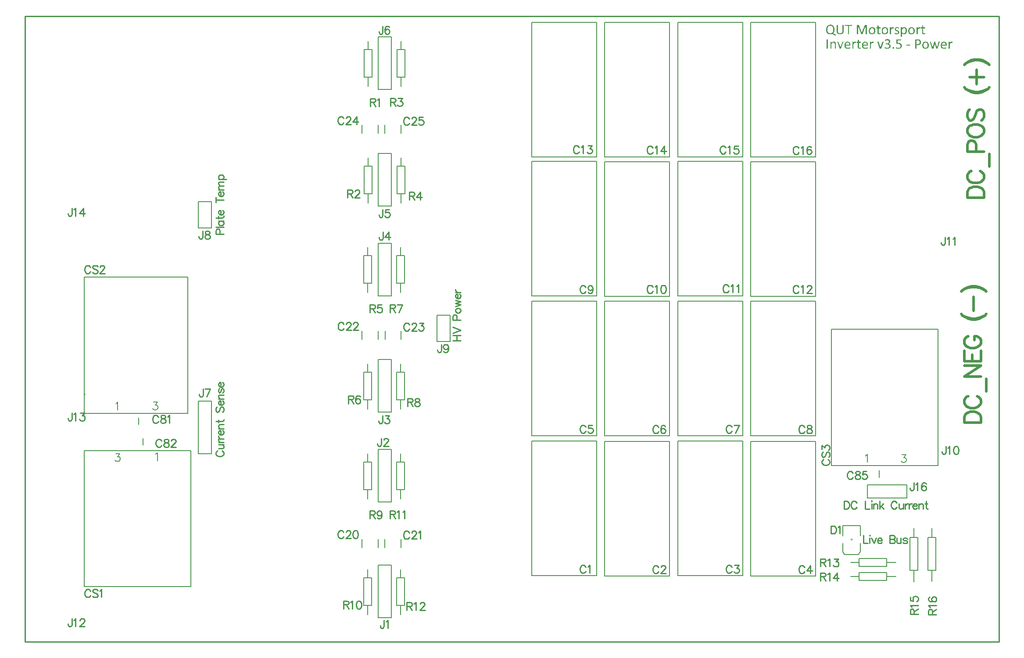
<source format=gto>
G04 Layer_Color=65535*
%FSLAX44Y44*%
%MOMM*%
G71*
G01*
G75*
%ADD13C,0.2540*%
%ADD18C,0.1000*%
%ADD33C,0.2000*%
%ADD34C,0.1500*%
%ADD35C,0.5000*%
G36*
X1656469Y1158675D02*
X1656615D01*
X1656702Y1158646D01*
X1656819Y1158617D01*
X1656848D01*
X1656877Y1158588D01*
X1656935Y1158529D01*
X1656965Y1158471D01*
X1656994Y1158413D01*
X1657023Y1158296D01*
Y1158267D01*
Y1158150D01*
Y1158121D01*
X1656994Y1158034D01*
Y1158004D01*
X1656965Y1157888D01*
X1656935Y1157829D01*
X1656906Y1157684D01*
X1652620Y1145728D01*
Y1145699D01*
X1652591Y1145641D01*
X1652474Y1145466D01*
X1652445D01*
X1652416Y1145408D01*
X1652328Y1145378D01*
X1652182Y1145320D01*
X1652153D01*
X1652066Y1145291D01*
X1651920D01*
X1651716Y1145262D01*
X1651541D01*
X1651337Y1145233D01*
X1650550D01*
X1650316Y1145262D01*
X1650287D01*
X1650170Y1145291D01*
X1650025D01*
X1649879Y1145320D01*
X1649850D01*
X1649792Y1145349D01*
X1649587Y1145466D01*
Y1145495D01*
X1649529Y1145553D01*
X1649442Y1145728D01*
X1645184Y1157684D01*
Y1157713D01*
X1645155Y1157800D01*
X1645068Y1157975D01*
Y1158004D01*
Y1158063D01*
X1645038Y1158121D01*
Y1158179D01*
Y1158208D01*
Y1158296D01*
Y1158325D01*
Y1158354D01*
X1645097Y1158471D01*
Y1158500D01*
X1645155Y1158529D01*
X1645272Y1158617D01*
X1645301D01*
X1645359Y1158646D01*
X1645476Y1158675D01*
X1645651D01*
X1645768Y1158704D01*
X1646613D01*
X1646817Y1158675D01*
X1646846D01*
X1646963Y1158646D01*
X1647050Y1158617D01*
X1647167Y1158588D01*
X1647196D01*
X1647255Y1158558D01*
X1647313Y1158500D01*
X1647371Y1158442D01*
X1647400D01*
X1647430Y1158383D01*
X1647517Y1158238D01*
X1651075Y1147857D01*
X1651133Y1147682D01*
X1651162Y1147857D01*
X1654661Y1158238D01*
Y1158267D01*
X1654690Y1158296D01*
X1654749Y1158442D01*
X1654778Y1158471D01*
X1654807Y1158500D01*
X1654953Y1158588D01*
X1654982D01*
X1655069Y1158617D01*
X1655186Y1158646D01*
X1655332Y1158675D01*
X1655361D01*
X1655507Y1158704D01*
X1656294D01*
X1656469Y1158675D01*
D02*
G37*
G36*
X1764650D02*
X1764766D01*
X1764883Y1158646D01*
X1764970Y1158617D01*
X1765000D01*
X1765029Y1158588D01*
X1765087Y1158529D01*
X1765116Y1158471D01*
X1765145Y1158442D01*
X1765174Y1158296D01*
Y1158267D01*
Y1158208D01*
X1765145Y1158034D01*
Y1158004D01*
X1765116Y1157946D01*
X1765087Y1157829D01*
X1765058Y1157684D01*
X1761355Y1145728D01*
Y1145699D01*
X1761325Y1145641D01*
X1761209Y1145466D01*
X1761180D01*
X1761151Y1145408D01*
X1761063Y1145378D01*
X1760946Y1145320D01*
X1760917D01*
X1760830Y1145291D01*
X1760713D01*
X1760509Y1145262D01*
X1760334D01*
X1760101Y1145233D01*
X1759343D01*
X1759080Y1145262D01*
X1759022D01*
X1758905Y1145291D01*
X1758759D01*
X1758614Y1145320D01*
X1758584D01*
X1758526Y1145349D01*
X1758439Y1145408D01*
X1758351Y1145466D01*
Y1145495D01*
X1758322Y1145553D01*
X1758235Y1145728D01*
X1755610Y1154855D01*
X1755581Y1155001D01*
X1755552Y1154855D01*
X1753103Y1145728D01*
Y1145699D01*
X1753073Y1145641D01*
X1752957Y1145466D01*
X1752928D01*
X1752898Y1145408D01*
X1752811Y1145378D01*
X1752665Y1145320D01*
X1752636D01*
X1752549Y1145291D01*
X1752403D01*
X1752199Y1145262D01*
X1752024D01*
X1751790Y1145233D01*
X1751032D01*
X1750799Y1145262D01*
X1750770D01*
X1750653Y1145291D01*
X1750507D01*
X1750361Y1145320D01*
X1750332D01*
X1750274Y1145349D01*
X1750187Y1145408D01*
X1750099Y1145466D01*
Y1145495D01*
X1750041Y1145553D01*
X1749982Y1145728D01*
X1746279Y1157684D01*
Y1157713D01*
X1746250Y1157829D01*
X1746221Y1157917D01*
X1746192Y1158034D01*
Y1158063D01*
Y1158121D01*
X1746163Y1158296D01*
Y1158325D01*
Y1158354D01*
X1746221Y1158471D01*
Y1158500D01*
X1746279Y1158529D01*
X1746396Y1158617D01*
X1746425D01*
X1746483Y1158646D01*
X1746600Y1158675D01*
X1746775D01*
X1746892Y1158704D01*
X1747737D01*
X1747941Y1158675D01*
X1747970D01*
X1748087Y1158646D01*
X1748175Y1158617D01*
X1748291Y1158588D01*
X1748320D01*
X1748379Y1158558D01*
X1748437Y1158529D01*
X1748495Y1158442D01*
X1748524Y1158383D01*
X1748583Y1158238D01*
X1751615Y1147857D01*
X1751645Y1147740D01*
X1751674Y1147857D01*
X1754473Y1158238D01*
Y1158267D01*
X1754502Y1158296D01*
X1754561Y1158442D01*
Y1158471D01*
X1754619Y1158500D01*
X1754648Y1158558D01*
X1754735Y1158588D01*
X1754765D01*
X1754823Y1158617D01*
X1754940Y1158646D01*
X1755085Y1158675D01*
X1755114D01*
X1755231Y1158704D01*
X1756018D01*
X1756193Y1158675D01*
X1756223D01*
X1756339Y1158646D01*
X1756427Y1158617D01*
X1756543Y1158588D01*
X1756573D01*
X1756602Y1158558D01*
X1756718Y1158471D01*
X1756747Y1158413D01*
X1756806Y1158267D01*
X1759809Y1147857D01*
X1759838Y1147740D01*
X1759867Y1147857D01*
X1762871Y1158238D01*
Y1158267D01*
X1762900Y1158296D01*
X1762958Y1158442D01*
Y1158471D01*
X1763017Y1158500D01*
X1763046Y1158558D01*
X1763133Y1158588D01*
X1763162D01*
X1763250Y1158617D01*
X1763367Y1158646D01*
X1763512Y1158675D01*
X1763542D01*
X1763687Y1158704D01*
X1764475D01*
X1764650Y1158675D01*
D02*
G37*
G36*
X1690585Y1163399D02*
X1690643Y1163341D01*
X1690673D01*
X1690702Y1163311D01*
X1690818Y1163166D01*
X1690848Y1163136D01*
X1690877Y1163078D01*
X1690906Y1162991D01*
X1690935Y1162845D01*
Y1162816D01*
X1690964Y1162699D01*
X1690993Y1162553D01*
Y1162378D01*
Y1162349D01*
Y1162291D01*
Y1162203D01*
X1690964Y1162087D01*
X1690935Y1161824D01*
X1690848Y1161591D01*
X1690818Y1161562D01*
X1690760Y1161474D01*
X1690614Y1161358D01*
X1690469Y1161329D01*
X1684024D01*
Y1156226D01*
X1684053D01*
X1684112Y1156255D01*
X1684199D01*
X1684316Y1156284D01*
X1684608Y1156313D01*
X1685162D01*
X1685278Y1156342D01*
X1686357D01*
X1686620Y1156313D01*
X1686999Y1156284D01*
X1687407Y1156255D01*
X1687844Y1156197D01*
X1688282Y1156080D01*
X1688719Y1155963D01*
X1688777Y1155934D01*
X1688894Y1155905D01*
X1689098Y1155817D01*
X1689361Y1155701D01*
X1689652Y1155555D01*
X1689973Y1155351D01*
X1690264Y1155147D01*
X1690556Y1154913D01*
X1690585Y1154884D01*
X1690673Y1154797D01*
X1690818Y1154651D01*
X1690993Y1154447D01*
X1691168Y1154214D01*
X1691343Y1153922D01*
X1691547Y1153601D01*
X1691693Y1153251D01*
X1691722Y1153222D01*
X1691752Y1153076D01*
X1691810Y1152872D01*
X1691897Y1152639D01*
X1691985Y1152318D01*
X1692043Y1151939D01*
X1692072Y1151560D01*
X1692101Y1151123D01*
Y1151094D01*
Y1151065D01*
Y1150890D01*
X1692072Y1150598D01*
X1692043Y1150248D01*
X1691985Y1149840D01*
X1691897Y1149402D01*
X1691781Y1148965D01*
X1691606Y1148528D01*
X1691577Y1148469D01*
X1691518Y1148353D01*
X1691402Y1148149D01*
X1691256Y1147886D01*
X1691052Y1147565D01*
X1690818Y1147274D01*
X1690527Y1146953D01*
X1690206Y1146632D01*
X1690177Y1146603D01*
X1690060Y1146516D01*
X1689856Y1146370D01*
X1689623Y1146195D01*
X1689302Y1145991D01*
X1688952Y1145787D01*
X1688544Y1145612D01*
X1688078Y1145437D01*
X1688019Y1145408D01*
X1687873Y1145378D01*
X1687611Y1145320D01*
X1687290Y1145262D01*
X1686882Y1145174D01*
X1686415Y1145116D01*
X1685891Y1145087D01*
X1685336Y1145058D01*
X1685016D01*
X1684812Y1145087D01*
X1684578D01*
X1684316Y1145116D01*
X1683733Y1145203D01*
X1683704D01*
X1683616Y1145233D01*
X1683470Y1145262D01*
X1683295Y1145291D01*
X1682858Y1145378D01*
X1682392Y1145466D01*
X1682362D01*
X1682304Y1145495D01*
X1682187Y1145524D01*
X1682041Y1145583D01*
X1681750Y1145670D01*
X1681429Y1145787D01*
X1681400D01*
X1681371Y1145816D01*
X1681225Y1145874D01*
X1681050Y1145962D01*
X1680934Y1146049D01*
Y1146078D01*
X1680875Y1146107D01*
X1680788Y1146224D01*
Y1146253D01*
X1680759Y1146282D01*
X1680700Y1146428D01*
Y1146457D01*
Y1146516D01*
X1680671Y1146632D01*
Y1146749D01*
Y1146778D01*
Y1146866D01*
Y1147011D01*
Y1147186D01*
Y1147215D01*
Y1147332D01*
Y1147449D01*
Y1147595D01*
Y1147624D01*
X1680700Y1147711D01*
X1680729Y1147828D01*
X1680759Y1147915D01*
Y1147944D01*
X1680788Y1147974D01*
X1680875Y1148090D01*
X1680904D01*
X1680934Y1148119D01*
X1681050Y1148149D01*
X1681079D01*
X1681167Y1148119D01*
X1681283Y1148090D01*
X1681487Y1147974D01*
X1681546Y1147944D01*
X1681692Y1147857D01*
X1681954Y1147740D01*
X1682275Y1147595D01*
X1682304D01*
X1682362Y1147565D01*
X1682479Y1147536D01*
X1682625Y1147478D01*
X1682800Y1147420D01*
X1683033Y1147361D01*
X1683529Y1147215D01*
X1683558D01*
X1683645Y1147186D01*
X1683820Y1147157D01*
X1684024Y1147128D01*
X1684287Y1147099D01*
X1684578Y1147070D01*
X1684899Y1147040D01*
X1685628D01*
X1685832Y1147070D01*
X1686095Y1147099D01*
X1686386Y1147128D01*
X1686999Y1147245D01*
X1687028D01*
X1687144Y1147303D01*
X1687290Y1147332D01*
X1687465Y1147420D01*
X1687903Y1147653D01*
X1688340Y1147944D01*
X1688369Y1147974D01*
X1688427Y1148032D01*
X1688544Y1148119D01*
X1688661Y1148265D01*
X1688806Y1148440D01*
X1688952Y1148644D01*
X1689098Y1148878D01*
X1689215Y1149140D01*
X1689244Y1149169D01*
X1689273Y1149257D01*
X1689331Y1149432D01*
X1689390Y1149636D01*
X1689448Y1149898D01*
X1689506Y1150190D01*
X1689565Y1150510D01*
Y1150890D01*
Y1150919D01*
Y1151035D01*
Y1151210D01*
X1689536Y1151414D01*
X1689506Y1151648D01*
X1689448Y1151910D01*
X1689273Y1152406D01*
Y1152435D01*
X1689215Y1152523D01*
X1689156Y1152639D01*
X1689069Y1152785D01*
X1688806Y1153164D01*
X1688631Y1153339D01*
X1688427Y1153514D01*
X1688398Y1153543D01*
X1688340Y1153601D01*
X1688194Y1153660D01*
X1688048Y1153776D01*
X1687844Y1153893D01*
X1687582Y1153980D01*
X1687319Y1154097D01*
X1686999Y1154184D01*
X1686969D01*
X1686853Y1154214D01*
X1686649Y1154272D01*
X1686415Y1154301D01*
X1686124Y1154360D01*
X1685745Y1154389D01*
X1685366Y1154418D01*
X1684433D01*
X1683966Y1154389D01*
X1683470Y1154330D01*
X1683354D01*
X1683237Y1154301D01*
X1683091D01*
X1682712Y1154272D01*
X1682304Y1154243D01*
X1682246D01*
X1682100Y1154272D01*
X1681925Y1154330D01*
X1681750Y1154418D01*
X1681721Y1154447D01*
X1681692Y1154564D01*
X1681633Y1154797D01*
X1681604Y1154943D01*
Y1155118D01*
Y1162495D01*
Y1162524D01*
Y1162582D01*
X1681633Y1162757D01*
X1681692Y1162991D01*
X1681808Y1163195D01*
X1681837Y1163224D01*
X1681954Y1163311D01*
X1682158Y1163399D01*
X1682421Y1163428D01*
X1690498D01*
X1690585Y1163399D01*
D02*
G37*
G36*
X1578935Y1158675D02*
X1579080D01*
X1579168Y1158646D01*
X1579285Y1158617D01*
X1579314D01*
X1579343Y1158588D01*
X1579401Y1158529D01*
X1579430Y1158471D01*
X1579460Y1158413D01*
X1579489Y1158296D01*
Y1158267D01*
Y1158150D01*
Y1158121D01*
X1579460Y1158034D01*
Y1158004D01*
X1579430Y1157888D01*
X1579401Y1157829D01*
X1579372Y1157684D01*
X1575086Y1145728D01*
Y1145699D01*
X1575056Y1145641D01*
X1574940Y1145466D01*
X1574911D01*
X1574881Y1145408D01*
X1574794Y1145378D01*
X1574648Y1145320D01*
X1574619D01*
X1574532Y1145291D01*
X1574386D01*
X1574182Y1145262D01*
X1574007D01*
X1573803Y1145233D01*
X1573015D01*
X1572782Y1145262D01*
X1572753D01*
X1572636Y1145291D01*
X1572490D01*
X1572345Y1145320D01*
X1572316D01*
X1572257Y1145349D01*
X1572053Y1145466D01*
Y1145495D01*
X1571995Y1145553D01*
X1571907Y1145728D01*
X1567650Y1157684D01*
Y1157713D01*
X1567621Y1157800D01*
X1567533Y1157975D01*
Y1158004D01*
Y1158063D01*
X1567504Y1158121D01*
Y1158179D01*
Y1158208D01*
Y1158296D01*
Y1158325D01*
Y1158354D01*
X1567563Y1158471D01*
Y1158500D01*
X1567621Y1158529D01*
X1567737Y1158617D01*
X1567767D01*
X1567825Y1158646D01*
X1567942Y1158675D01*
X1568116D01*
X1568233Y1158704D01*
X1569079D01*
X1569283Y1158675D01*
X1569312D01*
X1569429Y1158646D01*
X1569516Y1158617D01*
X1569633Y1158588D01*
X1569662D01*
X1569720Y1158558D01*
X1569779Y1158500D01*
X1569837Y1158442D01*
X1569866D01*
X1569895Y1158383D01*
X1569983Y1158238D01*
X1573540Y1147857D01*
X1573598Y1147682D01*
X1573628Y1147857D01*
X1577127Y1158238D01*
Y1158267D01*
X1577156Y1158296D01*
X1577214Y1158442D01*
X1577243Y1158471D01*
X1577272Y1158500D01*
X1577418Y1158588D01*
X1577448D01*
X1577535Y1158617D01*
X1577652Y1158646D01*
X1577797Y1158675D01*
X1577827D01*
X1577972Y1158704D01*
X1578760D01*
X1578935Y1158675D01*
D02*
G37*
G36*
X1707789Y1153281D02*
X1707818D01*
X1707847Y1153251D01*
X1707877Y1153193D01*
X1707935Y1153106D01*
Y1153076D01*
X1707964Y1153018D01*
X1707993Y1152931D01*
X1708022Y1152814D01*
Y1152785D01*
X1708051Y1152697D01*
X1708081Y1152552D01*
Y1152377D01*
Y1152347D01*
Y1152289D01*
Y1152202D01*
X1708051Y1152085D01*
X1708022Y1151823D01*
X1707993Y1151706D01*
X1707935Y1151618D01*
X1707906Y1151589D01*
X1707847Y1151531D01*
X1707731Y1151444D01*
X1707585Y1151414D01*
X1701695D01*
X1701578Y1151444D01*
X1701462Y1151502D01*
X1701345Y1151618D01*
X1701316Y1151648D01*
X1701287Y1151794D01*
X1701257Y1151881D01*
Y1152027D01*
X1701228Y1152172D01*
Y1152377D01*
Y1152406D01*
Y1152464D01*
Y1152552D01*
X1701257Y1152668D01*
X1701287Y1152902D01*
X1701316Y1153018D01*
X1701345Y1153106D01*
X1701374Y1153135D01*
X1701432Y1153222D01*
X1701549Y1153310D01*
X1701724Y1153339D01*
X1707643D01*
X1707789Y1153281D01*
D02*
G37*
G36*
X1788239Y1158879D02*
X1788268D01*
X1788385Y1158850D01*
X1788531Y1158821D01*
X1788706Y1158792D01*
X1788764D01*
X1788852Y1158763D01*
X1789027Y1158704D01*
X1789172Y1158646D01*
X1789202D01*
X1789289Y1158617D01*
X1789377Y1158588D01*
X1789464Y1158529D01*
X1789493D01*
X1789522Y1158500D01*
X1789581Y1158383D01*
X1789610Y1158354D01*
Y1158238D01*
Y1158208D01*
X1789639Y1158179D01*
Y1158092D01*
Y1157946D01*
Y1157917D01*
X1789668Y1157829D01*
Y1157654D01*
Y1157450D01*
Y1157392D01*
Y1157275D01*
Y1157101D01*
X1789639Y1156926D01*
Y1156896D01*
Y1156809D01*
X1789581Y1156576D01*
Y1156546D01*
X1789552Y1156517D01*
X1789464Y1156401D01*
X1789435Y1156372D01*
X1789318Y1156342D01*
X1789231D01*
X1789143Y1156372D01*
X1789027Y1156401D01*
X1788997D01*
X1788939Y1156430D01*
X1788822Y1156488D01*
X1788677Y1156517D01*
X1788648Y1156546D01*
X1788531Y1156576D01*
X1788385Y1156605D01*
X1788210Y1156663D01*
X1788181D01*
X1788064Y1156692D01*
X1787889Y1156721D01*
X1787598D01*
X1787452Y1156692D01*
X1787219Y1156663D01*
X1786956Y1156576D01*
X1786898Y1156546D01*
X1786752Y1156459D01*
X1786519Y1156313D01*
X1786257Y1156109D01*
X1786227D01*
X1786198Y1156051D01*
X1786023Y1155876D01*
X1785790Y1155613D01*
X1785498Y1155234D01*
X1785469Y1155205D01*
X1785440Y1155147D01*
X1785353Y1155030D01*
X1785236Y1154884D01*
X1785119Y1154680D01*
X1784944Y1154476D01*
X1784624Y1153951D01*
Y1145641D01*
Y1145583D01*
X1784565Y1145466D01*
X1784507Y1145408D01*
X1784449Y1145378D01*
X1784361Y1145320D01*
X1784332D01*
X1784274Y1145291D01*
X1784157D01*
X1784011Y1145262D01*
X1783866D01*
X1783690Y1145233D01*
X1783078D01*
X1782874Y1145262D01*
X1782845D01*
X1782757Y1145291D01*
X1782524Y1145320D01*
X1782495D01*
X1782466Y1145349D01*
X1782349Y1145466D01*
Y1145495D01*
Y1145524D01*
X1782320Y1145641D01*
Y1158267D01*
Y1158296D01*
Y1158325D01*
X1782349Y1158442D01*
Y1158471D01*
X1782378Y1158500D01*
X1782437Y1158529D01*
X1782495Y1158588D01*
X1782524D01*
X1782583Y1158617D01*
X1782699Y1158646D01*
X1782816Y1158675D01*
X1782845D01*
X1782961Y1158704D01*
X1783690D01*
X1783866Y1158675D01*
X1783895D01*
X1783982Y1158646D01*
X1784070Y1158617D01*
X1784157Y1158588D01*
X1784186D01*
X1784215Y1158558D01*
X1784332Y1158442D01*
X1784361Y1158383D01*
X1784390Y1158267D01*
Y1156430D01*
X1784420Y1156459D01*
X1784478Y1156546D01*
X1784594Y1156692D01*
X1784711Y1156867D01*
X1785032Y1157275D01*
X1785353Y1157654D01*
X1785382Y1157684D01*
X1785440Y1157742D01*
X1785527Y1157829D01*
X1785644Y1157917D01*
X1785907Y1158150D01*
X1786227Y1158383D01*
X1786257D01*
X1786286Y1158442D01*
X1786490Y1158558D01*
X1786723Y1158675D01*
X1787015Y1158792D01*
X1787044D01*
X1787073Y1158821D01*
X1787277Y1158850D01*
X1787540Y1158879D01*
X1787831Y1158908D01*
X1788064D01*
X1788239Y1158879D01*
D02*
G37*
G36*
X1560885D02*
X1561177Y1158850D01*
X1561527Y1158792D01*
X1561877Y1158733D01*
X1562226Y1158617D01*
X1562547Y1158471D01*
X1562576Y1158442D01*
X1562693Y1158383D01*
X1562839Y1158296D01*
X1563043Y1158150D01*
X1563276Y1158004D01*
X1563509Y1157800D01*
X1563743Y1157567D01*
X1563947Y1157305D01*
X1563976Y1157275D01*
X1564034Y1157188D01*
X1564122Y1157042D01*
X1564267Y1156838D01*
X1564384Y1156605D01*
X1564501Y1156313D01*
X1564647Y1155992D01*
X1564734Y1155642D01*
Y1155613D01*
X1564763Y1155468D01*
X1564822Y1155263D01*
X1564851Y1155001D01*
X1564909Y1154651D01*
X1564938Y1154272D01*
X1564967Y1153835D01*
Y1153339D01*
Y1145641D01*
Y1145583D01*
X1564909Y1145466D01*
X1564851Y1145408D01*
X1564792Y1145378D01*
X1564705Y1145320D01*
X1564676D01*
X1564617Y1145291D01*
X1564501D01*
X1564355Y1145262D01*
X1564209D01*
X1564034Y1145233D01*
X1563422D01*
X1563218Y1145262D01*
X1563189D01*
X1563101Y1145291D01*
X1562868Y1145320D01*
X1562839D01*
X1562810Y1145349D01*
X1562693Y1145466D01*
Y1145495D01*
Y1145524D01*
X1562664Y1145641D01*
Y1153018D01*
Y1153076D01*
Y1153193D01*
Y1153397D01*
X1562635Y1153631D01*
Y1153922D01*
X1562605Y1154214D01*
X1562547Y1154505D01*
X1562489Y1154768D01*
Y1154797D01*
X1562460Y1154884D01*
X1562431Y1155001D01*
X1562372Y1155176D01*
X1562197Y1155526D01*
X1561993Y1155905D01*
Y1155934D01*
X1561935Y1155992D01*
X1561760Y1156167D01*
X1561497Y1156401D01*
X1561147Y1156634D01*
X1561118D01*
X1561060Y1156663D01*
X1560943Y1156721D01*
X1560827Y1156780D01*
X1560652Y1156809D01*
X1560448Y1156867D01*
X1559981Y1156896D01*
X1559835D01*
X1559660Y1156867D01*
X1559427Y1156809D01*
X1559165Y1156750D01*
X1558873Y1156634D01*
X1558552Y1156459D01*
X1558232Y1156255D01*
X1558202Y1156226D01*
X1558086Y1156138D01*
X1557911Y1155992D01*
X1557678Y1155788D01*
X1557415Y1155555D01*
X1557094Y1155234D01*
X1556774Y1154855D01*
X1556424Y1154447D01*
Y1145641D01*
Y1145583D01*
X1556365Y1145466D01*
X1556307Y1145408D01*
X1556249Y1145378D01*
X1556161Y1145320D01*
X1556132D01*
X1556074Y1145291D01*
X1555957D01*
X1555811Y1145262D01*
X1555666D01*
X1555491Y1145233D01*
X1554878D01*
X1554674Y1145262D01*
X1554645D01*
X1554557Y1145291D01*
X1554324Y1145320D01*
X1554295D01*
X1554266Y1145349D01*
X1554149Y1145466D01*
Y1145495D01*
Y1145524D01*
X1554120Y1145641D01*
Y1158267D01*
Y1158296D01*
Y1158325D01*
X1554149Y1158442D01*
Y1158471D01*
X1554178Y1158500D01*
X1554237Y1158529D01*
X1554295Y1158588D01*
X1554324D01*
X1554383Y1158617D01*
X1554499Y1158646D01*
X1554616Y1158675D01*
X1554645D01*
X1554762Y1158704D01*
X1555491D01*
X1555666Y1158675D01*
X1555695D01*
X1555782Y1158646D01*
X1555870Y1158617D01*
X1555957Y1158588D01*
X1555986D01*
X1556015Y1158558D01*
X1556132Y1158442D01*
X1556161Y1158383D01*
X1556190Y1158267D01*
Y1156576D01*
X1556249Y1156634D01*
X1556365Y1156780D01*
X1556570Y1156984D01*
X1556861Y1157246D01*
X1557153Y1157538D01*
X1557532Y1157829D01*
X1557911Y1158092D01*
X1558290Y1158325D01*
X1558348Y1158354D01*
X1558465Y1158413D01*
X1558698Y1158500D01*
X1558961Y1158617D01*
X1559281Y1158733D01*
X1559660Y1158821D01*
X1560040Y1158879D01*
X1560448Y1158908D01*
X1560652D01*
X1560885Y1158879D01*
D02*
G37*
G36*
X1602291D02*
X1602320D01*
X1602437Y1158850D01*
X1602583Y1158821D01*
X1602758Y1158792D01*
X1602816D01*
X1602903Y1158763D01*
X1603078Y1158704D01*
X1603224Y1158646D01*
X1603253D01*
X1603341Y1158617D01*
X1603428Y1158588D01*
X1603516Y1158529D01*
X1603545D01*
X1603574Y1158500D01*
X1603633Y1158383D01*
X1603662Y1158354D01*
Y1158238D01*
Y1158208D01*
X1603691Y1158179D01*
Y1158092D01*
Y1157946D01*
Y1157917D01*
X1603720Y1157829D01*
Y1157654D01*
Y1157450D01*
Y1157392D01*
Y1157275D01*
Y1157101D01*
X1603691Y1156926D01*
Y1156896D01*
Y1156809D01*
X1603633Y1156576D01*
Y1156546D01*
X1603603Y1156517D01*
X1603516Y1156401D01*
X1603487Y1156372D01*
X1603370Y1156342D01*
X1603282D01*
X1603195Y1156372D01*
X1603078Y1156401D01*
X1603049D01*
X1602991Y1156430D01*
X1602874Y1156488D01*
X1602728Y1156517D01*
X1602699Y1156546D01*
X1602583Y1156576D01*
X1602437Y1156605D01*
X1602262Y1156663D01*
X1602233D01*
X1602116Y1156692D01*
X1601941Y1156721D01*
X1601650D01*
X1601504Y1156692D01*
X1601271Y1156663D01*
X1601008Y1156576D01*
X1600950Y1156546D01*
X1600804Y1156459D01*
X1600571Y1156313D01*
X1600308Y1156109D01*
X1600279D01*
X1600250Y1156051D01*
X1600075Y1155876D01*
X1599842Y1155613D01*
X1599550Y1155234D01*
X1599521Y1155205D01*
X1599492Y1155147D01*
X1599404Y1155030D01*
X1599288Y1154884D01*
X1599171Y1154680D01*
X1598996Y1154476D01*
X1598675Y1153951D01*
Y1145641D01*
Y1145583D01*
X1598617Y1145466D01*
X1598559Y1145408D01*
X1598500Y1145378D01*
X1598413Y1145320D01*
X1598384D01*
X1598326Y1145291D01*
X1598209D01*
X1598063Y1145262D01*
X1597917D01*
X1597742Y1145233D01*
X1597130D01*
X1596926Y1145262D01*
X1596897D01*
X1596809Y1145291D01*
X1596576Y1145320D01*
X1596547D01*
X1596518Y1145349D01*
X1596401Y1145466D01*
Y1145495D01*
Y1145524D01*
X1596372Y1145641D01*
Y1158267D01*
Y1158296D01*
Y1158325D01*
X1596401Y1158442D01*
Y1158471D01*
X1596430Y1158500D01*
X1596488Y1158529D01*
X1596547Y1158588D01*
X1596576D01*
X1596634Y1158617D01*
X1596751Y1158646D01*
X1596868Y1158675D01*
X1596897D01*
X1597013Y1158704D01*
X1597742D01*
X1597917Y1158675D01*
X1597946D01*
X1598034Y1158646D01*
X1598121Y1158617D01*
X1598209Y1158588D01*
X1598238D01*
X1598267Y1158558D01*
X1598384Y1158442D01*
X1598413Y1158383D01*
X1598442Y1158267D01*
Y1156430D01*
X1598471Y1156459D01*
X1598530Y1156546D01*
X1598646Y1156692D01*
X1598763Y1156867D01*
X1599084Y1157275D01*
X1599404Y1157654D01*
X1599433Y1157684D01*
X1599492Y1157742D01*
X1599579Y1157829D01*
X1599696Y1157917D01*
X1599958Y1158150D01*
X1600279Y1158383D01*
X1600308D01*
X1600338Y1158442D01*
X1600542Y1158558D01*
X1600775Y1158675D01*
X1601066Y1158792D01*
X1601096D01*
X1601125Y1158821D01*
X1601329Y1158850D01*
X1601591Y1158879D01*
X1601883Y1158908D01*
X1602116D01*
X1602291Y1158879D01*
D02*
G37*
G36*
X1636145D02*
X1636174D01*
X1636291Y1158850D01*
X1636437Y1158821D01*
X1636611Y1158792D01*
X1636670D01*
X1636757Y1158763D01*
X1636932Y1158704D01*
X1637078Y1158646D01*
X1637107D01*
X1637195Y1158617D01*
X1637282Y1158588D01*
X1637370Y1158529D01*
X1637399D01*
X1637428Y1158500D01*
X1637486Y1158383D01*
X1637515Y1158354D01*
Y1158238D01*
Y1158208D01*
X1637545Y1158179D01*
Y1158092D01*
Y1157946D01*
Y1157917D01*
X1637574Y1157829D01*
Y1157654D01*
Y1157450D01*
Y1157392D01*
Y1157275D01*
Y1157101D01*
X1637545Y1156926D01*
Y1156896D01*
Y1156809D01*
X1637486Y1156576D01*
Y1156546D01*
X1637457Y1156517D01*
X1637370Y1156401D01*
X1637341Y1156372D01*
X1637224Y1156342D01*
X1637136D01*
X1637049Y1156372D01*
X1636932Y1156401D01*
X1636903D01*
X1636845Y1156430D01*
X1636728Y1156488D01*
X1636582Y1156517D01*
X1636553Y1156546D01*
X1636437Y1156576D01*
X1636291Y1156605D01*
X1636116Y1156663D01*
X1636087D01*
X1635970Y1156692D01*
X1635795Y1156721D01*
X1635504D01*
X1635358Y1156692D01*
X1635124Y1156663D01*
X1634862Y1156576D01*
X1634804Y1156546D01*
X1634658Y1156459D01*
X1634425Y1156313D01*
X1634162Y1156109D01*
X1634133D01*
X1634104Y1156051D01*
X1633929Y1155876D01*
X1633696Y1155613D01*
X1633404Y1155234D01*
X1633375Y1155205D01*
X1633346Y1155147D01*
X1633258Y1155030D01*
X1633142Y1154884D01*
X1633025Y1154680D01*
X1632850Y1154476D01*
X1632529Y1153951D01*
Y1145641D01*
Y1145583D01*
X1632471Y1145466D01*
X1632413Y1145408D01*
X1632354Y1145378D01*
X1632267Y1145320D01*
X1632238D01*
X1632179Y1145291D01*
X1632063D01*
X1631917Y1145262D01*
X1631771D01*
X1631596Y1145233D01*
X1630984D01*
X1630780Y1145262D01*
X1630750D01*
X1630663Y1145291D01*
X1630430Y1145320D01*
X1630401D01*
X1630371Y1145349D01*
X1630255Y1145466D01*
Y1145495D01*
Y1145524D01*
X1630226Y1145641D01*
Y1158267D01*
Y1158296D01*
Y1158325D01*
X1630255Y1158442D01*
Y1158471D01*
X1630284Y1158500D01*
X1630342Y1158529D01*
X1630401Y1158588D01*
X1630430D01*
X1630488Y1158617D01*
X1630605Y1158646D01*
X1630721Y1158675D01*
X1630750D01*
X1630867Y1158704D01*
X1631596D01*
X1631771Y1158675D01*
X1631800D01*
X1631888Y1158646D01*
X1631975Y1158617D01*
X1632063Y1158588D01*
X1632092D01*
X1632121Y1158558D01*
X1632238Y1158442D01*
X1632267Y1158383D01*
X1632296Y1158267D01*
Y1156430D01*
X1632325Y1156459D01*
X1632383Y1156546D01*
X1632500Y1156692D01*
X1632617Y1156867D01*
X1632937Y1157275D01*
X1633258Y1157654D01*
X1633287Y1157684D01*
X1633346Y1157742D01*
X1633433Y1157829D01*
X1633550Y1157917D01*
X1633812Y1158150D01*
X1634133Y1158383D01*
X1634162D01*
X1634191Y1158442D01*
X1634395Y1158558D01*
X1634629Y1158675D01*
X1634920Y1158792D01*
X1634949D01*
X1634979Y1158821D01*
X1635183Y1158850D01*
X1635445Y1158879D01*
X1635737Y1158908D01*
X1635970D01*
X1636145Y1158879D01*
D02*
G37*
G36*
X1738552D02*
X1738902Y1158850D01*
X1739339Y1158792D01*
X1739777Y1158704D01*
X1740243Y1158588D01*
X1740681Y1158442D01*
X1740739Y1158413D01*
X1740885Y1158354D01*
X1741089Y1158238D01*
X1741351Y1158092D01*
X1741672Y1157917D01*
X1741993Y1157654D01*
X1742314Y1157392D01*
X1742605Y1157071D01*
X1742634Y1157042D01*
X1742722Y1156926D01*
X1742868Y1156721D01*
X1743043Y1156488D01*
X1743247Y1156167D01*
X1743422Y1155817D01*
X1743626Y1155409D01*
X1743772Y1154943D01*
X1743801Y1154884D01*
X1743830Y1154709D01*
X1743888Y1154476D01*
X1743976Y1154126D01*
X1744063Y1153689D01*
X1744122Y1153222D01*
X1744151Y1152697D01*
X1744180Y1152114D01*
Y1152085D01*
Y1152056D01*
Y1151968D01*
Y1151852D01*
X1744151Y1151560D01*
X1744122Y1151181D01*
X1744092Y1150744D01*
X1744005Y1150248D01*
X1743917Y1149752D01*
X1743772Y1149257D01*
X1743742Y1149198D01*
X1743684Y1149053D01*
X1743597Y1148790D01*
X1743480Y1148499D01*
X1743305Y1148149D01*
X1743072Y1147769D01*
X1742838Y1147390D01*
X1742547Y1147040D01*
X1742518Y1147011D01*
X1742401Y1146895D01*
X1742226Y1146720D01*
X1741993Y1146516D01*
X1741701Y1146282D01*
X1741351Y1146020D01*
X1740943Y1145787D01*
X1740506Y1145583D01*
X1740447Y1145553D01*
X1740302Y1145495D01*
X1740039Y1145408D01*
X1739718Y1145320D01*
X1739310Y1145233D01*
X1738844Y1145145D01*
X1738319Y1145087D01*
X1737736Y1145058D01*
X1737473D01*
X1737182Y1145087D01*
X1736803Y1145116D01*
X1736365Y1145174D01*
X1735928Y1145233D01*
X1735461Y1145349D01*
X1734995Y1145495D01*
X1734936Y1145524D01*
X1734820Y1145583D01*
X1734586Y1145699D01*
X1734324Y1145845D01*
X1734032Y1146020D01*
X1733712Y1146253D01*
X1733391Y1146516D01*
X1733070Y1146836D01*
X1733041Y1146866D01*
X1732953Y1147011D01*
X1732808Y1147186D01*
X1732633Y1147449D01*
X1732458Y1147769D01*
X1732283Y1148119D01*
X1732079Y1148557D01*
X1731933Y1148994D01*
Y1149023D01*
Y1149053D01*
X1731875Y1149228D01*
X1731816Y1149490D01*
X1731758Y1149811D01*
X1731700Y1150248D01*
X1731641Y1150744D01*
X1731612Y1151269D01*
X1731583Y1151852D01*
Y1151881D01*
Y1151910D01*
Y1151998D01*
Y1152114D01*
X1731612Y1152406D01*
X1731641Y1152785D01*
X1731671Y1153222D01*
X1731758Y1153689D01*
X1731846Y1154184D01*
X1731962Y1154680D01*
Y1154709D01*
X1731991Y1154739D01*
X1732050Y1154913D01*
X1732137Y1155147D01*
X1732254Y1155468D01*
X1732429Y1155817D01*
X1732633Y1156197D01*
X1732895Y1156576D01*
X1733158Y1156926D01*
X1733187Y1156955D01*
X1733303Y1157071D01*
X1733478Y1157246D01*
X1733712Y1157450D01*
X1734003Y1157684D01*
X1734353Y1157946D01*
X1734732Y1158179D01*
X1735170Y1158383D01*
X1735228Y1158413D01*
X1735374Y1158471D01*
X1735636Y1158558D01*
X1735986Y1158646D01*
X1736394Y1158733D01*
X1736890Y1158821D01*
X1737415Y1158879D01*
X1737998Y1158908D01*
X1738260D01*
X1738552Y1158879D01*
D02*
G37*
G36*
X1773806D02*
X1774155Y1158850D01*
X1774534Y1158792D01*
X1774943Y1158704D01*
X1775380Y1158588D01*
X1775788Y1158413D01*
X1775847Y1158383D01*
X1775963Y1158325D01*
X1776167Y1158208D01*
X1776401Y1158092D01*
X1776663Y1157888D01*
X1776955Y1157684D01*
X1777246Y1157421D01*
X1777509Y1157130D01*
X1777538Y1157101D01*
X1777625Y1156984D01*
X1777742Y1156809D01*
X1777888Y1156576D01*
X1778034Y1156313D01*
X1778209Y1155992D01*
X1778354Y1155613D01*
X1778500Y1155234D01*
X1778529Y1155176D01*
X1778559Y1155059D01*
X1778617Y1154826D01*
X1778675Y1154534D01*
X1778734Y1154184D01*
X1778763Y1153805D01*
X1778821Y1153368D01*
Y1152931D01*
Y1152493D01*
Y1152464D01*
Y1152406D01*
Y1152318D01*
X1778792Y1152202D01*
X1778704Y1151939D01*
X1778617Y1151794D01*
X1778529Y1151706D01*
X1778471Y1151677D01*
X1778354Y1151618D01*
X1778150Y1151531D01*
X1777917Y1151502D01*
X1769636D01*
Y1151444D01*
Y1151327D01*
Y1151123D01*
X1769665Y1150860D01*
X1769694Y1150569D01*
X1769723Y1150248D01*
X1769840Y1149577D01*
Y1149548D01*
X1769869Y1149432D01*
X1769927Y1149286D01*
X1770015Y1149082D01*
X1770219Y1148644D01*
X1770540Y1148149D01*
X1770569Y1148119D01*
X1770627Y1148061D01*
X1770744Y1147944D01*
X1770890Y1147828D01*
X1771065Y1147682D01*
X1771298Y1147536D01*
X1771531Y1147390D01*
X1771823Y1147245D01*
X1771852D01*
X1771969Y1147186D01*
X1772144Y1147157D01*
X1772348Y1147099D01*
X1772639Y1147040D01*
X1772960Y1146982D01*
X1773339Y1146953D01*
X1773747Y1146924D01*
X1774068D01*
X1774301Y1146953D01*
X1774534D01*
X1774797Y1146982D01*
X1775351Y1147070D01*
X1775380D01*
X1775468Y1147099D01*
X1775613Y1147128D01*
X1775759Y1147157D01*
X1776138Y1147274D01*
X1776546Y1147390D01*
X1776576D01*
X1776634Y1147420D01*
X1776721Y1147449D01*
X1776838Y1147507D01*
X1777130Y1147595D01*
X1777392Y1147711D01*
X1777421D01*
X1777450Y1147740D01*
X1777596Y1147799D01*
X1777742Y1147857D01*
X1777888Y1147886D01*
X1777946D01*
X1778063Y1147828D01*
X1778092D01*
X1778121Y1147799D01*
X1778179Y1147653D01*
Y1147624D01*
X1778209Y1147595D01*
X1778238Y1147507D01*
X1778267Y1147390D01*
Y1147361D01*
X1778296Y1147274D01*
Y1147157D01*
Y1146982D01*
Y1146953D01*
Y1146866D01*
X1778267Y1146662D01*
Y1146632D01*
Y1146603D01*
X1778238Y1146428D01*
Y1146399D01*
X1778209Y1146370D01*
X1778150Y1146224D01*
X1778121Y1146195D01*
X1778034Y1146078D01*
X1778004D01*
X1777946Y1146020D01*
X1777800Y1145932D01*
X1777567Y1145816D01*
X1777538D01*
X1777509Y1145787D01*
X1777421Y1145758D01*
X1777305Y1145699D01*
X1777013Y1145583D01*
X1776605Y1145466D01*
X1776576D01*
X1776488Y1145437D01*
X1776372Y1145408D01*
X1776197Y1145378D01*
X1775992Y1145349D01*
X1775759Y1145291D01*
X1775205Y1145203D01*
X1775176D01*
X1775059Y1145174D01*
X1774914Y1145145D01*
X1774709D01*
X1774447Y1145116D01*
X1774155Y1145087D01*
X1773514Y1145058D01*
X1773251D01*
X1772960Y1145087D01*
X1772610Y1145116D01*
X1772173Y1145145D01*
X1771706Y1145233D01*
X1771269Y1145320D01*
X1770802Y1145466D01*
X1770744Y1145495D01*
X1770598Y1145553D01*
X1770394Y1145641D01*
X1770132Y1145787D01*
X1769811Y1145962D01*
X1769461Y1146195D01*
X1769140Y1146457D01*
X1768819Y1146749D01*
X1768790Y1146778D01*
X1768703Y1146895D01*
X1768557Y1147099D01*
X1768382Y1147361D01*
X1768178Y1147653D01*
X1767974Y1148032D01*
X1767799Y1148440D01*
X1767624Y1148907D01*
Y1148936D01*
X1767595Y1148965D01*
X1767565Y1149140D01*
X1767507Y1149402D01*
X1767449Y1149752D01*
X1767361Y1150219D01*
X1767303Y1150715D01*
X1767274Y1151298D01*
X1767245Y1151910D01*
Y1151939D01*
Y1151998D01*
Y1152056D01*
Y1152172D01*
X1767274Y1152493D01*
X1767303Y1152902D01*
X1767332Y1153339D01*
X1767420Y1153835D01*
X1767507Y1154330D01*
X1767653Y1154826D01*
Y1154855D01*
X1767682Y1154884D01*
X1767740Y1155030D01*
X1767828Y1155293D01*
X1767944Y1155584D01*
X1768120Y1155934D01*
X1768324Y1156284D01*
X1768586Y1156663D01*
X1768849Y1157013D01*
X1768878Y1157042D01*
X1768994Y1157159D01*
X1769169Y1157334D01*
X1769373Y1157538D01*
X1769665Y1157742D01*
X1769986Y1157975D01*
X1770336Y1158208D01*
X1770744Y1158413D01*
X1770802Y1158442D01*
X1770948Y1158500D01*
X1771181Y1158558D01*
X1771502Y1158675D01*
X1771852Y1158763D01*
X1772289Y1158821D01*
X1772785Y1158879D01*
X1773281Y1158908D01*
X1773514D01*
X1773806Y1158879D01*
D02*
G37*
G36*
X1587857D02*
X1588207Y1158850D01*
X1588586Y1158792D01*
X1588994Y1158704D01*
X1589432Y1158588D01*
X1589840Y1158413D01*
X1589899Y1158383D01*
X1590015Y1158325D01*
X1590219Y1158208D01*
X1590453Y1158092D01*
X1590715Y1157888D01*
X1591006Y1157684D01*
X1591298Y1157421D01*
X1591561Y1157130D01*
X1591590Y1157101D01*
X1591677Y1156984D01*
X1591794Y1156809D01*
X1591940Y1156576D01*
X1592085Y1156313D01*
X1592260Y1155992D01*
X1592406Y1155613D01*
X1592552Y1155234D01*
X1592581Y1155176D01*
X1592610Y1155059D01*
X1592669Y1154826D01*
X1592727Y1154534D01*
X1592785Y1154184D01*
X1592814Y1153805D01*
X1592873Y1153368D01*
Y1152931D01*
Y1152493D01*
Y1152464D01*
Y1152406D01*
Y1152318D01*
X1592844Y1152202D01*
X1592756Y1151939D01*
X1592669Y1151794D01*
X1592581Y1151706D01*
X1592523Y1151677D01*
X1592406Y1151618D01*
X1592202Y1151531D01*
X1591969Y1151502D01*
X1583688D01*
Y1151444D01*
Y1151327D01*
Y1151123D01*
X1583717Y1150860D01*
X1583746Y1150569D01*
X1583775Y1150248D01*
X1583892Y1149577D01*
Y1149548D01*
X1583921Y1149432D01*
X1583979Y1149286D01*
X1584067Y1149082D01*
X1584271Y1148644D01*
X1584592Y1148149D01*
X1584621Y1148119D01*
X1584679Y1148061D01*
X1584796Y1147944D01*
X1584941Y1147828D01*
X1585116Y1147682D01*
X1585350Y1147536D01*
X1585583Y1147390D01*
X1585874Y1147245D01*
X1585904D01*
X1586020Y1147186D01*
X1586195Y1147157D01*
X1586399Y1147099D01*
X1586691Y1147040D01*
X1587012Y1146982D01*
X1587391Y1146953D01*
X1587799Y1146924D01*
X1588120D01*
X1588353Y1146953D01*
X1588586D01*
X1588849Y1146982D01*
X1589403Y1147070D01*
X1589432D01*
X1589519Y1147099D01*
X1589665Y1147128D01*
X1589811Y1147157D01*
X1590190Y1147274D01*
X1590598Y1147390D01*
X1590627D01*
X1590686Y1147420D01*
X1590773Y1147449D01*
X1590890Y1147507D01*
X1591181Y1147595D01*
X1591444Y1147711D01*
X1591473D01*
X1591502Y1147740D01*
X1591648Y1147799D01*
X1591794Y1147857D01*
X1591940Y1147886D01*
X1591998D01*
X1592115Y1147828D01*
X1592144D01*
X1592173Y1147799D01*
X1592231Y1147653D01*
Y1147624D01*
X1592260Y1147595D01*
X1592289Y1147507D01*
X1592319Y1147390D01*
Y1147361D01*
X1592348Y1147274D01*
Y1147157D01*
Y1146982D01*
Y1146953D01*
Y1146866D01*
X1592319Y1146662D01*
Y1146632D01*
Y1146603D01*
X1592289Y1146428D01*
Y1146399D01*
X1592260Y1146370D01*
X1592202Y1146224D01*
X1592173Y1146195D01*
X1592085Y1146078D01*
X1592056D01*
X1591998Y1146020D01*
X1591852Y1145932D01*
X1591619Y1145816D01*
X1591590D01*
X1591561Y1145787D01*
X1591473Y1145758D01*
X1591356Y1145699D01*
X1591065Y1145583D01*
X1590657Y1145466D01*
X1590627D01*
X1590540Y1145437D01*
X1590423Y1145408D01*
X1590248Y1145378D01*
X1590044Y1145349D01*
X1589811Y1145291D01*
X1589257Y1145203D01*
X1589228D01*
X1589111Y1145174D01*
X1588965Y1145145D01*
X1588761D01*
X1588499Y1145116D01*
X1588207Y1145087D01*
X1587566Y1145058D01*
X1587303D01*
X1587012Y1145087D01*
X1586662Y1145116D01*
X1586224Y1145145D01*
X1585758Y1145233D01*
X1585320Y1145320D01*
X1584854Y1145466D01*
X1584796Y1145495D01*
X1584650Y1145553D01*
X1584446Y1145641D01*
X1584183Y1145787D01*
X1583862Y1145962D01*
X1583513Y1146195D01*
X1583192Y1146457D01*
X1582871Y1146749D01*
X1582842Y1146778D01*
X1582755Y1146895D01*
X1582609Y1147099D01*
X1582434Y1147361D01*
X1582230Y1147653D01*
X1582025Y1148032D01*
X1581850Y1148440D01*
X1581676Y1148907D01*
Y1148936D01*
X1581646Y1148965D01*
X1581617Y1149140D01*
X1581559Y1149402D01*
X1581501Y1149752D01*
X1581413Y1150219D01*
X1581355Y1150715D01*
X1581326Y1151298D01*
X1581297Y1151910D01*
Y1151939D01*
Y1151998D01*
Y1152056D01*
Y1152172D01*
X1581326Y1152493D01*
X1581355Y1152902D01*
X1581384Y1153339D01*
X1581472Y1153835D01*
X1581559Y1154330D01*
X1581705Y1154826D01*
Y1154855D01*
X1581734Y1154884D01*
X1581792Y1155030D01*
X1581880Y1155293D01*
X1581996Y1155584D01*
X1582171Y1155934D01*
X1582375Y1156284D01*
X1582638Y1156663D01*
X1582900Y1157013D01*
X1582929Y1157042D01*
X1583046Y1157159D01*
X1583221Y1157334D01*
X1583425Y1157538D01*
X1583717Y1157742D01*
X1584037Y1157975D01*
X1584387Y1158208D01*
X1584796Y1158413D01*
X1584854Y1158442D01*
X1585000Y1158500D01*
X1585233Y1158558D01*
X1585554Y1158675D01*
X1585904Y1158763D01*
X1586341Y1158821D01*
X1586837Y1158879D01*
X1587332Y1158908D01*
X1587566D01*
X1587857Y1158879D01*
D02*
G37*
G36*
X1621711D02*
X1622061Y1158850D01*
X1622440Y1158792D01*
X1622848Y1158704D01*
X1623286Y1158588D01*
X1623694Y1158413D01*
X1623752Y1158383D01*
X1623869Y1158325D01*
X1624073Y1158208D01*
X1624306Y1158092D01*
X1624569Y1157888D01*
X1624860Y1157684D01*
X1625152Y1157421D01*
X1625414Y1157130D01*
X1625444Y1157101D01*
X1625531Y1156984D01*
X1625648Y1156809D01*
X1625793Y1156576D01*
X1625939Y1156313D01*
X1626114Y1155992D01*
X1626260Y1155613D01*
X1626406Y1155234D01*
X1626435Y1155176D01*
X1626464Y1155059D01*
X1626522Y1154826D01*
X1626581Y1154534D01*
X1626639Y1154184D01*
X1626668Y1153805D01*
X1626727Y1153368D01*
Y1152931D01*
Y1152493D01*
Y1152464D01*
Y1152406D01*
Y1152318D01*
X1626697Y1152202D01*
X1626610Y1151939D01*
X1626522Y1151794D01*
X1626435Y1151706D01*
X1626377Y1151677D01*
X1626260Y1151618D01*
X1626056Y1151531D01*
X1625823Y1151502D01*
X1617541D01*
Y1151444D01*
Y1151327D01*
Y1151123D01*
X1617571Y1150860D01*
X1617600Y1150569D01*
X1617629Y1150248D01*
X1617746Y1149577D01*
Y1149548D01*
X1617775Y1149432D01*
X1617833Y1149286D01*
X1617921Y1149082D01*
X1618125Y1148644D01*
X1618445Y1148149D01*
X1618474Y1148119D01*
X1618533Y1148061D01*
X1618649Y1147944D01*
X1618795Y1147828D01*
X1618970Y1147682D01*
X1619203Y1147536D01*
X1619437Y1147390D01*
X1619728Y1147245D01*
X1619758D01*
X1619874Y1147186D01*
X1620049Y1147157D01*
X1620253Y1147099D01*
X1620545Y1147040D01*
X1620865Y1146982D01*
X1621245Y1146953D01*
X1621653Y1146924D01*
X1621974D01*
X1622207Y1146953D01*
X1622440D01*
X1622703Y1146982D01*
X1623257Y1147070D01*
X1623286D01*
X1623373Y1147099D01*
X1623519Y1147128D01*
X1623665Y1147157D01*
X1624044Y1147274D01*
X1624452Y1147390D01*
X1624481D01*
X1624540Y1147420D01*
X1624627Y1147449D01*
X1624744Y1147507D01*
X1625035Y1147595D01*
X1625298Y1147711D01*
X1625327D01*
X1625356Y1147740D01*
X1625502Y1147799D01*
X1625648Y1147857D01*
X1625793Y1147886D01*
X1625852D01*
X1625968Y1147828D01*
X1625998D01*
X1626027Y1147799D01*
X1626085Y1147653D01*
Y1147624D01*
X1626114Y1147595D01*
X1626143Y1147507D01*
X1626172Y1147390D01*
Y1147361D01*
X1626202Y1147274D01*
Y1147157D01*
Y1146982D01*
Y1146953D01*
Y1146866D01*
X1626172Y1146662D01*
Y1146632D01*
Y1146603D01*
X1626143Y1146428D01*
Y1146399D01*
X1626114Y1146370D01*
X1626056Y1146224D01*
X1626027Y1146195D01*
X1625939Y1146078D01*
X1625910D01*
X1625852Y1146020D01*
X1625706Y1145932D01*
X1625473Y1145816D01*
X1625444D01*
X1625414Y1145787D01*
X1625327Y1145758D01*
X1625210Y1145699D01*
X1624919Y1145583D01*
X1624510Y1145466D01*
X1624481D01*
X1624394Y1145437D01*
X1624277Y1145408D01*
X1624102Y1145378D01*
X1623898Y1145349D01*
X1623665Y1145291D01*
X1623111Y1145203D01*
X1623082D01*
X1622965Y1145174D01*
X1622819Y1145145D01*
X1622615D01*
X1622353Y1145116D01*
X1622061Y1145087D01*
X1621420Y1145058D01*
X1621157D01*
X1620865Y1145087D01*
X1620516Y1145116D01*
X1620078Y1145145D01*
X1619612Y1145233D01*
X1619174Y1145320D01*
X1618708Y1145466D01*
X1618649Y1145495D01*
X1618504Y1145553D01*
X1618300Y1145641D01*
X1618037Y1145787D01*
X1617716Y1145962D01*
X1617366Y1146195D01*
X1617046Y1146457D01*
X1616725Y1146749D01*
X1616696Y1146778D01*
X1616608Y1146895D01*
X1616463Y1147099D01*
X1616288Y1147361D01*
X1616083Y1147653D01*
X1615879Y1148032D01*
X1615704Y1148440D01*
X1615529Y1148907D01*
Y1148936D01*
X1615500Y1148965D01*
X1615471Y1149140D01*
X1615413Y1149402D01*
X1615354Y1149752D01*
X1615267Y1150219D01*
X1615209Y1150715D01*
X1615179Y1151298D01*
X1615150Y1151910D01*
Y1151939D01*
Y1151998D01*
Y1152056D01*
Y1152172D01*
X1615179Y1152493D01*
X1615209Y1152902D01*
X1615238Y1153339D01*
X1615325Y1153835D01*
X1615413Y1154330D01*
X1615559Y1154826D01*
Y1154855D01*
X1615588Y1154884D01*
X1615646Y1155030D01*
X1615733Y1155293D01*
X1615850Y1155584D01*
X1616025Y1155934D01*
X1616229Y1156284D01*
X1616492Y1156663D01*
X1616754Y1157013D01*
X1616783Y1157042D01*
X1616900Y1157159D01*
X1617075Y1157334D01*
X1617279Y1157538D01*
X1617571Y1157742D01*
X1617891Y1157975D01*
X1618241Y1158208D01*
X1618649Y1158413D01*
X1618708Y1158442D01*
X1618854Y1158500D01*
X1619087Y1158558D01*
X1619408Y1158675D01*
X1619758Y1158763D01*
X1620195Y1158821D01*
X1620691Y1158879D01*
X1621186Y1158908D01*
X1621420D01*
X1621711Y1158879D01*
D02*
G37*
G36*
X1608619Y1162028D02*
X1608648D01*
X1608764Y1161999D01*
X1608852Y1161970D01*
X1608969Y1161912D01*
X1608998D01*
X1609056Y1161883D01*
X1609114Y1161824D01*
X1609173Y1161766D01*
X1609202Y1161737D01*
X1609231Y1161591D01*
Y1158617D01*
X1612526D01*
X1612643Y1158558D01*
X1612672D01*
X1612701Y1158529D01*
X1612788Y1158383D01*
X1612818Y1158354D01*
X1612847Y1158296D01*
X1612876Y1158208D01*
X1612905Y1158063D01*
Y1158034D01*
X1612934Y1157946D01*
Y1157800D01*
Y1157625D01*
Y1157596D01*
Y1157538D01*
X1612905Y1157363D01*
X1612876Y1157101D01*
X1612788Y1156896D01*
X1612759Y1156867D01*
X1612701Y1156809D01*
X1612614Y1156721D01*
X1612468Y1156692D01*
X1609231D01*
Y1149665D01*
Y1149606D01*
Y1149461D01*
X1609260Y1149228D01*
X1609289Y1148936D01*
X1609319Y1148615D01*
X1609406Y1148294D01*
X1609494Y1148003D01*
X1609610Y1147711D01*
X1609639Y1147682D01*
X1609698Y1147624D01*
X1609785Y1147507D01*
X1609931Y1147390D01*
X1610106Y1147274D01*
X1610339Y1147157D01*
X1610631Y1147099D01*
X1610981Y1147070D01*
X1611185D01*
X1611360Y1147099D01*
X1611564Y1147128D01*
X1611622D01*
X1611710Y1147157D01*
X1611855Y1147215D01*
X1612001Y1147245D01*
X1612030Y1147274D01*
X1612118Y1147303D01*
X1612351Y1147390D01*
X1612380D01*
X1612439Y1147420D01*
X1612584Y1147449D01*
X1612643D01*
X1612730Y1147420D01*
X1612759Y1147390D01*
X1612788Y1147361D01*
X1612818Y1147274D01*
Y1147245D01*
X1612847Y1147215D01*
X1612876Y1147128D01*
X1612905Y1147011D01*
Y1146982D01*
X1612934Y1146895D01*
Y1146778D01*
Y1146603D01*
Y1146574D01*
Y1146545D01*
Y1146370D01*
X1612905Y1146137D01*
X1612876Y1145932D01*
Y1145903D01*
X1612847Y1145816D01*
X1612788Y1145699D01*
X1612701Y1145583D01*
X1612672Y1145553D01*
X1612614Y1145524D01*
X1612497Y1145437D01*
X1612351Y1145378D01*
X1612322D01*
X1612205Y1145349D01*
X1612059Y1145320D01*
X1611855Y1145262D01*
X1611797D01*
X1611680Y1145203D01*
X1611476Y1145174D01*
X1611243Y1145145D01*
X1611185D01*
X1611039Y1145116D01*
X1610835Y1145087D01*
X1610252D01*
X1610018Y1145116D01*
X1609756Y1145145D01*
X1609464Y1145174D01*
X1608910Y1145320D01*
X1608881D01*
X1608794Y1145378D01*
X1608677Y1145437D01*
X1608502Y1145524D01*
X1608123Y1145758D01*
X1607744Y1146107D01*
X1607715Y1146137D01*
X1607686Y1146195D01*
X1607598Y1146312D01*
X1607511Y1146457D01*
X1607394Y1146662D01*
X1607277Y1146895D01*
X1607190Y1147128D01*
X1607102Y1147420D01*
Y1147449D01*
X1607073Y1147565D01*
X1607044Y1147740D01*
X1607015Y1147974D01*
X1606986Y1148236D01*
X1606957Y1148586D01*
X1606927Y1148936D01*
Y1149344D01*
Y1156692D01*
X1605120D01*
X1605032Y1156721D01*
X1604915Y1156780D01*
X1604828Y1156896D01*
X1604799Y1156955D01*
X1604770Y1157071D01*
X1604740Y1157305D01*
X1604711Y1157625D01*
Y1157684D01*
Y1157771D01*
Y1157917D01*
X1604740Y1158063D01*
Y1158092D01*
X1604770Y1158179D01*
X1604799Y1158296D01*
X1604828Y1158383D01*
Y1158413D01*
X1604857Y1158442D01*
X1604974Y1158558D01*
X1605003D01*
X1605032Y1158588D01*
X1605178Y1158617D01*
X1606927D01*
Y1161591D01*
Y1161620D01*
Y1161649D01*
X1606957Y1161766D01*
Y1161795D01*
X1607015Y1161824D01*
X1607132Y1161912D01*
X1607161Y1161941D01*
X1607219Y1161970D01*
X1607336Y1161999D01*
X1607482Y1162028D01*
X1607511D01*
X1607656Y1162057D01*
X1608444D01*
X1608619Y1162028D01*
D02*
G37*
G36*
X1723477Y1163399D02*
X1723856Y1163370D01*
X1723943D01*
X1724060Y1163341D01*
X1724235Y1163311D01*
X1724410Y1163282D01*
X1724643Y1163253D01*
X1725139Y1163136D01*
X1725168D01*
X1725285Y1163107D01*
X1725430Y1163078D01*
X1725605Y1163020D01*
X1725839Y1162932D01*
X1726101Y1162816D01*
X1726655Y1162553D01*
X1726684Y1162524D01*
X1726772Y1162466D01*
X1726918Y1162378D01*
X1727092Y1162262D01*
X1727297Y1162087D01*
X1727530Y1161912D01*
X1727938Y1161474D01*
X1727967Y1161445D01*
X1728026Y1161358D01*
X1728142Y1161241D01*
X1728259Y1161037D01*
X1728376Y1160833D01*
X1728521Y1160570D01*
X1728667Y1160308D01*
X1728784Y1159987D01*
Y1159958D01*
X1728842Y1159841D01*
X1728871Y1159667D01*
X1728929Y1159433D01*
X1728988Y1159171D01*
X1729017Y1158850D01*
X1729075Y1158500D01*
Y1158121D01*
Y1158092D01*
Y1158063D01*
Y1157888D01*
X1729046Y1157625D01*
X1729017Y1157305D01*
X1728959Y1156926D01*
X1728871Y1156488D01*
X1728755Y1156080D01*
X1728609Y1155642D01*
X1728580Y1155584D01*
X1728521Y1155468D01*
X1728434Y1155263D01*
X1728288Y1155001D01*
X1728113Y1154709D01*
X1727880Y1154389D01*
X1727617Y1154097D01*
X1727326Y1153776D01*
X1727297Y1153747D01*
X1727180Y1153660D01*
X1727005Y1153514D01*
X1726772Y1153339D01*
X1726480Y1153164D01*
X1726130Y1152960D01*
X1725722Y1152785D01*
X1725285Y1152610D01*
X1725226Y1152581D01*
X1725081Y1152552D01*
X1724818Y1152493D01*
X1724468Y1152406D01*
X1724060Y1152318D01*
X1723564Y1152260D01*
X1723010Y1152231D01*
X1722398Y1152202D01*
X1720357D01*
Y1145670D01*
Y1145641D01*
Y1145612D01*
X1720328Y1145524D01*
X1720269Y1145466D01*
X1720211Y1145408D01*
X1720153Y1145378D01*
X1720065Y1145349D01*
X1720036D01*
X1719978Y1145320D01*
X1719861D01*
X1719715Y1145291D01*
X1719686D01*
X1719569Y1145262D01*
X1719365Y1145233D01*
X1718928D01*
X1718753Y1145262D01*
X1718549Y1145291D01*
X1718520D01*
X1718403Y1145320D01*
X1718286D01*
X1718170Y1145349D01*
X1718141D01*
X1718082Y1145378D01*
X1718024Y1145408D01*
X1717966Y1145466D01*
Y1145495D01*
Y1145524D01*
X1717937Y1145670D01*
Y1162378D01*
Y1162407D01*
Y1162466D01*
X1717966Y1162553D01*
Y1162699D01*
X1718053Y1162932D01*
X1718141Y1163078D01*
X1718228Y1163166D01*
X1718286Y1163195D01*
X1718432Y1163311D01*
X1718636Y1163399D01*
X1718870Y1163428D01*
X1723098D01*
X1723477Y1163399D01*
D02*
G37*
G36*
X1664809Y1163661D02*
X1665129D01*
X1665450Y1163603D01*
X1665829Y1163545D01*
X1666208Y1163457D01*
X1666558Y1163341D01*
X1666587D01*
X1666733Y1163282D01*
X1666908Y1163195D01*
X1667112Y1163107D01*
X1667375Y1162991D01*
X1667637Y1162816D01*
X1667899Y1162641D01*
X1668162Y1162437D01*
X1668191Y1162407D01*
X1668278Y1162320D01*
X1668395Y1162203D01*
X1668512Y1162057D01*
X1668687Y1161853D01*
X1668832Y1161591D01*
X1668978Y1161329D01*
X1669124Y1161037D01*
X1669153Y1161008D01*
X1669182Y1160891D01*
X1669241Y1160716D01*
X1669299Y1160512D01*
X1669357Y1160250D01*
X1669386Y1159929D01*
X1669445Y1159579D01*
Y1159229D01*
Y1159200D01*
Y1159083D01*
Y1158938D01*
X1669416Y1158704D01*
X1669386Y1158471D01*
X1669357Y1158208D01*
X1669211Y1157654D01*
Y1157625D01*
X1669182Y1157538D01*
X1669124Y1157392D01*
X1669037Y1157217D01*
X1668832Y1156809D01*
X1668541Y1156342D01*
X1668512Y1156313D01*
X1668453Y1156255D01*
X1668366Y1156138D01*
X1668249Y1156022D01*
X1668074Y1155876D01*
X1667899Y1155701D01*
X1667462Y1155380D01*
X1667433Y1155351D01*
X1667345Y1155322D01*
X1667229Y1155234D01*
X1667054Y1155147D01*
X1666850Y1155059D01*
X1666616Y1154972D01*
X1666033Y1154826D01*
Y1154797D01*
X1666062D01*
X1666179Y1154768D01*
X1666383Y1154739D01*
X1666587Y1154709D01*
X1666850Y1154651D01*
X1667141Y1154564D01*
X1667753Y1154330D01*
X1667783Y1154301D01*
X1667899Y1154272D01*
X1668045Y1154184D01*
X1668220Y1154068D01*
X1668658Y1153776D01*
X1669095Y1153397D01*
X1669124Y1153368D01*
X1669182Y1153310D01*
X1669299Y1153193D01*
X1669416Y1153018D01*
X1669561Y1152843D01*
X1669707Y1152610D01*
X1669970Y1152085D01*
X1669999Y1152056D01*
X1670028Y1151968D01*
X1670086Y1151823D01*
X1670145Y1151618D01*
X1670203Y1151385D01*
X1670232Y1151094D01*
X1670290Y1150802D01*
Y1150481D01*
Y1150423D01*
Y1150277D01*
X1670261Y1150044D01*
X1670232Y1149752D01*
X1670174Y1149402D01*
X1670115Y1149023D01*
X1669999Y1148615D01*
X1669853Y1148236D01*
X1669824Y1148207D01*
X1669765Y1148061D01*
X1669678Y1147886D01*
X1669532Y1147653D01*
X1669357Y1147390D01*
X1669153Y1147099D01*
X1668891Y1146807D01*
X1668599Y1146516D01*
X1668570Y1146487D01*
X1668453Y1146399D01*
X1668278Y1146282D01*
X1668045Y1146107D01*
X1667753Y1145932D01*
X1667404Y1145758D01*
X1667025Y1145583D01*
X1666587Y1145437D01*
X1666529Y1145408D01*
X1666383Y1145378D01*
X1666150Y1145320D01*
X1665829Y1145262D01*
X1665421Y1145174D01*
X1664954Y1145116D01*
X1664458Y1145087D01*
X1663905Y1145058D01*
X1663584D01*
X1663351Y1145087D01*
X1663088D01*
X1662796Y1145116D01*
X1662213Y1145203D01*
X1662184D01*
X1662068Y1145233D01*
X1661922Y1145262D01*
X1661747Y1145291D01*
X1661280Y1145408D01*
X1660814Y1145524D01*
X1660784D01*
X1660726Y1145553D01*
X1660609Y1145612D01*
X1660464Y1145641D01*
X1660114Y1145787D01*
X1659793Y1145932D01*
X1659764D01*
X1659735Y1145962D01*
X1659589Y1146049D01*
X1659414Y1146166D01*
X1659268Y1146253D01*
Y1146282D01*
X1659210Y1146312D01*
X1659122Y1146457D01*
Y1146487D01*
X1659093Y1146545D01*
X1659006Y1146691D01*
Y1146720D01*
X1658977Y1146778D01*
Y1146895D01*
X1658947Y1147040D01*
Y1147070D01*
Y1147186D01*
Y1147332D01*
Y1147536D01*
Y1147565D01*
Y1147624D01*
Y1147799D01*
X1658977Y1148032D01*
X1659035Y1148236D01*
X1659064Y1148265D01*
X1659093Y1148353D01*
X1659210Y1148411D01*
X1659326Y1148440D01*
X1659356D01*
X1659443Y1148411D01*
X1659589Y1148353D01*
X1659822Y1148207D01*
X1659851D01*
X1659881Y1148178D01*
X1659968Y1148119D01*
X1660085Y1148061D01*
X1660376Y1147886D01*
X1660784Y1147711D01*
X1660814D01*
X1660901Y1147682D01*
X1661018Y1147624D01*
X1661193Y1147565D01*
X1661397Y1147507D01*
X1661630Y1147420D01*
X1662184Y1147245D01*
X1662213D01*
X1662330Y1147215D01*
X1662505Y1147186D01*
X1662709Y1147157D01*
X1662971Y1147099D01*
X1663292Y1147070D01*
X1663613Y1147040D01*
X1664313D01*
X1664546Y1147070D01*
X1664779Y1147099D01*
X1665071Y1147128D01*
X1665625Y1147274D01*
X1665654D01*
X1665742Y1147332D01*
X1665887Y1147361D01*
X1666062Y1147449D01*
X1666441Y1147653D01*
X1666850Y1147944D01*
X1666879Y1147974D01*
X1666937Y1148032D01*
X1667025Y1148119D01*
X1667141Y1148236D01*
X1667375Y1148557D01*
X1667579Y1148965D01*
Y1148994D01*
X1667608Y1149082D01*
X1667666Y1149198D01*
X1667724Y1149373D01*
X1667753Y1149548D01*
X1667812Y1149781D01*
X1667841Y1150277D01*
Y1150306D01*
Y1150394D01*
X1667812Y1150540D01*
Y1150744D01*
X1667695Y1151181D01*
X1667637Y1151414D01*
X1667520Y1151648D01*
Y1151677D01*
X1667462Y1151764D01*
X1667375Y1151852D01*
X1667287Y1151998D01*
X1666995Y1152347D01*
X1666587Y1152697D01*
X1666558Y1152727D01*
X1666470Y1152785D01*
X1666354Y1152872D01*
X1666179Y1152960D01*
X1665975Y1153076D01*
X1665742Y1153193D01*
X1665450Y1153310D01*
X1665129Y1153397D01*
X1665100D01*
X1664983Y1153426D01*
X1664809Y1153485D01*
X1664546Y1153543D01*
X1664254Y1153572D01*
X1663934Y1153631D01*
X1663555Y1153660D01*
X1661309D01*
X1661134Y1153689D01*
X1661105D01*
X1661076Y1153747D01*
X1660930Y1153864D01*
Y1153893D01*
X1660901Y1153951D01*
X1660872Y1154039D01*
X1660814Y1154155D01*
Y1154184D01*
Y1154272D01*
X1660784Y1154418D01*
Y1154622D01*
Y1154680D01*
Y1154768D01*
Y1154913D01*
X1660814Y1155059D01*
Y1155089D01*
X1660843Y1155147D01*
X1660872Y1155234D01*
X1660930Y1155322D01*
X1660959Y1155351D01*
X1660989Y1155380D01*
X1661105Y1155497D01*
X1661134D01*
X1661164Y1155526D01*
X1661339Y1155555D01*
X1663234D01*
X1663467Y1155584D01*
X1663700Y1155613D01*
X1663992Y1155642D01*
X1664546Y1155788D01*
X1664575D01*
X1664663Y1155847D01*
X1664809Y1155876D01*
X1664983Y1155963D01*
X1665392Y1156167D01*
X1665800Y1156459D01*
X1665829Y1156488D01*
X1665887Y1156546D01*
X1665975Y1156634D01*
X1666091Y1156780D01*
X1666354Y1157101D01*
X1666587Y1157538D01*
Y1157567D01*
X1666646Y1157654D01*
X1666675Y1157771D01*
X1666733Y1157946D01*
X1666791Y1158150D01*
X1666820Y1158383D01*
X1666879Y1158938D01*
Y1158967D01*
Y1159025D01*
Y1159142D01*
X1666850Y1159287D01*
X1666791Y1159608D01*
X1666675Y1159987D01*
Y1160016D01*
X1666646Y1160075D01*
X1666587Y1160162D01*
X1666529Y1160308D01*
X1666354Y1160600D01*
X1666121Y1160891D01*
X1666091Y1160920D01*
X1666062Y1160949D01*
X1665975Y1161037D01*
X1665887Y1161095D01*
X1665567Y1161299D01*
X1665188Y1161474D01*
X1665158D01*
X1665100Y1161504D01*
X1664983Y1161562D01*
X1664809Y1161591D01*
X1664633Y1161649D01*
X1664400Y1161678D01*
X1663905Y1161708D01*
X1663613D01*
X1663409Y1161678D01*
X1663176Y1161649D01*
X1662913Y1161591D01*
X1662388Y1161445D01*
X1662359D01*
X1662272Y1161416D01*
X1662155Y1161358D01*
X1661980Y1161299D01*
X1661601Y1161124D01*
X1661193Y1160920D01*
X1661164D01*
X1661105Y1160862D01*
X1661018Y1160804D01*
X1660901Y1160745D01*
X1660609Y1160570D01*
X1660318Y1160395D01*
X1660260Y1160366D01*
X1660114Y1160279D01*
X1659968Y1160191D01*
X1659822Y1160162D01*
X1659764D01*
X1659647Y1160191D01*
X1659589Y1160220D01*
X1659501Y1160308D01*
Y1160337D01*
X1659472Y1160395D01*
Y1160483D01*
X1659443Y1160600D01*
Y1160629D01*
Y1160745D01*
Y1160920D01*
Y1161124D01*
Y1161154D01*
Y1161241D01*
Y1161474D01*
Y1161504D01*
Y1161591D01*
X1659472Y1161766D01*
Y1161795D01*
X1659501Y1161824D01*
X1659589Y1161970D01*
Y1161999D01*
X1659647Y1162057D01*
X1659764Y1162203D01*
X1659793Y1162233D01*
X1659881Y1162320D01*
X1660056Y1162437D01*
X1660318Y1162582D01*
X1660347D01*
X1660405Y1162641D01*
X1660493Y1162670D01*
X1660609Y1162757D01*
X1660901Y1162903D01*
X1661309Y1163078D01*
X1661339D01*
X1661426Y1163136D01*
X1661543Y1163166D01*
X1661718Y1163224D01*
X1661922Y1163311D01*
X1662155Y1163370D01*
X1662680Y1163515D01*
X1662709D01*
X1662826Y1163545D01*
X1662971Y1163574D01*
X1663176Y1163603D01*
X1663438Y1163632D01*
X1663730Y1163661D01*
X1664371Y1163690D01*
X1664575D01*
X1664809Y1163661D01*
D02*
G37*
G36*
X1675947Y1148440D02*
X1676122D01*
X1676501Y1148324D01*
X1676676Y1148236D01*
X1676822Y1148119D01*
X1676851Y1148090D01*
X1676880Y1148061D01*
X1676939Y1147974D01*
X1676997Y1147828D01*
X1677055Y1147653D01*
X1677085Y1147449D01*
X1677143Y1147157D01*
Y1146836D01*
Y1146807D01*
Y1146691D01*
X1677114Y1146516D01*
Y1146312D01*
X1676997Y1145874D01*
X1676909Y1145670D01*
X1676793Y1145524D01*
X1676735Y1145466D01*
X1676647Y1145437D01*
X1676530Y1145378D01*
X1676355Y1145320D01*
X1676151Y1145262D01*
X1675889Y1145233D01*
X1675597Y1145203D01*
X1675452D01*
X1675335Y1145233D01*
X1675160D01*
X1674781Y1145349D01*
X1674606Y1145408D01*
X1674460Y1145524D01*
Y1145553D01*
X1674402Y1145583D01*
X1674373Y1145670D01*
X1674314Y1145816D01*
X1674256Y1145991D01*
X1674198Y1146195D01*
X1674169Y1146487D01*
X1674139Y1146807D01*
Y1146866D01*
Y1146982D01*
X1674169Y1147128D01*
Y1147332D01*
X1674285Y1147769D01*
X1674344Y1147974D01*
X1674460Y1148119D01*
X1674489Y1148149D01*
X1674518Y1148178D01*
X1674606Y1148236D01*
X1674723Y1148294D01*
X1674897Y1148353D01*
X1675102Y1148411D01*
X1675364Y1148469D01*
X1675802D01*
X1675947Y1148440D01*
D02*
G37*
G36*
X1548784Y1163486D02*
X1548959Y1163457D01*
X1548988D01*
X1549105Y1163428D01*
X1549221Y1163399D01*
X1549338Y1163370D01*
X1549367D01*
X1549426Y1163341D01*
X1549484Y1163311D01*
X1549542Y1163253D01*
X1549571Y1163195D01*
X1549601Y1163049D01*
Y1145670D01*
Y1145641D01*
Y1145612D01*
X1549542Y1145466D01*
X1549484Y1145408D01*
X1549426Y1145378D01*
X1549338Y1145349D01*
X1549309D01*
X1549250Y1145320D01*
X1549105D01*
X1548959Y1145291D01*
X1548930D01*
X1548813Y1145262D01*
X1548609Y1145233D01*
X1548172D01*
X1547997Y1145262D01*
X1547793Y1145291D01*
X1547763D01*
X1547647Y1145320D01*
X1547530D01*
X1547413Y1145349D01*
X1547384D01*
X1547326Y1145378D01*
X1547268Y1145408D01*
X1547209Y1145466D01*
Y1145495D01*
Y1145524D01*
X1547180Y1145670D01*
Y1163049D01*
Y1163078D01*
Y1163107D01*
X1547239Y1163253D01*
Y1163282D01*
X1547297Y1163311D01*
X1547355Y1163341D01*
X1547443Y1163370D01*
X1547472D01*
X1547559Y1163399D01*
X1547676Y1163428D01*
X1547822Y1163457D01*
X1547851D01*
X1547968Y1163486D01*
X1548143Y1163515D01*
X1548580D01*
X1548784Y1163486D01*
D02*
G37*
G36*
X1732646Y1189968D02*
X1732675D01*
X1732792Y1189939D01*
X1732879Y1189910D01*
X1732996Y1189852D01*
X1733025D01*
X1733083Y1189823D01*
X1733141Y1189764D01*
X1733200Y1189706D01*
X1733229Y1189677D01*
X1733258Y1189531D01*
Y1186557D01*
X1736553D01*
X1736670Y1186498D01*
X1736699D01*
X1736728Y1186469D01*
X1736815Y1186323D01*
X1736845Y1186294D01*
X1736874Y1186236D01*
X1736903Y1186149D01*
X1736932Y1186003D01*
Y1185974D01*
X1736961Y1185886D01*
Y1185740D01*
Y1185565D01*
Y1185536D01*
Y1185478D01*
X1736932Y1185303D01*
X1736903Y1185041D01*
X1736815Y1184836D01*
X1736786Y1184807D01*
X1736728Y1184749D01*
X1736641Y1184661D01*
X1736495Y1184632D01*
X1733258D01*
Y1177605D01*
Y1177546D01*
Y1177401D01*
X1733287Y1177168D01*
X1733316Y1176876D01*
X1733346Y1176555D01*
X1733433Y1176234D01*
X1733521Y1175943D01*
X1733637Y1175651D01*
X1733666Y1175622D01*
X1733725Y1175564D01*
X1733812Y1175447D01*
X1733958Y1175330D01*
X1734133Y1175214D01*
X1734366Y1175097D01*
X1734658Y1175039D01*
X1735008Y1175010D01*
X1735212D01*
X1735387Y1175039D01*
X1735591Y1175068D01*
X1735649D01*
X1735737Y1175097D01*
X1735882Y1175155D01*
X1736028Y1175185D01*
X1736057Y1175214D01*
X1736145Y1175243D01*
X1736378Y1175330D01*
X1736407D01*
X1736466Y1175360D01*
X1736611Y1175389D01*
X1736670D01*
X1736757Y1175360D01*
X1736786Y1175330D01*
X1736815Y1175301D01*
X1736845Y1175214D01*
Y1175185D01*
X1736874Y1175155D01*
X1736903Y1175068D01*
X1736932Y1174951D01*
Y1174922D01*
X1736961Y1174835D01*
Y1174718D01*
Y1174543D01*
Y1174514D01*
Y1174485D01*
Y1174310D01*
X1736932Y1174077D01*
X1736903Y1173873D01*
Y1173843D01*
X1736874Y1173756D01*
X1736815Y1173639D01*
X1736728Y1173523D01*
X1736699Y1173493D01*
X1736641Y1173464D01*
X1736524Y1173377D01*
X1736378Y1173318D01*
X1736349D01*
X1736232Y1173289D01*
X1736086Y1173260D01*
X1735882Y1173202D01*
X1735824D01*
X1735708Y1173143D01*
X1735503Y1173114D01*
X1735270Y1173085D01*
X1735212D01*
X1735066Y1173056D01*
X1734862Y1173027D01*
X1734279D01*
X1734045Y1173056D01*
X1733783Y1173085D01*
X1733491Y1173114D01*
X1732937Y1173260D01*
X1732908D01*
X1732821Y1173318D01*
X1732704Y1173377D01*
X1732529Y1173464D01*
X1732150Y1173698D01*
X1731771Y1174047D01*
X1731742Y1174077D01*
X1731713Y1174135D01*
X1731625Y1174252D01*
X1731538Y1174397D01*
X1731421Y1174602D01*
X1731304Y1174835D01*
X1731217Y1175068D01*
X1731129Y1175360D01*
Y1175389D01*
X1731100Y1175505D01*
X1731071Y1175680D01*
X1731042Y1175914D01*
X1731013Y1176176D01*
X1730984Y1176526D01*
X1730954Y1176876D01*
Y1177284D01*
Y1184632D01*
X1729147D01*
X1729059Y1184661D01*
X1728943Y1184720D01*
X1728855Y1184836D01*
X1728826Y1184895D01*
X1728797Y1185011D01*
X1728768Y1185245D01*
X1728738Y1185565D01*
Y1185624D01*
Y1185711D01*
Y1185857D01*
X1728768Y1186003D01*
Y1186032D01*
X1728797Y1186119D01*
X1728826Y1186236D01*
X1728855Y1186323D01*
Y1186353D01*
X1728884Y1186382D01*
X1729001Y1186498D01*
X1729030D01*
X1729059Y1186528D01*
X1729205Y1186557D01*
X1730954D01*
Y1189531D01*
Y1189560D01*
Y1189589D01*
X1730984Y1189706D01*
Y1189735D01*
X1731042Y1189764D01*
X1731159Y1189852D01*
X1731188Y1189881D01*
X1731246Y1189910D01*
X1731363Y1189939D01*
X1731509Y1189968D01*
X1731538D01*
X1731684Y1189997D01*
X1732471D01*
X1732646Y1189968D01*
D02*
G37*
G36*
X1646597D02*
X1646626D01*
X1646743Y1189939D01*
X1646830Y1189910D01*
X1646947Y1189852D01*
X1646976D01*
X1647034Y1189823D01*
X1647093Y1189764D01*
X1647151Y1189706D01*
X1647180Y1189677D01*
X1647209Y1189531D01*
Y1186557D01*
X1650504D01*
X1650621Y1186498D01*
X1650650D01*
X1650679Y1186469D01*
X1650767Y1186323D01*
X1650796Y1186294D01*
X1650825Y1186236D01*
X1650854Y1186149D01*
X1650883Y1186003D01*
Y1185974D01*
X1650912Y1185886D01*
Y1185740D01*
Y1185565D01*
Y1185536D01*
Y1185478D01*
X1650883Y1185303D01*
X1650854Y1185041D01*
X1650767Y1184836D01*
X1650738Y1184807D01*
X1650679Y1184749D01*
X1650592Y1184661D01*
X1650446Y1184632D01*
X1647209D01*
Y1177605D01*
Y1177546D01*
Y1177401D01*
X1647238Y1177168D01*
X1647268Y1176876D01*
X1647297Y1176555D01*
X1647384Y1176234D01*
X1647472Y1175943D01*
X1647588Y1175651D01*
X1647617Y1175622D01*
X1647676Y1175564D01*
X1647763Y1175447D01*
X1647909Y1175330D01*
X1648084Y1175214D01*
X1648317Y1175097D01*
X1648609Y1175039D01*
X1648959Y1175010D01*
X1649163D01*
X1649338Y1175039D01*
X1649542Y1175068D01*
X1649600D01*
X1649688Y1175097D01*
X1649834Y1175155D01*
X1649979Y1175185D01*
X1650009Y1175214D01*
X1650096Y1175243D01*
X1650329Y1175330D01*
X1650358D01*
X1650417Y1175360D01*
X1650563Y1175389D01*
X1650621D01*
X1650708Y1175360D01*
X1650738Y1175330D01*
X1650767Y1175301D01*
X1650796Y1175214D01*
Y1175185D01*
X1650825Y1175155D01*
X1650854Y1175068D01*
X1650883Y1174951D01*
Y1174922D01*
X1650912Y1174835D01*
Y1174718D01*
Y1174543D01*
Y1174514D01*
Y1174485D01*
Y1174310D01*
X1650883Y1174077D01*
X1650854Y1173873D01*
Y1173843D01*
X1650825Y1173756D01*
X1650767Y1173639D01*
X1650679Y1173523D01*
X1650650Y1173493D01*
X1650592Y1173464D01*
X1650475Y1173377D01*
X1650329Y1173318D01*
X1650300D01*
X1650184Y1173289D01*
X1650038Y1173260D01*
X1649834Y1173202D01*
X1649775D01*
X1649659Y1173143D01*
X1649455Y1173114D01*
X1649221Y1173085D01*
X1649163D01*
X1649017Y1173056D01*
X1648813Y1173027D01*
X1648230D01*
X1647997Y1173056D01*
X1647734Y1173085D01*
X1647443Y1173114D01*
X1646889Y1173260D01*
X1646859D01*
X1646772Y1173318D01*
X1646655Y1173377D01*
X1646480Y1173464D01*
X1646101Y1173698D01*
X1645722Y1174047D01*
X1645693Y1174077D01*
X1645664Y1174135D01*
X1645576Y1174252D01*
X1645489Y1174397D01*
X1645372Y1174602D01*
X1645256Y1174835D01*
X1645168Y1175068D01*
X1645081Y1175360D01*
Y1175389D01*
X1645052Y1175505D01*
X1645022Y1175680D01*
X1644993Y1175914D01*
X1644964Y1176176D01*
X1644935Y1176526D01*
X1644906Y1176876D01*
Y1177284D01*
Y1184632D01*
X1643098D01*
X1643010Y1184661D01*
X1642894Y1184720D01*
X1642806Y1184836D01*
X1642777Y1184895D01*
X1642748Y1185011D01*
X1642719Y1185245D01*
X1642690Y1185565D01*
Y1185624D01*
Y1185711D01*
Y1185857D01*
X1642719Y1186003D01*
Y1186032D01*
X1642748Y1186119D01*
X1642777Y1186236D01*
X1642806Y1186323D01*
Y1186353D01*
X1642835Y1186382D01*
X1642952Y1186498D01*
X1642981D01*
X1643010Y1186528D01*
X1643156Y1186557D01*
X1644906D01*
Y1189531D01*
Y1189560D01*
Y1189589D01*
X1644935Y1189706D01*
Y1189735D01*
X1644993Y1189764D01*
X1645110Y1189852D01*
X1645139Y1189881D01*
X1645197Y1189910D01*
X1645314Y1189939D01*
X1645460Y1189968D01*
X1645489D01*
X1645635Y1189997D01*
X1646422D01*
X1646597Y1189968D01*
D02*
G37*
G36*
X1683600Y1186819D02*
X1683950Y1186761D01*
X1683979D01*
X1684037Y1186732D01*
X1684125D01*
X1684271Y1186702D01*
X1684562Y1186615D01*
X1684883Y1186528D01*
X1684912D01*
X1684941Y1186498D01*
X1685116Y1186440D01*
X1685349Y1186382D01*
X1685554Y1186265D01*
X1685612Y1186236D01*
X1685729Y1186178D01*
X1685874Y1186090D01*
X1685991Y1186003D01*
X1686020D01*
X1686078Y1185944D01*
X1686137Y1185886D01*
X1686195Y1185828D01*
X1686224Y1185769D01*
X1686254Y1185624D01*
Y1185594D01*
X1686283Y1185565D01*
Y1185478D01*
X1686312Y1185361D01*
Y1185332D01*
X1686341Y1185274D01*
Y1185157D01*
Y1185011D01*
Y1184982D01*
Y1184865D01*
Y1184720D01*
X1686312Y1184574D01*
Y1184545D01*
X1686283Y1184486D01*
X1686224Y1184282D01*
X1686195Y1184224D01*
X1686108Y1184137D01*
X1686078D01*
X1685962Y1184107D01*
X1685933D01*
X1685874Y1184137D01*
X1685758Y1184166D01*
X1685583Y1184253D01*
X1685554Y1184282D01*
X1685408Y1184341D01*
X1685233Y1184457D01*
X1684971Y1184574D01*
X1684941D01*
X1684912Y1184603D01*
X1684737Y1184690D01*
X1684446Y1184778D01*
X1684096Y1184895D01*
X1684066D01*
X1684008Y1184924D01*
X1683892Y1184953D01*
X1683775Y1184982D01*
X1683600Y1185011D01*
X1683396Y1185041D01*
X1682929Y1185070D01*
X1682725D01*
X1682579Y1185041D01*
X1682229Y1185011D01*
X1681880Y1184924D01*
X1681850D01*
X1681821Y1184895D01*
X1681617Y1184807D01*
X1681384Y1184690D01*
X1681151Y1184516D01*
X1681122Y1184486D01*
X1681005Y1184370D01*
X1680859Y1184166D01*
X1680742Y1183932D01*
X1680713Y1183874D01*
X1680684Y1183728D01*
X1680626Y1183495D01*
X1680597Y1183233D01*
Y1183203D01*
Y1183145D01*
X1680626Y1183028D01*
Y1182912D01*
X1680713Y1182620D01*
X1680859Y1182299D01*
Y1182270D01*
X1680917Y1182241D01*
X1681063Y1182066D01*
X1681296Y1181862D01*
X1681588Y1181629D01*
X1681617D01*
X1681676Y1181600D01*
X1681763Y1181541D01*
X1681880Y1181483D01*
X1682200Y1181308D01*
X1682609Y1181133D01*
X1682638D01*
X1682696Y1181104D01*
X1682813Y1181046D01*
X1682988Y1181016D01*
X1683338Y1180871D01*
X1683775Y1180696D01*
X1683804D01*
X1683862Y1180667D01*
X1683979Y1180608D01*
X1684154Y1180550D01*
X1684504Y1180375D01*
X1684941Y1180142D01*
X1684971D01*
X1685029Y1180083D01*
X1685145Y1180025D01*
X1685291Y1179938D01*
X1685612Y1179734D01*
X1685962Y1179442D01*
X1685991Y1179413D01*
X1686049Y1179384D01*
X1686137Y1179267D01*
X1686224Y1179150D01*
X1686458Y1178829D01*
X1686691Y1178421D01*
Y1178392D01*
X1686749Y1178305D01*
X1686778Y1178188D01*
X1686837Y1178042D01*
X1686895Y1177838D01*
X1686924Y1177576D01*
X1686983Y1177313D01*
Y1177022D01*
Y1176992D01*
Y1176847D01*
X1686953Y1176672D01*
X1686924Y1176439D01*
X1686895Y1176176D01*
X1686837Y1175884D01*
X1686720Y1175593D01*
X1686603Y1175301D01*
X1686574Y1175272D01*
X1686545Y1175185D01*
X1686458Y1175039D01*
X1686341Y1174864D01*
X1686195Y1174660D01*
X1686020Y1174456D01*
X1685816Y1174222D01*
X1685583Y1174018D01*
X1685554Y1173989D01*
X1685466Y1173931D01*
X1685320Y1173843D01*
X1685145Y1173727D01*
X1684912Y1173610D01*
X1684650Y1173493D01*
X1684358Y1173377D01*
X1684008Y1173260D01*
X1683979D01*
X1683862Y1173231D01*
X1683658Y1173173D01*
X1683425Y1173143D01*
X1683133Y1173085D01*
X1682784Y1173027D01*
X1682434Y1172998D01*
X1681792D01*
X1681617Y1173027D01*
X1681209Y1173056D01*
X1680742Y1173114D01*
X1680713D01*
X1680626Y1173143D01*
X1680509Y1173173D01*
X1680363Y1173202D01*
X1680013Y1173260D01*
X1679634Y1173348D01*
X1679605D01*
X1679547Y1173377D01*
X1679459Y1173406D01*
X1679372Y1173435D01*
X1679080Y1173552D01*
X1678818Y1173668D01*
X1678760Y1173698D01*
X1678643Y1173785D01*
X1678468Y1173873D01*
X1678322Y1173989D01*
X1678293Y1174018D01*
X1678235Y1174106D01*
X1678176Y1174222D01*
X1678118Y1174368D01*
Y1174426D01*
X1678089Y1174543D01*
X1678060Y1174776D01*
Y1175068D01*
Y1175126D01*
Y1175214D01*
Y1175360D01*
Y1175505D01*
Y1175535D01*
X1678089Y1175622D01*
X1678118Y1175797D01*
Y1175826D01*
X1678147Y1175855D01*
X1678264Y1175972D01*
X1678293D01*
X1678322Y1176001D01*
X1678439Y1176030D01*
X1678468D01*
X1678555Y1176001D01*
X1678672Y1175943D01*
X1678876Y1175826D01*
X1678905D01*
X1678934Y1175797D01*
X1679080Y1175710D01*
X1679343Y1175593D01*
X1679634Y1175418D01*
X1679664D01*
X1679722Y1175389D01*
X1679809Y1175330D01*
X1679926Y1175272D01*
X1680276Y1175155D01*
X1680684Y1175010D01*
X1680713D01*
X1680801Y1174980D01*
X1680917Y1174951D01*
X1681092Y1174922D01*
X1681296Y1174893D01*
X1681530Y1174864D01*
X1682084Y1174835D01*
X1682288D01*
X1682434Y1174864D01*
X1682784Y1174893D01*
X1683133Y1174951D01*
X1683163D01*
X1683221Y1174980D01*
X1683308Y1175010D01*
X1683425Y1175039D01*
X1683687Y1175155D01*
X1683950Y1175301D01*
X1683979D01*
X1684008Y1175360D01*
X1684154Y1175476D01*
X1684358Y1175680D01*
X1684504Y1175943D01*
Y1175972D01*
X1684533Y1176001D01*
X1684562Y1176089D01*
X1684621Y1176205D01*
X1684679Y1176497D01*
X1684708Y1176847D01*
Y1176876D01*
Y1176934D01*
Y1177022D01*
X1684679Y1177168D01*
X1684591Y1177430D01*
X1684416Y1177721D01*
Y1177751D01*
X1684358Y1177780D01*
X1684241Y1177955D01*
X1684008Y1178159D01*
X1683687Y1178392D01*
X1683658D01*
X1683600Y1178450D01*
X1683513Y1178509D01*
X1683396Y1178567D01*
X1683075Y1178713D01*
X1682696Y1178888D01*
X1682667D01*
X1682609Y1178917D01*
X1682492Y1178975D01*
X1682346Y1179034D01*
X1681967Y1179150D01*
X1681530Y1179325D01*
X1681501D01*
X1681442Y1179384D01*
X1681326Y1179413D01*
X1681180Y1179500D01*
X1680801Y1179675D01*
X1680363Y1179879D01*
X1680334D01*
X1680276Y1179938D01*
X1680159Y1179996D01*
X1680043Y1180083D01*
X1679693Y1180317D01*
X1679343Y1180608D01*
X1679314Y1180637D01*
X1679284Y1180696D01*
X1679197Y1180783D01*
X1679080Y1180900D01*
X1678876Y1181221D01*
X1678643Y1181629D01*
Y1181658D01*
X1678614Y1181746D01*
X1678555Y1181862D01*
X1678526Y1182037D01*
X1678468Y1182241D01*
X1678410Y1182504D01*
X1678380Y1182795D01*
Y1183087D01*
Y1183116D01*
Y1183203D01*
X1678410Y1183349D01*
Y1183553D01*
X1678439Y1183757D01*
X1678497Y1184020D01*
X1678643Y1184516D01*
X1678672Y1184545D01*
X1678701Y1184632D01*
X1678760Y1184749D01*
X1678876Y1184924D01*
X1679139Y1185303D01*
X1679518Y1185682D01*
X1679547Y1185711D01*
X1679634Y1185769D01*
X1679751Y1185857D01*
X1679926Y1185974D01*
X1680130Y1186119D01*
X1680363Y1186265D01*
X1680655Y1186411D01*
X1680947Y1186528D01*
X1680976Y1186557D01*
X1681092Y1186586D01*
X1681296Y1186644D01*
X1681530Y1186702D01*
X1681821Y1186761D01*
X1682171Y1186790D01*
X1682550Y1186848D01*
X1683279D01*
X1683600Y1186819D01*
D02*
G37*
G36*
X1579006Y1191426D02*
X1579181Y1191397D01*
X1579210D01*
X1579327Y1191368D01*
X1579414Y1191339D01*
X1579531Y1191310D01*
X1579560D01*
X1579618Y1191281D01*
X1579677Y1191251D01*
X1579735Y1191193D01*
X1579764D01*
X1579793Y1191135D01*
X1579822Y1191076D01*
Y1190989D01*
Y1179938D01*
Y1179908D01*
Y1179850D01*
Y1179763D01*
Y1179646D01*
X1579793Y1179354D01*
X1579764Y1178946D01*
X1579706Y1178480D01*
X1579618Y1177984D01*
X1579502Y1177488D01*
X1579327Y1176992D01*
X1579297Y1176934D01*
X1579239Y1176788D01*
X1579123Y1176526D01*
X1578977Y1176234D01*
X1578773Y1175884D01*
X1578539Y1175535D01*
X1578248Y1175155D01*
X1577927Y1174806D01*
X1577898Y1174776D01*
X1577781Y1174660D01*
X1577577Y1174485D01*
X1577344Y1174310D01*
X1577023Y1174077D01*
X1576644Y1173843D01*
X1576236Y1173639D01*
X1575769Y1173435D01*
X1575711Y1173406D01*
X1575536Y1173377D01*
X1575274Y1173289D01*
X1574924Y1173231D01*
X1574486Y1173143D01*
X1573991Y1173056D01*
X1573436Y1173027D01*
X1572824Y1172998D01*
X1572562D01*
X1572299Y1173027D01*
X1571920Y1173056D01*
X1571512Y1173085D01*
X1571046Y1173173D01*
X1570579Y1173260D01*
X1570112Y1173406D01*
X1570054Y1173435D01*
X1569908Y1173493D01*
X1569675Y1173581D01*
X1569383Y1173727D01*
X1569063Y1173902D01*
X1568713Y1174135D01*
X1568334Y1174397D01*
X1567984Y1174689D01*
X1567955Y1174718D01*
X1567838Y1174835D01*
X1567692Y1175039D01*
X1567488Y1175272D01*
X1567284Y1175593D01*
X1567051Y1175943D01*
X1566846Y1176351D01*
X1566642Y1176818D01*
Y1176847D01*
X1566613Y1176876D01*
X1566584Y1177051D01*
X1566497Y1177313D01*
X1566409Y1177663D01*
X1566322Y1178101D01*
X1566263Y1178596D01*
X1566205Y1179150D01*
X1566176Y1179763D01*
Y1190989D01*
Y1191018D01*
Y1191047D01*
X1566205Y1191193D01*
Y1191222D01*
X1566263Y1191251D01*
X1566322Y1191281D01*
X1566409Y1191310D01*
X1566438D01*
X1566497Y1191339D01*
X1566613Y1191368D01*
X1566759Y1191397D01*
X1566788D01*
X1566934Y1191426D01*
X1567109Y1191456D01*
X1567576D01*
X1567751Y1191426D01*
X1567925Y1191397D01*
X1567984D01*
X1568071Y1191368D01*
X1568188Y1191339D01*
X1568304Y1191310D01*
X1568334D01*
X1568392Y1191281D01*
X1568450Y1191251D01*
X1568509Y1191193D01*
X1568538Y1191135D01*
X1568567Y1190989D01*
Y1180054D01*
Y1179996D01*
Y1179850D01*
X1568596Y1179617D01*
Y1179325D01*
X1568625Y1178975D01*
X1568684Y1178596D01*
X1568771Y1178217D01*
X1568858Y1177867D01*
X1568888Y1177838D01*
X1568917Y1177721D01*
X1569004Y1177546D01*
X1569092Y1177313D01*
X1569208Y1177080D01*
X1569354Y1176818D01*
X1569733Y1176293D01*
X1569763Y1176264D01*
X1569850Y1176205D01*
X1569967Y1176089D01*
X1570141Y1175943D01*
X1570346Y1175797D01*
X1570579Y1175651D01*
X1570841Y1175505D01*
X1571133Y1175360D01*
X1571162D01*
X1571279Y1175301D01*
X1571454Y1175272D01*
X1571687Y1175214D01*
X1571949Y1175155D01*
X1572270Y1175126D01*
X1572620Y1175068D01*
X1573174D01*
X1573378Y1175097D01*
X1573641D01*
X1573903Y1175126D01*
X1574224Y1175185D01*
X1574865Y1175360D01*
X1574895Y1175389D01*
X1575011Y1175418D01*
X1575157Y1175505D01*
X1575332Y1175593D01*
X1575798Y1175884D01*
X1576236Y1176293D01*
X1576265Y1176322D01*
X1576323Y1176409D01*
X1576440Y1176526D01*
X1576557Y1176701D01*
X1576702Y1176934D01*
X1576848Y1177197D01*
X1576994Y1177488D01*
X1577111Y1177809D01*
X1577140Y1177838D01*
X1577169Y1177984D01*
X1577227Y1178159D01*
X1577285Y1178421D01*
X1577344Y1178713D01*
X1577373Y1179092D01*
X1577431Y1179500D01*
Y1179938D01*
Y1190989D01*
Y1191018D01*
Y1191047D01*
X1577460Y1191193D01*
Y1191222D01*
X1577519Y1191251D01*
X1577577Y1191281D01*
X1577665Y1191310D01*
X1577694D01*
X1577781Y1191339D01*
X1577898Y1191368D01*
X1578044Y1191397D01*
X1578073D01*
X1578219Y1191426D01*
X1578394Y1191456D01*
X1578831D01*
X1579006Y1191426D01*
D02*
G37*
G36*
X1623911Y1191339D02*
X1624057Y1191281D01*
X1624086D01*
X1624173Y1191222D01*
X1624290Y1191164D01*
X1624407Y1191076D01*
X1624436Y1191047D01*
X1624494Y1190989D01*
X1624582Y1190901D01*
X1624640Y1190756D01*
X1624669Y1190726D01*
X1624698Y1190610D01*
X1624728Y1190464D01*
Y1190260D01*
Y1173610D01*
Y1173581D01*
Y1173552D01*
X1624669Y1173406D01*
X1624611Y1173348D01*
X1624553Y1173318D01*
X1624465Y1173289D01*
X1624436D01*
X1624378Y1173260D01*
X1624232D01*
X1624086Y1173231D01*
X1624057D01*
X1623940Y1173202D01*
X1623736Y1173173D01*
X1623299D01*
X1623124Y1173202D01*
X1622920Y1173231D01*
X1622890D01*
X1622774Y1173260D01*
X1622657D01*
X1622541Y1173289D01*
X1622511D01*
X1622453Y1173318D01*
X1622395Y1173348D01*
X1622336Y1173406D01*
Y1173435D01*
Y1173464D01*
X1622307Y1173610D01*
Y1189385D01*
X1622278D01*
X1615892Y1173523D01*
X1615863Y1173464D01*
X1615776Y1173348D01*
X1615717Y1173318D01*
X1615659Y1173289D01*
X1615572Y1173260D01*
X1615542D01*
X1615484Y1173231D01*
X1615367D01*
X1615222Y1173202D01*
X1615076D01*
X1614930Y1173173D01*
X1614405D01*
X1614230Y1173202D01*
X1614201D01*
X1614114Y1173231D01*
X1613880Y1173260D01*
X1613851D01*
X1613793Y1173289D01*
X1613647Y1173377D01*
Y1173406D01*
X1613618Y1173435D01*
X1613560Y1173523D01*
X1607465Y1189385D01*
Y1173610D01*
Y1173581D01*
Y1173552D01*
X1607407Y1173406D01*
X1607349Y1173348D01*
X1607290Y1173318D01*
X1607203Y1173289D01*
X1607174D01*
X1607115Y1173260D01*
X1606970D01*
X1606824Y1173231D01*
X1606795D01*
X1606649Y1173202D01*
X1606474Y1173173D01*
X1606007D01*
X1605832Y1173202D01*
X1605628Y1173231D01*
X1605599D01*
X1605482Y1173260D01*
X1605366D01*
X1605249Y1173289D01*
X1605220D01*
X1605191Y1173318D01*
X1605074Y1173406D01*
Y1173435D01*
Y1173464D01*
X1605045Y1173610D01*
Y1190260D01*
Y1190289D01*
Y1190347D01*
X1605074Y1190464D01*
Y1190581D01*
X1605162Y1190872D01*
X1605249Y1190989D01*
X1605337Y1191106D01*
X1605366D01*
X1605395Y1191135D01*
X1605541Y1191251D01*
X1605774Y1191339D01*
X1606037Y1191368D01*
X1607786D01*
X1608049Y1191339D01*
X1608311Y1191281D01*
X1608340D01*
X1608369Y1191251D01*
X1608515Y1191222D01*
X1608719Y1191135D01*
X1608923Y1190989D01*
X1608982Y1190960D01*
X1609069Y1190872D01*
X1609215Y1190726D01*
X1609332Y1190522D01*
X1609361Y1190464D01*
X1609448Y1190347D01*
X1609536Y1190143D01*
X1609652Y1189881D01*
X1614813Y1176759D01*
X1614872D01*
X1620237Y1189852D01*
Y1189881D01*
X1620266Y1189910D01*
X1620354Y1190085D01*
X1620470Y1190318D01*
X1620587Y1190552D01*
X1620616Y1190610D01*
X1620704Y1190726D01*
X1620849Y1190872D01*
X1620995Y1191018D01*
X1621024Y1191047D01*
X1621141Y1191106D01*
X1621316Y1191193D01*
X1621491Y1191281D01*
X1621549Y1191310D01*
X1621666Y1191339D01*
X1621870Y1191368D01*
X1623795D01*
X1623911Y1191339D01*
D02*
G37*
G36*
X1595656Y1191310D02*
X1595685D01*
X1595714Y1191251D01*
X1595743Y1191193D01*
X1595802Y1191106D01*
X1595831Y1191076D01*
X1595860Y1191018D01*
X1595889Y1190931D01*
X1595918Y1190785D01*
Y1190756D01*
X1595947Y1190639D01*
Y1190493D01*
Y1190318D01*
Y1190289D01*
Y1190173D01*
Y1189997D01*
X1595918Y1189852D01*
Y1189823D01*
X1595889Y1189735D01*
X1595860Y1189618D01*
X1595802Y1189531D01*
Y1189502D01*
X1595773Y1189473D01*
X1595656Y1189356D01*
X1595598D01*
X1595452Y1189327D01*
X1590378D01*
Y1173610D01*
Y1173581D01*
Y1173552D01*
X1590320Y1173406D01*
X1590261Y1173348D01*
X1590203Y1173318D01*
X1590116Y1173289D01*
X1590086D01*
X1590028Y1173260D01*
X1589882D01*
X1589736Y1173231D01*
X1589707D01*
X1589591Y1173202D01*
X1589387Y1173173D01*
X1588949D01*
X1588774Y1173202D01*
X1588570Y1173231D01*
X1588541D01*
X1588424Y1173260D01*
X1588308D01*
X1588191Y1173289D01*
X1588162D01*
X1588104Y1173318D01*
X1588045Y1173348D01*
X1587987Y1173406D01*
Y1173435D01*
Y1173464D01*
X1587958Y1173610D01*
Y1189327D01*
X1582797D01*
X1582651Y1189356D01*
X1582592Y1189414D01*
X1582505Y1189531D01*
Y1189560D01*
X1582476Y1189618D01*
X1582447Y1189706D01*
X1582418Y1189852D01*
Y1189881D01*
Y1189997D01*
X1582388Y1190143D01*
Y1190318D01*
Y1190377D01*
Y1190464D01*
Y1190639D01*
X1582418Y1190785D01*
Y1190814D01*
X1582447Y1190901D01*
X1582476Y1191018D01*
X1582505Y1191106D01*
Y1191135D01*
X1582534Y1191193D01*
X1582592Y1191251D01*
X1582651Y1191310D01*
X1582680D01*
X1582709Y1191339D01*
X1582855Y1191368D01*
X1595510D01*
X1595656Y1191310D01*
D02*
G37*
G36*
X1674969Y1186819D02*
X1674998D01*
X1675115Y1186790D01*
X1675260Y1186761D01*
X1675435Y1186732D01*
X1675494D01*
X1675581Y1186702D01*
X1675756Y1186644D01*
X1675902Y1186586D01*
X1675931D01*
X1676019Y1186557D01*
X1676106Y1186528D01*
X1676194Y1186469D01*
X1676223D01*
X1676252Y1186440D01*
X1676310Y1186323D01*
X1676339Y1186294D01*
Y1186178D01*
Y1186149D01*
X1676369Y1186119D01*
Y1186032D01*
Y1185886D01*
Y1185857D01*
X1676398Y1185769D01*
Y1185594D01*
Y1185390D01*
Y1185332D01*
Y1185215D01*
Y1185041D01*
X1676369Y1184865D01*
Y1184836D01*
Y1184749D01*
X1676310Y1184516D01*
Y1184486D01*
X1676281Y1184457D01*
X1676194Y1184341D01*
X1676164Y1184312D01*
X1676048Y1184282D01*
X1675960D01*
X1675873Y1184312D01*
X1675756Y1184341D01*
X1675727D01*
X1675669Y1184370D01*
X1675552Y1184428D01*
X1675406Y1184457D01*
X1675377Y1184486D01*
X1675260Y1184516D01*
X1675115Y1184545D01*
X1674940Y1184603D01*
X1674910D01*
X1674794Y1184632D01*
X1674619Y1184661D01*
X1674327D01*
X1674182Y1184632D01*
X1673948Y1184603D01*
X1673686Y1184516D01*
X1673627Y1184486D01*
X1673482Y1184399D01*
X1673248Y1184253D01*
X1672986Y1184049D01*
X1672957D01*
X1672928Y1183991D01*
X1672753Y1183816D01*
X1672520Y1183553D01*
X1672228Y1183174D01*
X1672199Y1183145D01*
X1672170Y1183087D01*
X1672082Y1182970D01*
X1671965Y1182824D01*
X1671849Y1182620D01*
X1671674Y1182416D01*
X1671353Y1181891D01*
Y1173581D01*
Y1173523D01*
X1671295Y1173406D01*
X1671237Y1173348D01*
X1671178Y1173318D01*
X1671091Y1173260D01*
X1671062D01*
X1671003Y1173231D01*
X1670887D01*
X1670741Y1173202D01*
X1670595D01*
X1670420Y1173173D01*
X1669808D01*
X1669604Y1173202D01*
X1669574D01*
X1669487Y1173231D01*
X1669254Y1173260D01*
X1669225D01*
X1669195Y1173289D01*
X1669079Y1173406D01*
Y1173435D01*
Y1173464D01*
X1669050Y1173581D01*
Y1186207D01*
Y1186236D01*
Y1186265D01*
X1669079Y1186382D01*
Y1186411D01*
X1669108Y1186440D01*
X1669166Y1186469D01*
X1669225Y1186528D01*
X1669254D01*
X1669312Y1186557D01*
X1669429Y1186586D01*
X1669545Y1186615D01*
X1669574D01*
X1669691Y1186644D01*
X1670420D01*
X1670595Y1186615D01*
X1670624D01*
X1670712Y1186586D01*
X1670799Y1186557D01*
X1670887Y1186528D01*
X1670916D01*
X1670945Y1186498D01*
X1671062Y1186382D01*
X1671091Y1186323D01*
X1671120Y1186207D01*
Y1184370D01*
X1671149Y1184399D01*
X1671207Y1184486D01*
X1671324Y1184632D01*
X1671441Y1184807D01*
X1671761Y1185215D01*
X1672082Y1185594D01*
X1672111Y1185624D01*
X1672170Y1185682D01*
X1672257Y1185769D01*
X1672374Y1185857D01*
X1672636Y1186090D01*
X1672957Y1186323D01*
X1672986D01*
X1673015Y1186382D01*
X1673219Y1186498D01*
X1673453Y1186615D01*
X1673744Y1186732D01*
X1673773D01*
X1673802Y1186761D01*
X1674007Y1186790D01*
X1674269Y1186819D01*
X1674561Y1186848D01*
X1674794D01*
X1674969Y1186819D01*
D02*
G37*
G36*
X1660039D02*
X1660389Y1186790D01*
X1660827Y1186732D01*
X1661264Y1186644D01*
X1661731Y1186528D01*
X1662168Y1186382D01*
X1662226Y1186353D01*
X1662372Y1186294D01*
X1662576Y1186178D01*
X1662839Y1186032D01*
X1663159Y1185857D01*
X1663480Y1185594D01*
X1663801Y1185332D01*
X1664093Y1185011D01*
X1664122Y1184982D01*
X1664209Y1184865D01*
X1664355Y1184661D01*
X1664530Y1184428D01*
X1664734Y1184107D01*
X1664909Y1183757D01*
X1665113Y1183349D01*
X1665259Y1182883D01*
X1665288Y1182824D01*
X1665317Y1182649D01*
X1665376Y1182416D01*
X1665463Y1182066D01*
X1665550Y1181629D01*
X1665609Y1181162D01*
X1665638Y1180637D01*
X1665667Y1180054D01*
Y1180025D01*
Y1179996D01*
Y1179908D01*
Y1179792D01*
X1665638Y1179500D01*
X1665609Y1179121D01*
X1665580Y1178684D01*
X1665492Y1178188D01*
X1665405Y1177692D01*
X1665259Y1177197D01*
X1665230Y1177138D01*
X1665171Y1176992D01*
X1665084Y1176730D01*
X1664967Y1176439D01*
X1664792Y1176089D01*
X1664559Y1175710D01*
X1664326Y1175330D01*
X1664034Y1174980D01*
X1664005Y1174951D01*
X1663888Y1174835D01*
X1663713Y1174660D01*
X1663480Y1174456D01*
X1663188Y1174222D01*
X1662839Y1173960D01*
X1662430Y1173727D01*
X1661993Y1173523D01*
X1661935Y1173493D01*
X1661789Y1173435D01*
X1661526Y1173348D01*
X1661206Y1173260D01*
X1660797Y1173173D01*
X1660331Y1173085D01*
X1659806Y1173027D01*
X1659223Y1172998D01*
X1658961D01*
X1658669Y1173027D01*
X1658290Y1173056D01*
X1657852Y1173114D01*
X1657415Y1173173D01*
X1656949Y1173289D01*
X1656482Y1173435D01*
X1656424Y1173464D01*
X1656307Y1173523D01*
X1656074Y1173639D01*
X1655811Y1173785D01*
X1655520Y1173960D01*
X1655199Y1174193D01*
X1654878Y1174456D01*
X1654557Y1174776D01*
X1654528Y1174806D01*
X1654441Y1174951D01*
X1654295Y1175126D01*
X1654120Y1175389D01*
X1653945Y1175710D01*
X1653770Y1176059D01*
X1653566Y1176497D01*
X1653420Y1176934D01*
Y1176963D01*
Y1176992D01*
X1653362Y1177168D01*
X1653304Y1177430D01*
X1653245Y1177751D01*
X1653187Y1178188D01*
X1653129Y1178684D01*
X1653100Y1179209D01*
X1653070Y1179792D01*
Y1179821D01*
Y1179850D01*
Y1179938D01*
Y1180054D01*
X1653100Y1180346D01*
X1653129Y1180725D01*
X1653158Y1181162D01*
X1653245Y1181629D01*
X1653333Y1182124D01*
X1653449Y1182620D01*
Y1182649D01*
X1653479Y1182679D01*
X1653537Y1182853D01*
X1653624Y1183087D01*
X1653741Y1183408D01*
X1653916Y1183757D01*
X1654120Y1184137D01*
X1654382Y1184516D01*
X1654645Y1184865D01*
X1654674Y1184895D01*
X1654791Y1185011D01*
X1654966Y1185186D01*
X1655199Y1185390D01*
X1655491Y1185624D01*
X1655840Y1185886D01*
X1656219Y1186119D01*
X1656657Y1186323D01*
X1656715Y1186353D01*
X1656861Y1186411D01*
X1657123Y1186498D01*
X1657473Y1186586D01*
X1657882Y1186673D01*
X1658377Y1186761D01*
X1658902Y1186819D01*
X1659485Y1186848D01*
X1659748D01*
X1660039Y1186819D01*
D02*
G37*
G36*
X1635341D02*
X1635691Y1186790D01*
X1636129Y1186732D01*
X1636566Y1186644D01*
X1637033Y1186528D01*
X1637470Y1186382D01*
X1637528Y1186353D01*
X1637674Y1186294D01*
X1637878Y1186178D01*
X1638141Y1186032D01*
X1638461Y1185857D01*
X1638782Y1185594D01*
X1639103Y1185332D01*
X1639395Y1185011D01*
X1639424Y1184982D01*
X1639511Y1184865D01*
X1639657Y1184661D01*
X1639832Y1184428D01*
X1640036Y1184107D01*
X1640211Y1183757D01*
X1640415Y1183349D01*
X1640561Y1182883D01*
X1640590Y1182824D01*
X1640619Y1182649D01*
X1640678Y1182416D01*
X1640765Y1182066D01*
X1640853Y1181629D01*
X1640911Y1181162D01*
X1640940Y1180637D01*
X1640969Y1180054D01*
Y1180025D01*
Y1179996D01*
Y1179908D01*
Y1179792D01*
X1640940Y1179500D01*
X1640911Y1179121D01*
X1640882Y1178684D01*
X1640794Y1178188D01*
X1640707Y1177692D01*
X1640561Y1177197D01*
X1640532Y1177138D01*
X1640473Y1176992D01*
X1640386Y1176730D01*
X1640269Y1176439D01*
X1640094Y1176089D01*
X1639861Y1175710D01*
X1639628Y1175330D01*
X1639336Y1174980D01*
X1639307Y1174951D01*
X1639191Y1174835D01*
X1639016Y1174660D01*
X1638782Y1174456D01*
X1638491Y1174222D01*
X1638141Y1173960D01*
X1637733Y1173727D01*
X1637295Y1173523D01*
X1637237Y1173493D01*
X1637091Y1173435D01*
X1636829Y1173348D01*
X1636508Y1173260D01*
X1636100Y1173173D01*
X1635633Y1173085D01*
X1635108Y1173027D01*
X1634525Y1172998D01*
X1634263D01*
X1633971Y1173027D01*
X1633592Y1173056D01*
X1633155Y1173114D01*
X1632717Y1173173D01*
X1632251Y1173289D01*
X1631784Y1173435D01*
X1631726Y1173464D01*
X1631609Y1173523D01*
X1631376Y1173639D01*
X1631113Y1173785D01*
X1630822Y1173960D01*
X1630501Y1174193D01*
X1630180Y1174456D01*
X1629860Y1174776D01*
X1629830Y1174806D01*
X1629743Y1174951D01*
X1629597Y1175126D01*
X1629422Y1175389D01*
X1629247Y1175710D01*
X1629072Y1176059D01*
X1628868Y1176497D01*
X1628722Y1176934D01*
Y1176963D01*
Y1176992D01*
X1628664Y1177168D01*
X1628606Y1177430D01*
X1628547Y1177751D01*
X1628489Y1178188D01*
X1628431Y1178684D01*
X1628402Y1179209D01*
X1628372Y1179792D01*
Y1179821D01*
Y1179850D01*
Y1179938D01*
Y1180054D01*
X1628402Y1180346D01*
X1628431Y1180725D01*
X1628460Y1181162D01*
X1628547Y1181629D01*
X1628635Y1182124D01*
X1628752Y1182620D01*
Y1182649D01*
X1628781Y1182679D01*
X1628839Y1182853D01*
X1628927Y1183087D01*
X1629043Y1183408D01*
X1629218Y1183757D01*
X1629422Y1184137D01*
X1629685Y1184516D01*
X1629947Y1184865D01*
X1629976Y1184895D01*
X1630093Y1185011D01*
X1630268Y1185186D01*
X1630501Y1185390D01*
X1630793Y1185624D01*
X1631143Y1185886D01*
X1631522Y1186119D01*
X1631959Y1186323D01*
X1632017Y1186353D01*
X1632163Y1186411D01*
X1632426Y1186498D01*
X1632776Y1186586D01*
X1633184Y1186673D01*
X1633679Y1186761D01*
X1634204Y1186819D01*
X1634787Y1186848D01*
X1635050D01*
X1635341Y1186819D01*
D02*
G37*
G36*
X1554658Y1191601D02*
X1554862D01*
X1555329Y1191543D01*
X1555853Y1191485D01*
X1556437Y1191368D01*
X1557020Y1191222D01*
X1557574Y1191018D01*
X1557603D01*
X1557632Y1190989D01*
X1557836Y1190901D01*
X1558099Y1190756D01*
X1558449Y1190581D01*
X1558828Y1190318D01*
X1559236Y1189997D01*
X1559673Y1189648D01*
X1560052Y1189239D01*
X1560111Y1189181D01*
X1560227Y1189035D01*
X1560402Y1188802D01*
X1560636Y1188452D01*
X1560869Y1188044D01*
X1561131Y1187577D01*
X1561365Y1187023D01*
X1561569Y1186411D01*
Y1186382D01*
X1561598Y1186323D01*
X1561627Y1186236D01*
X1561656Y1186119D01*
X1561685Y1185944D01*
X1561744Y1185769D01*
X1561831Y1185303D01*
X1561919Y1184720D01*
X1562006Y1184049D01*
X1562064Y1183320D01*
X1562094Y1182533D01*
Y1182474D01*
Y1182329D01*
Y1182124D01*
X1562064Y1181833D01*
Y1181512D01*
X1562035Y1181133D01*
X1561948Y1180346D01*
Y1180287D01*
X1561919Y1180171D01*
X1561889Y1179967D01*
X1561831Y1179734D01*
X1561773Y1179413D01*
X1561714Y1179092D01*
X1561510Y1178392D01*
Y1178363D01*
X1561452Y1178246D01*
X1561394Y1178042D01*
X1561335Y1177838D01*
X1561219Y1177576D01*
X1561102Y1177284D01*
X1560811Y1176672D01*
X1560781Y1176643D01*
X1560723Y1176555D01*
X1560636Y1176409D01*
X1560519Y1176205D01*
X1560373Y1176001D01*
X1560198Y1175768D01*
X1559790Y1175272D01*
X1559848Y1175243D01*
X1559965Y1175126D01*
X1560140Y1174980D01*
X1560402Y1174806D01*
X1560665Y1174572D01*
X1560986Y1174368D01*
X1561277Y1174164D01*
X1561569Y1173960D01*
X1561598Y1173931D01*
X1561685Y1173873D01*
X1561831Y1173814D01*
X1562006Y1173698D01*
X1562414Y1173464D01*
X1562823Y1173260D01*
X1562852D01*
X1562910Y1173231D01*
X1562997Y1173202D01*
X1563114Y1173143D01*
X1563377Y1173027D01*
X1563610Y1172939D01*
X1563668Y1172910D01*
X1563785Y1172881D01*
X1563931Y1172794D01*
X1564047Y1172706D01*
X1564076Y1172677D01*
X1564135Y1172619D01*
X1564193Y1172473D01*
X1564251Y1172327D01*
Y1172298D01*
X1564281Y1172152D01*
X1564310Y1171948D01*
Y1171685D01*
Y1171627D01*
Y1171481D01*
X1564281Y1171307D01*
X1564251Y1171132D01*
Y1171102D01*
X1564222Y1171015D01*
X1564193Y1170898D01*
X1564135Y1170811D01*
Y1170782D01*
X1564106Y1170723D01*
X1564047Y1170665D01*
X1563989Y1170636D01*
X1563960Y1170607D01*
X1563843Y1170577D01*
X1563727D01*
X1563610Y1170607D01*
X1563493Y1170636D01*
X1563318Y1170665D01*
X1563143Y1170723D01*
X1562910Y1170811D01*
X1562881D01*
X1562793Y1170869D01*
X1562677Y1170898D01*
X1562502Y1170986D01*
X1562298Y1171073D01*
X1562064Y1171219D01*
X1561481Y1171511D01*
X1561452Y1171540D01*
X1561335Y1171598D01*
X1561190Y1171685D01*
X1560986Y1171802D01*
X1560723Y1171977D01*
X1560432Y1172152D01*
X1559761Y1172589D01*
X1559732Y1172619D01*
X1559615Y1172706D01*
X1559440Y1172823D01*
X1559207Y1172998D01*
X1558944Y1173202D01*
X1558624Y1173464D01*
X1557982Y1174018D01*
X1557953Y1173989D01*
X1557865Y1173960D01*
X1557720Y1173873D01*
X1557516Y1173785D01*
X1557253Y1173668D01*
X1556962Y1173552D01*
X1556612Y1173406D01*
X1556233Y1173289D01*
X1556174D01*
X1556058Y1173231D01*
X1555824Y1173202D01*
X1555562Y1173143D01*
X1555183Y1173085D01*
X1554775Y1173056D01*
X1554308Y1172998D01*
X1553463D01*
X1553288Y1173027D01*
X1553083D01*
X1552617Y1173085D01*
X1552063Y1173143D01*
X1551451Y1173231D01*
X1550867Y1173377D01*
X1550284Y1173581D01*
X1550255D01*
X1550226Y1173610D01*
X1550051Y1173698D01*
X1549759Y1173843D01*
X1549409Y1174018D01*
X1549030Y1174281D01*
X1548622Y1174572D01*
X1548185Y1174922D01*
X1547806Y1175330D01*
X1547776Y1175389D01*
X1547660Y1175535D01*
X1547485Y1175797D01*
X1547281Y1176118D01*
X1547047Y1176555D01*
X1546785Y1177051D01*
X1546581Y1177605D01*
X1546377Y1178217D01*
Y1178246D01*
X1546348Y1178305D01*
Y1178392D01*
X1546319Y1178538D01*
X1546260Y1178684D01*
X1546231Y1178888D01*
X1546202Y1179121D01*
X1546143Y1179384D01*
X1546056Y1179967D01*
X1545998Y1180637D01*
X1545939Y1181396D01*
X1545910Y1182212D01*
Y1182241D01*
Y1182299D01*
Y1182416D01*
Y1182591D01*
X1545939Y1182766D01*
Y1182999D01*
X1545969Y1183495D01*
X1546027Y1184107D01*
X1546114Y1184749D01*
X1546231Y1185419D01*
X1546406Y1186090D01*
Y1186119D01*
X1546435Y1186178D01*
X1546464Y1186265D01*
X1546493Y1186382D01*
X1546639Y1186702D01*
X1546785Y1187111D01*
X1547018Y1187577D01*
X1547281Y1188073D01*
X1547601Y1188598D01*
X1547951Y1189064D01*
X1548010Y1189123D01*
X1548126Y1189268D01*
X1548360Y1189502D01*
X1548680Y1189764D01*
X1549059Y1190056D01*
X1549497Y1190377D01*
X1549993Y1190697D01*
X1550547Y1190960D01*
X1550576D01*
X1550605Y1190989D01*
X1550692Y1191018D01*
X1550809Y1191076D01*
X1550955Y1191106D01*
X1551159Y1191164D01*
X1551567Y1191310D01*
X1552121Y1191426D01*
X1552733Y1191514D01*
X1553404Y1191601D01*
X1554162Y1191630D01*
X1554483D01*
X1554658Y1191601D01*
D02*
G37*
G36*
X1726318Y1186819D02*
X1726347D01*
X1726464Y1186790D01*
X1726610Y1186761D01*
X1726785Y1186732D01*
X1726843D01*
X1726931Y1186702D01*
X1727106Y1186644D01*
X1727251Y1186586D01*
X1727280D01*
X1727368Y1186557D01*
X1727455Y1186528D01*
X1727543Y1186469D01*
X1727572D01*
X1727601Y1186440D01*
X1727659Y1186323D01*
X1727689Y1186294D01*
Y1186178D01*
Y1186149D01*
X1727718Y1186119D01*
Y1186032D01*
Y1185886D01*
Y1185857D01*
X1727747Y1185769D01*
Y1185594D01*
Y1185390D01*
Y1185332D01*
Y1185215D01*
Y1185041D01*
X1727718Y1184865D01*
Y1184836D01*
Y1184749D01*
X1727659Y1184516D01*
Y1184486D01*
X1727630Y1184457D01*
X1727543Y1184341D01*
X1727514Y1184312D01*
X1727397Y1184282D01*
X1727310D01*
X1727222Y1184312D01*
X1727106Y1184341D01*
X1727076D01*
X1727018Y1184370D01*
X1726901Y1184428D01*
X1726756Y1184457D01*
X1726726Y1184486D01*
X1726610Y1184516D01*
X1726464Y1184545D01*
X1726289Y1184603D01*
X1726260D01*
X1726143Y1184632D01*
X1725968Y1184661D01*
X1725677D01*
X1725531Y1184632D01*
X1725298Y1184603D01*
X1725035Y1184516D01*
X1724977Y1184486D01*
X1724831Y1184399D01*
X1724598Y1184253D01*
X1724335Y1184049D01*
X1724306D01*
X1724277Y1183991D01*
X1724102Y1183816D01*
X1723869Y1183553D01*
X1723577Y1183174D01*
X1723548Y1183145D01*
X1723519Y1183087D01*
X1723432Y1182970D01*
X1723315Y1182824D01*
X1723198Y1182620D01*
X1723023Y1182416D01*
X1722702Y1181891D01*
Y1173581D01*
Y1173523D01*
X1722644Y1173406D01*
X1722586Y1173348D01*
X1722527Y1173318D01*
X1722440Y1173260D01*
X1722411D01*
X1722353Y1173231D01*
X1722236D01*
X1722090Y1173202D01*
X1721944D01*
X1721769Y1173173D01*
X1721157D01*
X1720953Y1173202D01*
X1720924D01*
X1720836Y1173231D01*
X1720603Y1173260D01*
X1720574D01*
X1720545Y1173289D01*
X1720428Y1173406D01*
Y1173435D01*
Y1173464D01*
X1720399Y1173581D01*
Y1186207D01*
Y1186236D01*
Y1186265D01*
X1720428Y1186382D01*
Y1186411D01*
X1720457Y1186440D01*
X1720515Y1186469D01*
X1720574Y1186528D01*
X1720603D01*
X1720661Y1186557D01*
X1720778Y1186586D01*
X1720895Y1186615D01*
X1720924D01*
X1721040Y1186644D01*
X1721769D01*
X1721944Y1186615D01*
X1721974D01*
X1722061Y1186586D01*
X1722148Y1186557D01*
X1722236Y1186528D01*
X1722265D01*
X1722294Y1186498D01*
X1722411Y1186382D01*
X1722440Y1186323D01*
X1722469Y1186207D01*
Y1184370D01*
X1722498Y1184399D01*
X1722557Y1184486D01*
X1722673Y1184632D01*
X1722790Y1184807D01*
X1723111Y1185215D01*
X1723432Y1185594D01*
X1723461Y1185624D01*
X1723519Y1185682D01*
X1723606Y1185769D01*
X1723723Y1185857D01*
X1723985Y1186090D01*
X1724306Y1186323D01*
X1724335D01*
X1724364Y1186382D01*
X1724569Y1186498D01*
X1724802Y1186615D01*
X1725094Y1186732D01*
X1725123D01*
X1725152Y1186761D01*
X1725356Y1186790D01*
X1725618Y1186819D01*
X1725910Y1186848D01*
X1726143D01*
X1726318Y1186819D01*
D02*
G37*
G36*
X1697217D02*
X1697538Y1186790D01*
X1697888Y1186702D01*
X1698296Y1186615D01*
X1698675Y1186469D01*
X1699054Y1186294D01*
X1699113Y1186265D01*
X1699229Y1186207D01*
X1699404Y1186090D01*
X1699637Y1185915D01*
X1699871Y1185711D01*
X1700133Y1185449D01*
X1700396Y1185157D01*
X1700629Y1184836D01*
X1700658Y1184807D01*
X1700716Y1184690D01*
X1700833Y1184486D01*
X1700979Y1184224D01*
X1701125Y1183932D01*
X1701270Y1183553D01*
X1701416Y1183145D01*
X1701533Y1182708D01*
Y1182649D01*
X1701591Y1182504D01*
X1701620Y1182241D01*
X1701679Y1181920D01*
X1701737Y1181541D01*
X1701766Y1181075D01*
X1701824Y1180608D01*
Y1180083D01*
Y1180054D01*
Y1180025D01*
Y1179938D01*
Y1179821D01*
X1701795Y1179500D01*
X1701766Y1179092D01*
X1701737Y1178655D01*
X1701679Y1178159D01*
X1701562Y1177634D01*
X1701445Y1177138D01*
X1701416Y1177080D01*
X1701387Y1176934D01*
X1701300Y1176672D01*
X1701183Y1176380D01*
X1701037Y1176001D01*
X1700862Y1175651D01*
X1700629Y1175272D01*
X1700396Y1174893D01*
X1700367Y1174864D01*
X1700279Y1174747D01*
X1700133Y1174572D01*
X1699929Y1174368D01*
X1699696Y1174164D01*
X1699404Y1173931D01*
X1699084Y1173698D01*
X1698705Y1173493D01*
X1698646Y1173464D01*
X1698530Y1173406D01*
X1698325Y1173348D01*
X1698034Y1173260D01*
X1697684Y1173143D01*
X1697276Y1173085D01*
X1696838Y1173027D01*
X1696343Y1172998D01*
X1696138D01*
X1696022Y1173027D01*
X1695672Y1173056D01*
X1695322Y1173114D01*
X1695293D01*
X1695235Y1173143D01*
X1695147Y1173173D01*
X1695030Y1173202D01*
X1694739Y1173318D01*
X1694389Y1173464D01*
X1694360D01*
X1694301Y1173493D01*
X1694214Y1173552D01*
X1694097Y1173639D01*
X1693806Y1173814D01*
X1693485Y1174047D01*
X1693456Y1174077D01*
X1693398Y1174106D01*
X1693310Y1174193D01*
X1693193Y1174281D01*
X1692902Y1174543D01*
X1692552Y1174893D01*
Y1168624D01*
Y1168595D01*
Y1168566D01*
X1692493Y1168420D01*
X1692435Y1168361D01*
X1692377Y1168332D01*
X1692289Y1168274D01*
X1692260D01*
X1692202Y1168245D01*
X1692085Y1168216D01*
X1691940Y1168186D01*
X1691794D01*
X1691619Y1168157D01*
X1691006D01*
X1690802Y1168186D01*
X1690773D01*
X1690686Y1168216D01*
X1690452Y1168274D01*
X1690423D01*
X1690394Y1168303D01*
X1690277Y1168420D01*
Y1168449D01*
Y1168478D01*
X1690248Y1168624D01*
Y1186207D01*
Y1186236D01*
Y1186265D01*
X1690277Y1186382D01*
Y1186411D01*
X1690307Y1186440D01*
X1690365Y1186469D01*
X1690423Y1186528D01*
X1690452D01*
X1690511Y1186557D01*
X1690627Y1186586D01*
X1690744Y1186615D01*
X1690773D01*
X1690890Y1186644D01*
X1691560D01*
X1691706Y1186615D01*
X1691735D01*
X1691823Y1186586D01*
X1691940Y1186557D01*
X1692027Y1186528D01*
X1692056D01*
X1692115Y1186498D01*
X1692173Y1186440D01*
X1692202Y1186382D01*
X1692231Y1186353D01*
X1692260Y1186207D01*
Y1184516D01*
X1692289Y1184545D01*
X1692348Y1184603D01*
X1692464Y1184720D01*
X1692610Y1184865D01*
X1692989Y1185186D01*
X1693368Y1185536D01*
X1693398Y1185565D01*
X1693456Y1185624D01*
X1693572Y1185682D01*
X1693689Y1185799D01*
X1694039Y1186003D01*
X1694418Y1186236D01*
X1694447D01*
X1694505Y1186294D01*
X1694622Y1186323D01*
X1694768Y1186411D01*
X1695118Y1186557D01*
X1695526Y1186673D01*
X1695555D01*
X1695614Y1186702D01*
X1695730Y1186732D01*
X1695905Y1186761D01*
X1696284Y1186819D01*
X1696722Y1186848D01*
X1696955D01*
X1697217Y1186819D01*
D02*
G37*
G36*
X1711389D02*
X1711739Y1186790D01*
X1712176Y1186732D01*
X1712613Y1186644D01*
X1713080Y1186528D01*
X1713517Y1186382D01*
X1713576Y1186353D01*
X1713721Y1186294D01*
X1713926Y1186178D01*
X1714188Y1186032D01*
X1714509Y1185857D01*
X1714830Y1185594D01*
X1715150Y1185332D01*
X1715442Y1185011D01*
X1715471Y1184982D01*
X1715558Y1184865D01*
X1715704Y1184661D01*
X1715879Y1184428D01*
X1716083Y1184107D01*
X1716258Y1183757D01*
X1716462Y1183349D01*
X1716608Y1182883D01*
X1716637Y1182824D01*
X1716667Y1182649D01*
X1716725Y1182416D01*
X1716812Y1182066D01*
X1716900Y1181629D01*
X1716958Y1181162D01*
X1716987Y1180637D01*
X1717016Y1180054D01*
Y1180025D01*
Y1179996D01*
Y1179908D01*
Y1179792D01*
X1716987Y1179500D01*
X1716958Y1179121D01*
X1716929Y1178684D01*
X1716841Y1178188D01*
X1716754Y1177692D01*
X1716608Y1177197D01*
X1716579Y1177138D01*
X1716521Y1176992D01*
X1716433Y1176730D01*
X1716317Y1176439D01*
X1716142Y1176089D01*
X1715908Y1175710D01*
X1715675Y1175330D01*
X1715383Y1174980D01*
X1715354Y1174951D01*
X1715238Y1174835D01*
X1715063Y1174660D01*
X1714830Y1174456D01*
X1714538Y1174222D01*
X1714188Y1173960D01*
X1713780Y1173727D01*
X1713342Y1173523D01*
X1713284Y1173493D01*
X1713138Y1173435D01*
X1712876Y1173348D01*
X1712555Y1173260D01*
X1712147Y1173173D01*
X1711680Y1173085D01*
X1711155Y1173027D01*
X1710572Y1172998D01*
X1710310D01*
X1710018Y1173027D01*
X1709639Y1173056D01*
X1709202Y1173114D01*
X1708764Y1173173D01*
X1708298Y1173289D01*
X1707831Y1173435D01*
X1707773Y1173464D01*
X1707656Y1173523D01*
X1707423Y1173639D01*
X1707161Y1173785D01*
X1706869Y1173960D01*
X1706548Y1174193D01*
X1706228Y1174456D01*
X1705907Y1174776D01*
X1705878Y1174806D01*
X1705790Y1174951D01*
X1705644Y1175126D01*
X1705469Y1175389D01*
X1705294Y1175710D01*
X1705119Y1176059D01*
X1704915Y1176497D01*
X1704770Y1176934D01*
Y1176963D01*
Y1176992D01*
X1704711Y1177168D01*
X1704653Y1177430D01*
X1704595Y1177751D01*
X1704536Y1178188D01*
X1704478Y1178684D01*
X1704449Y1179209D01*
X1704420Y1179792D01*
Y1179821D01*
Y1179850D01*
Y1179938D01*
Y1180054D01*
X1704449Y1180346D01*
X1704478Y1180725D01*
X1704507Y1181162D01*
X1704595Y1181629D01*
X1704682Y1182124D01*
X1704799Y1182620D01*
Y1182649D01*
X1704828Y1182679D01*
X1704886Y1182853D01*
X1704974Y1183087D01*
X1705090Y1183408D01*
X1705265Y1183757D01*
X1705469Y1184137D01*
X1705732Y1184516D01*
X1705994Y1184865D01*
X1706023Y1184895D01*
X1706140Y1185011D01*
X1706315Y1185186D01*
X1706548Y1185390D01*
X1706840Y1185624D01*
X1707190Y1185886D01*
X1707569Y1186119D01*
X1708006Y1186323D01*
X1708065Y1186353D01*
X1708210Y1186411D01*
X1708473Y1186498D01*
X1708823Y1186586D01*
X1709231Y1186673D01*
X1709727Y1186761D01*
X1710251Y1186819D01*
X1710835Y1186848D01*
X1711097D01*
X1711389Y1186819D01*
D02*
G37*
%LPC*%
G36*
X1696284Y1184865D02*
X1696109D01*
X1696022Y1184836D01*
X1695730Y1184807D01*
X1695410Y1184720D01*
X1695380D01*
X1695322Y1184690D01*
X1695235Y1184661D01*
X1695147Y1184603D01*
X1694855Y1184486D01*
X1694505Y1184282D01*
X1694476D01*
X1694418Y1184224D01*
X1694331Y1184166D01*
X1694214Y1184078D01*
X1693922Y1183845D01*
X1693572Y1183524D01*
X1693543Y1183495D01*
X1693485Y1183437D01*
X1693398Y1183349D01*
X1693252Y1183203D01*
X1693106Y1183028D01*
X1692931Y1182853D01*
X1692552Y1182387D01*
Y1177372D01*
X1692581Y1177313D01*
X1692698Y1177168D01*
X1692902Y1176963D01*
X1693135Y1176701D01*
X1693398Y1176439D01*
X1693689Y1176118D01*
X1694010Y1175855D01*
X1694331Y1175593D01*
X1694360Y1175564D01*
X1694476Y1175505D01*
X1694651Y1175389D01*
X1694885Y1175301D01*
X1695176Y1175185D01*
X1695468Y1175068D01*
X1695818Y1175010D01*
X1696168Y1174980D01*
X1696313D01*
X1696459Y1175010D01*
X1696663Y1175039D01*
X1697130Y1175155D01*
X1697392Y1175243D01*
X1697626Y1175389D01*
X1697655Y1175418D01*
X1697742Y1175476D01*
X1697859Y1175564D01*
X1698005Y1175680D01*
X1698150Y1175826D01*
X1698325Y1176030D01*
X1698500Y1176264D01*
X1698646Y1176497D01*
X1698675Y1176526D01*
X1698705Y1176613D01*
X1698792Y1176759D01*
X1698879Y1176963D01*
X1698967Y1177197D01*
X1699054Y1177459D01*
X1699229Y1178071D01*
Y1178101D01*
X1699259Y1178217D01*
X1699288Y1178392D01*
X1699346Y1178625D01*
X1699375Y1178888D01*
X1699404Y1179180D01*
X1699433Y1179821D01*
Y1179879D01*
Y1179996D01*
Y1180171D01*
X1699404Y1180433D01*
Y1180725D01*
X1699375Y1181046D01*
X1699259Y1181716D01*
Y1181746D01*
X1699229Y1181862D01*
X1699200Y1182037D01*
X1699142Y1182270D01*
X1699084Y1182504D01*
X1698996Y1182766D01*
X1698763Y1183320D01*
X1698734Y1183349D01*
X1698705Y1183437D01*
X1698617Y1183553D01*
X1698500Y1183728D01*
X1698209Y1184078D01*
X1697800Y1184428D01*
X1697771Y1184457D01*
X1697684Y1184486D01*
X1697567Y1184574D01*
X1697392Y1184661D01*
X1697159Y1184720D01*
X1696897Y1184807D01*
X1696605Y1184836D01*
X1696284Y1184865D01*
D02*
G37*
G36*
X1554017Y1189560D02*
X1553754D01*
X1553463Y1189531D01*
X1553113Y1189502D01*
X1552704Y1189414D01*
X1552267Y1189327D01*
X1551830Y1189181D01*
X1551392Y1188977D01*
X1551334Y1188948D01*
X1551217Y1188860D01*
X1551013Y1188744D01*
X1550780Y1188569D01*
X1550517Y1188335D01*
X1550226Y1188073D01*
X1549934Y1187752D01*
X1549672Y1187402D01*
X1549643Y1187344D01*
X1549555Y1187227D01*
X1549438Y1187023D01*
X1549293Y1186732D01*
X1549147Y1186411D01*
X1548972Y1186003D01*
X1548826Y1185565D01*
X1548710Y1185099D01*
Y1185041D01*
X1548680Y1184865D01*
X1548622Y1184603D01*
X1548593Y1184282D01*
X1548535Y1183874D01*
X1548476Y1183408D01*
X1548447Y1182883D01*
Y1182358D01*
Y1182329D01*
Y1182299D01*
Y1182212D01*
Y1182095D01*
X1548476Y1181804D01*
Y1181396D01*
X1548505Y1180958D01*
X1548564Y1180462D01*
X1548710Y1179442D01*
Y1179384D01*
X1548768Y1179209D01*
X1548826Y1178975D01*
X1548914Y1178655D01*
X1549030Y1178276D01*
X1549176Y1177896D01*
X1549380Y1177488D01*
X1549584Y1177109D01*
X1549613Y1177080D01*
X1549701Y1176963D01*
X1549847Y1176788D01*
X1550051Y1176555D01*
X1550284Y1176322D01*
X1550576Y1176089D01*
X1550896Y1175826D01*
X1551275Y1175622D01*
X1551334Y1175593D01*
X1551480Y1175535D01*
X1551684Y1175447D01*
X1552005Y1175360D01*
X1552384Y1175272D01*
X1552850Y1175185D01*
X1553346Y1175126D01*
X1553929Y1175097D01*
X1554191D01*
X1554483Y1175126D01*
X1554862Y1175185D01*
X1555270Y1175243D01*
X1555708Y1175330D01*
X1556145Y1175476D01*
X1556582Y1175680D01*
X1556641Y1175710D01*
X1556758Y1175797D01*
X1556962Y1175914D01*
X1557195Y1176089D01*
X1557486Y1176322D01*
X1557778Y1176584D01*
X1558040Y1176905D01*
X1558303Y1177255D01*
X1558332Y1177313D01*
X1558419Y1177430D01*
X1558536Y1177634D01*
X1558682Y1177926D01*
X1558828Y1178246D01*
X1559003Y1178655D01*
X1559149Y1179092D01*
X1559265Y1179558D01*
Y1179588D01*
Y1179617D01*
X1559323Y1179792D01*
X1559353Y1180054D01*
X1559411Y1180404D01*
X1559469Y1180842D01*
X1559498Y1181308D01*
X1559557Y1181833D01*
Y1182358D01*
Y1182387D01*
Y1182416D01*
Y1182504D01*
Y1182620D01*
Y1182912D01*
X1559528Y1183291D01*
X1559498Y1183728D01*
X1559440Y1184224D01*
X1559265Y1185215D01*
Y1185245D01*
Y1185274D01*
X1559207Y1185449D01*
X1559149Y1185682D01*
X1559061Y1186003D01*
X1558944Y1186353D01*
X1558770Y1186732D01*
X1558595Y1187111D01*
X1558361Y1187490D01*
X1558332Y1187519D01*
X1558245Y1187636D01*
X1558099Y1187811D01*
X1557895Y1188044D01*
X1557661Y1188277D01*
X1557370Y1188540D01*
X1557020Y1188773D01*
X1556641Y1189006D01*
X1556582Y1189035D01*
X1556466Y1189094D01*
X1556233Y1189181D01*
X1555912Y1189298D01*
X1555533Y1189385D01*
X1555095Y1189473D01*
X1554570Y1189531D01*
X1554017Y1189560D01*
D02*
G37*
G36*
X1621040Y1157101D02*
X1620895D01*
X1620749Y1157071D01*
X1620545D01*
X1620311Y1157013D01*
X1620049Y1156955D01*
X1619816Y1156867D01*
X1619553Y1156750D01*
X1619524D01*
X1619437Y1156692D01*
X1619320Y1156634D01*
X1619174Y1156517D01*
X1618824Y1156255D01*
X1618474Y1155905D01*
X1618445Y1155876D01*
X1618416Y1155817D01*
X1618329Y1155701D01*
X1618212Y1155555D01*
X1618125Y1155380D01*
X1618008Y1155147D01*
X1617775Y1154651D01*
Y1154622D01*
X1617746Y1154534D01*
X1617716Y1154389D01*
X1617658Y1154214D01*
X1617629Y1153980D01*
X1617571Y1153747D01*
X1617541Y1153193D01*
X1624394D01*
Y1153222D01*
Y1153281D01*
Y1153368D01*
Y1153485D01*
X1624365Y1153835D01*
X1624306Y1154243D01*
X1624219Y1154680D01*
X1624073Y1155176D01*
X1623869Y1155613D01*
X1623577Y1156051D01*
X1623548Y1156109D01*
X1623432Y1156226D01*
X1623227Y1156372D01*
X1622936Y1156576D01*
X1622586Y1156780D01*
X1622148Y1156926D01*
X1621624Y1157042D01*
X1621040Y1157101D01*
D02*
G37*
G36*
X1587187D02*
X1587041D01*
X1586895Y1157071D01*
X1586691D01*
X1586458Y1157013D01*
X1586195Y1156955D01*
X1585962Y1156867D01*
X1585699Y1156750D01*
X1585670D01*
X1585583Y1156692D01*
X1585466Y1156634D01*
X1585320Y1156517D01*
X1584971Y1156255D01*
X1584621Y1155905D01*
X1584592Y1155876D01*
X1584562Y1155817D01*
X1584475Y1155701D01*
X1584358Y1155555D01*
X1584271Y1155380D01*
X1584154Y1155147D01*
X1583921Y1154651D01*
Y1154622D01*
X1583892Y1154534D01*
X1583862Y1154389D01*
X1583804Y1154214D01*
X1583775Y1153980D01*
X1583717Y1153747D01*
X1583688Y1153193D01*
X1590540D01*
Y1153222D01*
Y1153281D01*
Y1153368D01*
Y1153485D01*
X1590511Y1153835D01*
X1590453Y1154243D01*
X1590365Y1154680D01*
X1590219Y1155176D01*
X1590015Y1155613D01*
X1589724Y1156051D01*
X1589694Y1156109D01*
X1589578Y1156226D01*
X1589374Y1156372D01*
X1589082Y1156576D01*
X1588732Y1156780D01*
X1588295Y1156926D01*
X1587770Y1157042D01*
X1587187Y1157101D01*
D02*
G37*
G36*
X1722573Y1161445D02*
X1720357D01*
Y1154184D01*
X1722690D01*
X1722894Y1154214D01*
X1723156D01*
X1723418Y1154243D01*
X1723739Y1154301D01*
X1724031Y1154360D01*
X1724322Y1154447D01*
X1724352D01*
X1724439Y1154505D01*
X1724585Y1154564D01*
X1724760Y1154651D01*
X1725139Y1154913D01*
X1725518Y1155234D01*
X1725547Y1155263D01*
X1725605Y1155322D01*
X1725693Y1155438D01*
X1725809Y1155555D01*
X1725926Y1155730D01*
X1726043Y1155934D01*
X1726276Y1156401D01*
Y1156430D01*
X1726305Y1156517D01*
X1726364Y1156663D01*
X1726422Y1156867D01*
X1726451Y1157071D01*
X1726509Y1157334D01*
X1726539Y1157917D01*
Y1157975D01*
Y1158092D01*
X1726509Y1158296D01*
X1726480Y1158558D01*
X1726422Y1158850D01*
X1726364Y1159171D01*
X1726247Y1159462D01*
X1726101Y1159754D01*
X1726072Y1159783D01*
X1726043Y1159871D01*
X1725926Y1160016D01*
X1725809Y1160191D01*
X1725489Y1160541D01*
X1725314Y1160716D01*
X1725081Y1160862D01*
X1725051Y1160891D01*
X1724964Y1160920D01*
X1724847Y1160979D01*
X1724702Y1161066D01*
X1724497Y1161154D01*
X1724293Y1161212D01*
X1723827Y1161329D01*
X1723797D01*
X1723710Y1161358D01*
X1723593D01*
X1723418Y1161387D01*
X1723039Y1161416D01*
X1722573Y1161445D01*
D02*
G37*
G36*
X1773135Y1157101D02*
X1772989D01*
X1772843Y1157071D01*
X1772639D01*
X1772406Y1157013D01*
X1772144Y1156955D01*
X1771910Y1156867D01*
X1771648Y1156750D01*
X1771619D01*
X1771531Y1156692D01*
X1771414Y1156634D01*
X1771269Y1156517D01*
X1770919Y1156255D01*
X1770569Y1155905D01*
X1770540Y1155876D01*
X1770511Y1155817D01*
X1770423Y1155701D01*
X1770306Y1155555D01*
X1770219Y1155380D01*
X1770102Y1155147D01*
X1769869Y1154651D01*
Y1154622D01*
X1769840Y1154534D01*
X1769811Y1154389D01*
X1769752Y1154214D01*
X1769723Y1153980D01*
X1769665Y1153747D01*
X1769636Y1153193D01*
X1776488D01*
Y1153222D01*
Y1153281D01*
Y1153368D01*
Y1153485D01*
X1776459Y1153835D01*
X1776401Y1154243D01*
X1776313Y1154680D01*
X1776167Y1155176D01*
X1775963Y1155613D01*
X1775672Y1156051D01*
X1775643Y1156109D01*
X1775526Y1156226D01*
X1775322Y1156372D01*
X1775030Y1156576D01*
X1774680Y1156780D01*
X1774243Y1156926D01*
X1773718Y1157042D01*
X1773135Y1157101D01*
D02*
G37*
G36*
X1710747Y1184924D02*
X1710572D01*
X1710368Y1184895D01*
X1710135Y1184865D01*
X1709843Y1184836D01*
X1709552Y1184778D01*
X1709231Y1184661D01*
X1708939Y1184545D01*
X1708910Y1184516D01*
X1708823Y1184486D01*
X1708677Y1184399D01*
X1708531Y1184282D01*
X1708327Y1184137D01*
X1708123Y1183962D01*
X1707919Y1183757D01*
X1707744Y1183524D01*
X1707715Y1183495D01*
X1707656Y1183408D01*
X1707598Y1183262D01*
X1707481Y1183087D01*
X1707365Y1182824D01*
X1707248Y1182562D01*
X1707132Y1182270D01*
X1707044Y1181920D01*
Y1181891D01*
X1707015Y1181775D01*
X1706986Y1181571D01*
X1706927Y1181337D01*
X1706898Y1181046D01*
X1706840Y1180696D01*
X1706811Y1180346D01*
Y1179938D01*
Y1179879D01*
Y1179763D01*
Y1179558D01*
X1706840Y1179325D01*
Y1179005D01*
X1706898Y1178684D01*
X1706986Y1177984D01*
Y1177955D01*
X1707015Y1177838D01*
X1707073Y1177663D01*
X1707132Y1177459D01*
X1707219Y1177197D01*
X1707336Y1176934D01*
X1707627Y1176409D01*
X1707656Y1176380D01*
X1707715Y1176293D01*
X1707802Y1176176D01*
X1707948Y1176030D01*
X1708094Y1175855D01*
X1708298Y1175680D01*
X1708531Y1175505D01*
X1708793Y1175330D01*
X1708823Y1175301D01*
X1708939Y1175272D01*
X1709085Y1175214D01*
X1709318Y1175155D01*
X1709581Y1175068D01*
X1709902Y1175010D01*
X1710281Y1174980D01*
X1710689Y1174951D01*
X1710864D01*
X1711039Y1174980D01*
X1711301Y1175010D01*
X1711564Y1175039D01*
X1711855Y1175097D01*
X1712147Y1175185D01*
X1712438Y1175301D01*
X1712468Y1175330D01*
X1712555Y1175360D01*
X1712701Y1175447D01*
X1712876Y1175564D01*
X1713080Y1175710D01*
X1713284Y1175884D01*
X1713488Y1176089D01*
X1713663Y1176322D01*
X1713692Y1176351D01*
X1713751Y1176439D01*
X1713838Y1176584D01*
X1713955Y1176759D01*
X1714071Y1176992D01*
X1714188Y1177284D01*
X1714305Y1177576D01*
X1714392Y1177896D01*
Y1177926D01*
X1714421Y1178042D01*
X1714480Y1178246D01*
X1714509Y1178480D01*
X1714567Y1178800D01*
X1714596Y1179121D01*
X1714625Y1179500D01*
Y1179908D01*
Y1179967D01*
Y1180083D01*
Y1180287D01*
X1714596Y1180521D01*
X1714567Y1180842D01*
X1714538Y1181162D01*
X1714421Y1181833D01*
Y1181862D01*
X1714392Y1181979D01*
X1714334Y1182154D01*
X1714276Y1182358D01*
X1714188Y1182620D01*
X1714071Y1182883D01*
X1713780Y1183408D01*
X1713751Y1183437D01*
X1713692Y1183524D01*
X1713605Y1183641D01*
X1713459Y1183816D01*
X1713284Y1183991D01*
X1713080Y1184166D01*
X1712847Y1184341D01*
X1712584Y1184516D01*
X1712555Y1184545D01*
X1712468Y1184574D01*
X1712293Y1184632D01*
X1712088Y1184720D01*
X1711826Y1184807D01*
X1711505Y1184865D01*
X1711155Y1184895D01*
X1710747Y1184924D01*
D02*
G37*
G36*
X1737911Y1156984D02*
X1737736D01*
X1737531Y1156955D01*
X1737298Y1156926D01*
X1737007Y1156896D01*
X1736715Y1156838D01*
X1736394Y1156721D01*
X1736103Y1156605D01*
X1736073Y1156576D01*
X1735986Y1156546D01*
X1735840Y1156459D01*
X1735694Y1156342D01*
X1735490Y1156197D01*
X1735286Y1156022D01*
X1735082Y1155817D01*
X1734907Y1155584D01*
X1734878Y1155555D01*
X1734820Y1155468D01*
X1734761Y1155322D01*
X1734645Y1155147D01*
X1734528Y1154884D01*
X1734411Y1154622D01*
X1734295Y1154330D01*
X1734207Y1153980D01*
Y1153951D01*
X1734178Y1153835D01*
X1734149Y1153631D01*
X1734091Y1153397D01*
X1734062Y1153106D01*
X1734003Y1152756D01*
X1733974Y1152406D01*
Y1151998D01*
Y1151939D01*
Y1151823D01*
Y1151618D01*
X1734003Y1151385D01*
Y1151065D01*
X1734062Y1150744D01*
X1734149Y1150044D01*
Y1150015D01*
X1734178Y1149898D01*
X1734236Y1149723D01*
X1734295Y1149519D01*
X1734382Y1149257D01*
X1734499Y1148994D01*
X1734790Y1148469D01*
X1734820Y1148440D01*
X1734878Y1148353D01*
X1734966Y1148236D01*
X1735111Y1148090D01*
X1735257Y1147915D01*
X1735461Y1147740D01*
X1735694Y1147565D01*
X1735957Y1147390D01*
X1735986Y1147361D01*
X1736103Y1147332D01*
X1736248Y1147274D01*
X1736482Y1147215D01*
X1736744Y1147128D01*
X1737065Y1147070D01*
X1737444Y1147040D01*
X1737852Y1147011D01*
X1738027D01*
X1738202Y1147040D01*
X1738465Y1147070D01*
X1738727Y1147099D01*
X1739019Y1147157D01*
X1739310Y1147245D01*
X1739602Y1147361D01*
X1739631Y1147390D01*
X1739718Y1147420D01*
X1739864Y1147507D01*
X1740039Y1147624D01*
X1740243Y1147769D01*
X1740447Y1147944D01*
X1740652Y1148149D01*
X1740827Y1148382D01*
X1740856Y1148411D01*
X1740914Y1148499D01*
X1741001Y1148644D01*
X1741118Y1148819D01*
X1741235Y1149053D01*
X1741351Y1149344D01*
X1741468Y1149636D01*
X1741555Y1149957D01*
Y1149986D01*
X1741585Y1150102D01*
X1741643Y1150306D01*
X1741672Y1150540D01*
X1741730Y1150860D01*
X1741760Y1151181D01*
X1741789Y1151560D01*
Y1151968D01*
Y1152027D01*
Y1152143D01*
Y1152347D01*
X1741760Y1152581D01*
X1741730Y1152902D01*
X1741701Y1153222D01*
X1741585Y1153893D01*
Y1153922D01*
X1741555Y1154039D01*
X1741497Y1154214D01*
X1741439Y1154418D01*
X1741351Y1154680D01*
X1741235Y1154943D01*
X1740943Y1155468D01*
X1740914Y1155497D01*
X1740856Y1155584D01*
X1740768Y1155701D01*
X1740622Y1155876D01*
X1740447Y1156051D01*
X1740243Y1156226D01*
X1740010Y1156401D01*
X1739748Y1156576D01*
X1739718Y1156605D01*
X1739631Y1156634D01*
X1739456Y1156692D01*
X1739252Y1156780D01*
X1738990Y1156867D01*
X1738669Y1156926D01*
X1738319Y1156955D01*
X1737911Y1156984D01*
D02*
G37*
G36*
X1634700Y1184924D02*
X1634525D01*
X1634321Y1184895D01*
X1634088Y1184865D01*
X1633796Y1184836D01*
X1633504Y1184778D01*
X1633184Y1184661D01*
X1632892Y1184545D01*
X1632863Y1184516D01*
X1632776Y1184486D01*
X1632630Y1184399D01*
X1632484Y1184282D01*
X1632280Y1184137D01*
X1632076Y1183962D01*
X1631872Y1183757D01*
X1631697Y1183524D01*
X1631667Y1183495D01*
X1631609Y1183408D01*
X1631551Y1183262D01*
X1631434Y1183087D01*
X1631317Y1182824D01*
X1631201Y1182562D01*
X1631084Y1182270D01*
X1630997Y1181920D01*
Y1181891D01*
X1630968Y1181775D01*
X1630939Y1181571D01*
X1630880Y1181337D01*
X1630851Y1181046D01*
X1630793Y1180696D01*
X1630764Y1180346D01*
Y1179938D01*
Y1179879D01*
Y1179763D01*
Y1179558D01*
X1630793Y1179325D01*
Y1179005D01*
X1630851Y1178684D01*
X1630939Y1177984D01*
Y1177955D01*
X1630968Y1177838D01*
X1631026Y1177663D01*
X1631084Y1177459D01*
X1631172Y1177197D01*
X1631288Y1176934D01*
X1631580Y1176409D01*
X1631609Y1176380D01*
X1631667Y1176293D01*
X1631755Y1176176D01*
X1631901Y1176030D01*
X1632047Y1175855D01*
X1632251Y1175680D01*
X1632484Y1175505D01*
X1632746Y1175330D01*
X1632776Y1175301D01*
X1632892Y1175272D01*
X1633038Y1175214D01*
X1633271Y1175155D01*
X1633534Y1175068D01*
X1633854Y1175010D01*
X1634234Y1174980D01*
X1634642Y1174951D01*
X1634817D01*
X1634992Y1174980D01*
X1635254Y1175010D01*
X1635517Y1175039D01*
X1635808Y1175097D01*
X1636100Y1175185D01*
X1636391Y1175301D01*
X1636420Y1175330D01*
X1636508Y1175360D01*
X1636654Y1175447D01*
X1636829Y1175564D01*
X1637033Y1175710D01*
X1637237Y1175884D01*
X1637441Y1176089D01*
X1637616Y1176322D01*
X1637645Y1176351D01*
X1637703Y1176439D01*
X1637791Y1176584D01*
X1637908Y1176759D01*
X1638024Y1176992D01*
X1638141Y1177284D01*
X1638257Y1177576D01*
X1638345Y1177896D01*
Y1177926D01*
X1638374Y1178042D01*
X1638432Y1178246D01*
X1638461Y1178480D01*
X1638520Y1178800D01*
X1638549Y1179121D01*
X1638578Y1179500D01*
Y1179908D01*
Y1179967D01*
Y1180083D01*
Y1180287D01*
X1638549Y1180521D01*
X1638520Y1180842D01*
X1638491Y1181162D01*
X1638374Y1181833D01*
Y1181862D01*
X1638345Y1181979D01*
X1638287Y1182154D01*
X1638228Y1182358D01*
X1638141Y1182620D01*
X1638024Y1182883D01*
X1637733Y1183408D01*
X1637703Y1183437D01*
X1637645Y1183524D01*
X1637558Y1183641D01*
X1637412Y1183816D01*
X1637237Y1183991D01*
X1637033Y1184166D01*
X1636799Y1184341D01*
X1636537Y1184516D01*
X1636508Y1184545D01*
X1636420Y1184574D01*
X1636245Y1184632D01*
X1636041Y1184720D01*
X1635779Y1184807D01*
X1635458Y1184865D01*
X1635108Y1184895D01*
X1634700Y1184924D01*
D02*
G37*
G36*
X1659398D02*
X1659223D01*
X1659019Y1184895D01*
X1658786Y1184865D01*
X1658494Y1184836D01*
X1658202Y1184778D01*
X1657882Y1184661D01*
X1657590Y1184545D01*
X1657561Y1184516D01*
X1657473Y1184486D01*
X1657328Y1184399D01*
X1657182Y1184282D01*
X1656978Y1184137D01*
X1656774Y1183962D01*
X1656569Y1183757D01*
X1656395Y1183524D01*
X1656365Y1183495D01*
X1656307Y1183408D01*
X1656249Y1183262D01*
X1656132Y1183087D01*
X1656015Y1182824D01*
X1655899Y1182562D01*
X1655782Y1182270D01*
X1655695Y1181920D01*
Y1181891D01*
X1655665Y1181775D01*
X1655636Y1181571D01*
X1655578Y1181337D01*
X1655549Y1181046D01*
X1655491Y1180696D01*
X1655461Y1180346D01*
Y1179938D01*
Y1179879D01*
Y1179763D01*
Y1179558D01*
X1655491Y1179325D01*
Y1179005D01*
X1655549Y1178684D01*
X1655636Y1177984D01*
Y1177955D01*
X1655665Y1177838D01*
X1655724Y1177663D01*
X1655782Y1177459D01*
X1655870Y1177197D01*
X1655986Y1176934D01*
X1656278Y1176409D01*
X1656307Y1176380D01*
X1656365Y1176293D01*
X1656453Y1176176D01*
X1656599Y1176030D01*
X1656744Y1175855D01*
X1656949Y1175680D01*
X1657182Y1175505D01*
X1657444Y1175330D01*
X1657473Y1175301D01*
X1657590Y1175272D01*
X1657736Y1175214D01*
X1657969Y1175155D01*
X1658232Y1175068D01*
X1658552Y1175010D01*
X1658931Y1174980D01*
X1659339Y1174951D01*
X1659514D01*
X1659689Y1174980D01*
X1659952Y1175010D01*
X1660214Y1175039D01*
X1660506Y1175097D01*
X1660797Y1175185D01*
X1661089Y1175301D01*
X1661118Y1175330D01*
X1661206Y1175360D01*
X1661351Y1175447D01*
X1661526Y1175564D01*
X1661731Y1175710D01*
X1661935Y1175884D01*
X1662139Y1176089D01*
X1662314Y1176322D01*
X1662343Y1176351D01*
X1662401Y1176439D01*
X1662489Y1176584D01*
X1662605Y1176759D01*
X1662722Y1176992D01*
X1662839Y1177284D01*
X1662955Y1177576D01*
X1663043Y1177896D01*
Y1177926D01*
X1663072Y1178042D01*
X1663130Y1178246D01*
X1663159Y1178480D01*
X1663218Y1178800D01*
X1663247Y1179121D01*
X1663276Y1179500D01*
Y1179908D01*
Y1179967D01*
Y1180083D01*
Y1180287D01*
X1663247Y1180521D01*
X1663218Y1180842D01*
X1663188Y1181162D01*
X1663072Y1181833D01*
Y1181862D01*
X1663043Y1181979D01*
X1662984Y1182154D01*
X1662926Y1182358D01*
X1662839Y1182620D01*
X1662722Y1182883D01*
X1662430Y1183408D01*
X1662401Y1183437D01*
X1662343Y1183524D01*
X1662256Y1183641D01*
X1662110Y1183816D01*
X1661935Y1183991D01*
X1661731Y1184166D01*
X1661497Y1184341D01*
X1661235Y1184516D01*
X1661206Y1184545D01*
X1661118Y1184574D01*
X1660943Y1184632D01*
X1660739Y1184720D01*
X1660477Y1184807D01*
X1660156Y1184865D01*
X1659806Y1184895D01*
X1659398Y1184924D01*
D02*
G37*
%LPD*%
D13*
X114600Y478000D02*
X114700Y478100D01*
X1743563Y52600D02*
X1758800D01*
X1743563D02*
Y59130D01*
X1744289Y61307D01*
X1745014Y62032D01*
X1746465Y62758D01*
X1747917D01*
X1749368Y62032D01*
X1750093Y61307D01*
X1750819Y59130D01*
Y52600D01*
Y57679D02*
X1758800Y62758D01*
X1746465Y66168D02*
X1745740Y67619D01*
X1743563Y69796D01*
X1758800D01*
X1745740Y86048D02*
X1744289Y85323D01*
X1743563Y83146D01*
Y81695D01*
X1744289Y79518D01*
X1746465Y78067D01*
X1750093Y77342D01*
X1753721D01*
X1756623Y78067D01*
X1758074Y79518D01*
X1758800Y81695D01*
Y82421D01*
X1758074Y84597D01*
X1756623Y86048D01*
X1754447Y86774D01*
X1753721D01*
X1751544Y86048D01*
X1750093Y84597D01*
X1749368Y82421D01*
Y81695D01*
X1750093Y79518D01*
X1751544Y78067D01*
X1753721Y77342D01*
X1708163Y53100D02*
X1723400D01*
X1708163D02*
Y59630D01*
X1708889Y61807D01*
X1709614Y62532D01*
X1711066Y63258D01*
X1712517D01*
X1713968Y62532D01*
X1714693Y61807D01*
X1715419Y59630D01*
Y53100D01*
Y58179D02*
X1723400Y63258D01*
X1711066Y66668D02*
X1710340Y68119D01*
X1708163Y70296D01*
X1723400D01*
X1708163Y86548D02*
Y79293D01*
X1714693Y78567D01*
X1713968Y79293D01*
X1713242Y81469D01*
Y83646D01*
X1713968Y85823D01*
X1715419Y87274D01*
X1717596Y87999D01*
X1719047D01*
X1721223Y87274D01*
X1722675Y85823D01*
X1723400Y83646D01*
Y81469D01*
X1722675Y79293D01*
X1721949Y78567D01*
X1720498Y77842D01*
X1554900Y223737D02*
Y208500D01*
Y223737D02*
X1559979D01*
X1562156Y223011D01*
X1563607Y221560D01*
X1564332Y220109D01*
X1565058Y217932D01*
Y214304D01*
X1564332Y212128D01*
X1563607Y210677D01*
X1562156Y209226D01*
X1559979Y208500D01*
X1554900D01*
X1568468Y220835D02*
X1569919Y221560D01*
X1572096Y223737D01*
Y208500D01*
X1617600Y205137D02*
Y189900D01*
X1626307D01*
X1629427Y205137D02*
X1630152Y204411D01*
X1630878Y205137D01*
X1630152Y205862D01*
X1629427Y205137D01*
X1630152Y200058D02*
Y189900D01*
X1633562Y200058D02*
X1637916Y189900D01*
X1642269Y200058D02*
X1637916Y189900D01*
X1644736Y195704D02*
X1653443D01*
Y197156D01*
X1652717Y198607D01*
X1651991Y199332D01*
X1650540Y200058D01*
X1648364D01*
X1646913Y199332D01*
X1645461Y197881D01*
X1644736Y195704D01*
Y194253D01*
X1645461Y192077D01*
X1646913Y190626D01*
X1648364Y189900D01*
X1650540D01*
X1651991Y190626D01*
X1653443Y192077D01*
X1668679Y205137D02*
Y189900D01*
Y205137D02*
X1675209D01*
X1677386Y204411D01*
X1678112Y203686D01*
X1678837Y202234D01*
Y200783D01*
X1678112Y199332D01*
X1677386Y198607D01*
X1675209Y197881D01*
X1668679D02*
X1675209D01*
X1677386Y197156D01*
X1678112Y196430D01*
X1678837Y194979D01*
Y192802D01*
X1678112Y191351D01*
X1677386Y190626D01*
X1675209Y189900D01*
X1668679D01*
X1682247Y200058D02*
Y192802D01*
X1682973Y190626D01*
X1684424Y189900D01*
X1686601D01*
X1688052Y190626D01*
X1690228Y192802D01*
Y200058D02*
Y189900D01*
X1702200Y197881D02*
X1701475Y199332D01*
X1699298Y200058D01*
X1697121D01*
X1694945Y199332D01*
X1694219Y197881D01*
X1694945Y196430D01*
X1696396Y195704D01*
X1700023Y194979D01*
X1701475Y194253D01*
X1702200Y192802D01*
Y192077D01*
X1701475Y190626D01*
X1699298Y189900D01*
X1697121D01*
X1694945Y190626D01*
X1694219Y192077D01*
X1535100Y132937D02*
Y117700D01*
Y132937D02*
X1541630D01*
X1543807Y132211D01*
X1544532Y131486D01*
X1545258Y130035D01*
Y128583D01*
X1544532Y127132D01*
X1543807Y126407D01*
X1541630Y125681D01*
X1535100D01*
X1540179D02*
X1545258Y117700D01*
X1548668Y130035D02*
X1550119Y130760D01*
X1552296Y132937D01*
Y117700D01*
X1567097Y132937D02*
X1559842Y122779D01*
X1570725D01*
X1567097Y132937D02*
Y117700D01*
X1535100Y160237D02*
Y145000D01*
Y160237D02*
X1541630D01*
X1543807Y159511D01*
X1544532Y158786D01*
X1545258Y157334D01*
Y155883D01*
X1544532Y154432D01*
X1543807Y153707D01*
X1541630Y152981D01*
X1535100D01*
X1540179D02*
X1545258Y145000D01*
X1548668Y157334D02*
X1550119Y158060D01*
X1552296Y160237D01*
Y145000D01*
X1561293Y160237D02*
X1569274D01*
X1564921Y154432D01*
X1567097D01*
X1568548Y153707D01*
X1569274Y152981D01*
X1569999Y150804D01*
Y149353D01*
X1569274Y147177D01*
X1567823Y145725D01*
X1565646Y145000D01*
X1563469D01*
X1561293Y145725D01*
X1560567Y146451D01*
X1559842Y147902D01*
X1580400Y271537D02*
Y256300D01*
Y271537D02*
X1585479D01*
X1587656Y270811D01*
X1589107Y269360D01*
X1589832Y267909D01*
X1590558Y265732D01*
Y262104D01*
X1589832Y259928D01*
X1589107Y258477D01*
X1587656Y257026D01*
X1585479Y256300D01*
X1580400D01*
X1604851Y267909D02*
X1604126Y269360D01*
X1602675Y270811D01*
X1601223Y271537D01*
X1598321D01*
X1596870Y270811D01*
X1595419Y269360D01*
X1594693Y267909D01*
X1593968Y265732D01*
Y262104D01*
X1594693Y259928D01*
X1595419Y258477D01*
X1596870Y257026D01*
X1598321Y256300D01*
X1601223D01*
X1602675Y257026D01*
X1604126Y258477D01*
X1604851Y259928D01*
X1621104Y271537D02*
Y256300D01*
X1629811D01*
X1632930Y271537D02*
X1633656Y270811D01*
X1634382Y271537D01*
X1633656Y272262D01*
X1632930Y271537D01*
X1633656Y266458D02*
Y256300D01*
X1637066Y266458D02*
Y256300D01*
Y263556D02*
X1639243Y265732D01*
X1640694Y266458D01*
X1642871D01*
X1644322Y265732D01*
X1645047Y263556D01*
Y256300D01*
X1649038Y271537D02*
Y256300D01*
X1656293Y266458D02*
X1649038Y259202D01*
X1651940Y262104D02*
X1657019Y256300D01*
X1682269Y267909D02*
X1681543Y269360D01*
X1680092Y270811D01*
X1678641Y271537D01*
X1675739D01*
X1674287Y270811D01*
X1672836Y269360D01*
X1672111Y267909D01*
X1671385Y265732D01*
Y262104D01*
X1672111Y259928D01*
X1672836Y258477D01*
X1674287Y257026D01*
X1675739Y256300D01*
X1678641D01*
X1680092Y257026D01*
X1681543Y258477D01*
X1682269Y259928D01*
X1686549Y266458D02*
Y259202D01*
X1687275Y257026D01*
X1688726Y256300D01*
X1690903D01*
X1692354Y257026D01*
X1694530Y259202D01*
Y266458D02*
Y256300D01*
X1698521Y266458D02*
Y256300D01*
Y262104D02*
X1699247Y264281D01*
X1700698Y265732D01*
X1702149Y266458D01*
X1704326D01*
X1705704D02*
Y256300D01*
Y262104D02*
X1706430Y264281D01*
X1707881Y265732D01*
X1709332Y266458D01*
X1711508D01*
X1712887Y262104D02*
X1721594D01*
Y263556D01*
X1720868Y265007D01*
X1720143Y265732D01*
X1718692Y266458D01*
X1716515D01*
X1715064Y265732D01*
X1713613Y264281D01*
X1712887Y262104D01*
Y260653D01*
X1713613Y258477D01*
X1715064Y257026D01*
X1716515Y256300D01*
X1718692D01*
X1720143Y257026D01*
X1721594Y258477D01*
X1724859Y266458D02*
Y256300D01*
Y263556D02*
X1727036Y265732D01*
X1728487Y266458D01*
X1730663D01*
X1732114Y265732D01*
X1732840Y263556D01*
Y256300D01*
X1739007Y271537D02*
Y259202D01*
X1739733Y257026D01*
X1741184Y256300D01*
X1742635D01*
X1736831Y266458D02*
X1741909D01*
X1714856Y307037D02*
Y295428D01*
X1714130Y293251D01*
X1713404Y292526D01*
X1711953Y291800D01*
X1710502D01*
X1709051Y292526D01*
X1708326Y293251D01*
X1707600Y295428D01*
Y296879D01*
X1718774Y304135D02*
X1720225Y304860D01*
X1722401Y307037D01*
Y291800D01*
X1738654Y304860D02*
X1737928Y306311D01*
X1735752Y307037D01*
X1734301D01*
X1732124Y306311D01*
X1730673Y304135D01*
X1729947Y300507D01*
Y296879D01*
X1730673Y293977D01*
X1732124Y292526D01*
X1734301Y291800D01*
X1735026D01*
X1737203Y292526D01*
X1738654Y293977D01*
X1739379Y296153D01*
Y296879D01*
X1738654Y299056D01*
X1737203Y300507D01*
X1735026Y301232D01*
X1734301D01*
X1732124Y300507D01*
X1730673Y299056D01*
X1729947Y296879D01*
X90156Y837437D02*
Y825828D01*
X89430Y823651D01*
X88705Y822926D01*
X87253Y822200D01*
X85802D01*
X84351Y822926D01*
X83626Y823651D01*
X82900Y825828D01*
Y827279D01*
X94074Y834535D02*
X95525Y835260D01*
X97701Y837437D01*
Y822200D01*
X112503Y837437D02*
X105247Y827279D01*
X116131D01*
X112503Y837437D02*
Y822200D01*
X90156Y442137D02*
Y430528D01*
X89430Y428351D01*
X88705Y427626D01*
X87253Y426900D01*
X85802D01*
X84351Y427626D01*
X83626Y428351D01*
X82900Y430528D01*
Y431979D01*
X94074Y439235D02*
X95525Y439960D01*
X97701Y442137D01*
Y426900D01*
X106698Y442137D02*
X114679D01*
X110326Y436332D01*
X112503D01*
X113954Y435607D01*
X114679Y434881D01*
X115405Y432705D01*
Y431253D01*
X114679Y429077D01*
X113228Y427626D01*
X111052Y426900D01*
X108875D01*
X106698Y427626D01*
X105973Y428351D01*
X105247Y429802D01*
X90156Y44437D02*
Y32828D01*
X89430Y30651D01*
X88705Y29925D01*
X87253Y29200D01*
X85802D01*
X84351Y29925D01*
X83626Y30651D01*
X82900Y32828D01*
Y34279D01*
X94074Y41535D02*
X95525Y42260D01*
X97701Y44437D01*
Y29200D01*
X105973Y40809D02*
Y41535D01*
X106698Y42986D01*
X107424Y43711D01*
X108875Y44437D01*
X111777D01*
X113228Y43711D01*
X113954Y42986D01*
X114679Y41535D01*
Y40083D01*
X113954Y38632D01*
X112503Y36456D01*
X105247Y29200D01*
X115405D01*
X825463Y581500D02*
X840700D01*
X825463Y591658D02*
X840700D01*
X832719Y581500D02*
Y591658D01*
X825463Y595866D02*
X840700Y601670D01*
X825463Y607475D02*
X840700Y601670D01*
X833444Y621406D02*
Y627936D01*
X832719Y630112D01*
X831993Y630838D01*
X830542Y631564D01*
X828365D01*
X826914Y630838D01*
X826189Y630112D01*
X825463Y627936D01*
Y621406D01*
X840700D01*
X830542Y638601D02*
X831268Y637150D01*
X832719Y635699D01*
X834895Y634974D01*
X836347D01*
X838523Y635699D01*
X839974Y637150D01*
X840700Y638601D01*
Y640778D01*
X839974Y642229D01*
X838523Y643680D01*
X836347Y644406D01*
X834895D01*
X832719Y643680D01*
X831268Y642229D01*
X830542Y640778D01*
Y638601D01*
Y647744D02*
X840700Y650646D01*
X830542Y653548D02*
X840700Y650646D01*
X830542Y653548D02*
X840700Y656450D01*
X830542Y659352D02*
X840700Y656450D01*
X834895Y662908D02*
Y671614D01*
X833444D01*
X831993Y670889D01*
X831268Y670163D01*
X830542Y668712D01*
Y666535D01*
X831268Y665084D01*
X832719Y663633D01*
X834895Y662908D01*
X836347D01*
X838523Y663633D01*
X839974Y665084D01*
X840700Y666535D01*
Y668712D01*
X839974Y670163D01*
X838523Y671614D01*
X830542Y674879D02*
X840700D01*
X834895D02*
X832719Y675605D01*
X831268Y677056D01*
X830542Y678507D01*
Y680684D01*
X342856Y793137D02*
Y781528D01*
X342130Y779351D01*
X341404Y778625D01*
X339953Y777900D01*
X338502D01*
X337051Y778625D01*
X336325Y779351D01*
X335600Y781528D01*
Y782979D01*
X350401Y793137D02*
X348225Y792411D01*
X347499Y790960D01*
Y789509D01*
X348225Y788058D01*
X349676Y787332D01*
X352578Y786607D01*
X354755Y785881D01*
X356206Y784430D01*
X356931Y782979D01*
Y780802D01*
X356206Y779351D01*
X355480Y778625D01*
X353304Y777900D01*
X350401D01*
X348225Y778625D01*
X347499Y779351D01*
X346774Y780802D01*
Y782979D01*
X347499Y784430D01*
X348950Y785881D01*
X351127Y786607D01*
X354029Y787332D01*
X355480Y788058D01*
X356206Y789509D01*
Y790960D01*
X355480Y792411D01*
X353304Y793137D01*
X350401D01*
X1597483Y325509D02*
X1596758Y326960D01*
X1595307Y328411D01*
X1593856Y329137D01*
X1590953D01*
X1589502Y328411D01*
X1588051Y326960D01*
X1587326Y325509D01*
X1586600Y323332D01*
Y319704D01*
X1587326Y317528D01*
X1588051Y316077D01*
X1589502Y314626D01*
X1590953Y313900D01*
X1593856D01*
X1595307Y314626D01*
X1596758Y316077D01*
X1597483Y317528D01*
X1605392Y329137D02*
X1603215Y328411D01*
X1602490Y326960D01*
Y325509D01*
X1603215Y324058D01*
X1604666Y323332D01*
X1607569Y322607D01*
X1609745Y321881D01*
X1611196Y320430D01*
X1611922Y318979D01*
Y316802D01*
X1611196Y315351D01*
X1610471Y314626D01*
X1608294Y313900D01*
X1605392D01*
X1603215Y314626D01*
X1602490Y315351D01*
X1601764Y316802D01*
Y318979D01*
X1602490Y320430D01*
X1603941Y321881D01*
X1606118Y322607D01*
X1609020Y323332D01*
X1610471Y324058D01*
X1611196Y325509D01*
Y326960D01*
X1610471Y328411D01*
X1608294Y329137D01*
X1605392D01*
X1624039D02*
X1616783D01*
X1616058Y322607D01*
X1616783Y323332D01*
X1618960Y324058D01*
X1621137D01*
X1623313Y323332D01*
X1624764Y321881D01*
X1625490Y319704D01*
Y318253D01*
X1624764Y316077D01*
X1623313Y314626D01*
X1621137Y313900D01*
X1618960D01*
X1616783Y314626D01*
X1616058Y315351D01*
X1615332Y316802D01*
X1541191Y351983D02*
X1539740Y351258D01*
X1538289Y349807D01*
X1537563Y348356D01*
Y345453D01*
X1538289Y344002D01*
X1539740Y342551D01*
X1541191Y341826D01*
X1543368Y341100D01*
X1546996D01*
X1549172Y341826D01*
X1550623Y342551D01*
X1552074Y344002D01*
X1552800Y345453D01*
Y348356D01*
X1552074Y349807D01*
X1550623Y351258D01*
X1549172Y351983D01*
X1539740Y366422D02*
X1538289Y364971D01*
X1537563Y362794D01*
Y359892D01*
X1538289Y357715D01*
X1539740Y356264D01*
X1541191D01*
X1542642Y356990D01*
X1543368Y357715D01*
X1544093Y359166D01*
X1545544Y363520D01*
X1546270Y364971D01*
X1546996Y365696D01*
X1548447Y366422D01*
X1550623D01*
X1552074Y364971D01*
X1552800Y362794D01*
Y359892D01*
X1552074Y357715D01*
X1550623Y356264D01*
X1537563Y371283D02*
Y379264D01*
X1543368Y374911D01*
Y377088D01*
X1544093Y378539D01*
X1544819Y379264D01*
X1546996Y379990D01*
X1548447D01*
X1550623Y379264D01*
X1552074Y377813D01*
X1552800Y375637D01*
Y373460D01*
X1552074Y371283D01*
X1551349Y370558D01*
X1549898Y369832D01*
X1776656Y377337D02*
Y365728D01*
X1775930Y363551D01*
X1775204Y362826D01*
X1773753Y362100D01*
X1772302D01*
X1770851Y362826D01*
X1770125Y363551D01*
X1769400Y365728D01*
Y367179D01*
X1780574Y374435D02*
X1782025Y375160D01*
X1784201Y377337D01*
Y362100D01*
X1796101Y377337D02*
X1793924Y376611D01*
X1792473Y374435D01*
X1791747Y370807D01*
Y368630D01*
X1792473Y365002D01*
X1793924Y362826D01*
X1796101Y362100D01*
X1797552D01*
X1799728Y362826D01*
X1801180Y365002D01*
X1801905Y368630D01*
Y370807D01*
X1801180Y374435D01*
X1799728Y376611D01*
X1797552Y377337D01*
X1796101D01*
X1775356Y781137D02*
Y769528D01*
X1774630Y767351D01*
X1773905Y766626D01*
X1772453Y765900D01*
X1771002D01*
X1769551Y766626D01*
X1768826Y767351D01*
X1768100Y769528D01*
Y770979D01*
X1779274Y778234D02*
X1780725Y778960D01*
X1782901Y781137D01*
Y765900D01*
X1790447Y778234D02*
X1791898Y778960D01*
X1794075Y781137D01*
Y765900D01*
X126183Y97409D02*
X125458Y98860D01*
X124007Y100311D01*
X122556Y101037D01*
X119653D01*
X118202Y100311D01*
X116751Y98860D01*
X116025Y97409D01*
X115300Y95232D01*
Y91604D01*
X116025Y89428D01*
X116751Y87977D01*
X118202Y86526D01*
X119653Y85800D01*
X122556D01*
X124007Y86526D01*
X125458Y87977D01*
X126183Y89428D01*
X140622Y98860D02*
X139171Y100311D01*
X136994Y101037D01*
X134092D01*
X131915Y100311D01*
X130464Y98860D01*
Y97409D01*
X131190Y95958D01*
X131915Y95232D01*
X133366Y94507D01*
X137720Y93056D01*
X139171Y92330D01*
X139896Y91604D01*
X140622Y90153D01*
Y87977D01*
X139171Y86526D01*
X136994Y85800D01*
X134092D01*
X131915Y86526D01*
X130464Y87977D01*
X144032Y98134D02*
X145483Y98860D01*
X147660Y101037D01*
Y85800D01*
X125883Y722909D02*
X125158Y724360D01*
X123707Y725811D01*
X122256Y726537D01*
X119353D01*
X117902Y725811D01*
X116451Y724360D01*
X115725Y722909D01*
X115000Y720732D01*
Y717104D01*
X115725Y714928D01*
X116451Y713477D01*
X117902Y712026D01*
X119353Y711300D01*
X122256D01*
X123707Y712026D01*
X125158Y713477D01*
X125883Y714928D01*
X140322Y724360D02*
X138871Y725811D01*
X136694Y726537D01*
X133792D01*
X131615Y725811D01*
X130164Y724360D01*
Y722909D01*
X130890Y721458D01*
X131615Y720732D01*
X133066Y720007D01*
X137420Y718556D01*
X138871Y717830D01*
X139596Y717104D01*
X140322Y715653D01*
Y713477D01*
X138871Y712026D01*
X136694Y711300D01*
X133792D01*
X131615Y712026D01*
X130164Y713477D01*
X144458Y722909D02*
Y723634D01*
X145183Y725086D01*
X145909Y725811D01*
X147360Y726537D01*
X150262D01*
X151713Y725811D01*
X152439Y725086D01*
X153164Y723634D01*
Y722183D01*
X152439Y720732D01*
X150988Y718556D01*
X143732Y711300D01*
X153890D01*
X256983Y433709D02*
X256258Y435160D01*
X254807Y436611D01*
X253356Y437337D01*
X250453D01*
X249002Y436611D01*
X247551Y435160D01*
X246826Y433709D01*
X246100Y431532D01*
Y427905D01*
X246826Y425728D01*
X247551Y424277D01*
X249002Y422826D01*
X250453Y422100D01*
X253356D01*
X254807Y422826D01*
X256258Y424277D01*
X256983Y425728D01*
X264892Y437337D02*
X262715Y436611D01*
X261990Y435160D01*
Y433709D01*
X262715Y432258D01*
X264166Y431532D01*
X267069Y430807D01*
X269245Y430081D01*
X270696Y428630D01*
X271422Y427179D01*
Y425002D01*
X270696Y423551D01*
X269971Y422826D01*
X267794Y422100D01*
X264892D01*
X262715Y422826D01*
X261990Y423551D01*
X261264Y425002D01*
Y427179D01*
X261990Y428630D01*
X263441Y430081D01*
X265618Y430807D01*
X268520Y431532D01*
X269971Y432258D01*
X270696Y433709D01*
Y435160D01*
X269971Y436611D01*
X267794Y437337D01*
X264892D01*
X274832Y434435D02*
X276283Y435160D01*
X278460Y437337D01*
Y422100D01*
X1068884Y954509D02*
X1068158Y955960D01*
X1066707Y957411D01*
X1065256Y958137D01*
X1062354D01*
X1060902Y957411D01*
X1059451Y955960D01*
X1058726Y954509D01*
X1058000Y952332D01*
Y948705D01*
X1058726Y946528D01*
X1059451Y945077D01*
X1060902Y943625D01*
X1062354Y942900D01*
X1065256D01*
X1066707Y943625D01*
X1068158Y945077D01*
X1068884Y946528D01*
X1073164Y955235D02*
X1074615Y955960D01*
X1076792Y958137D01*
Y942900D01*
X1085789Y958137D02*
X1093770D01*
X1089417Y952332D01*
X1091593D01*
X1093045Y951607D01*
X1093770Y950881D01*
X1094496Y948705D01*
Y947253D01*
X1093770Y945077D01*
X1092319Y943625D01*
X1090142Y942900D01*
X1087966D01*
X1085789Y943625D01*
X1085063Y944351D01*
X1084338Y945802D01*
X1211084Y953609D02*
X1210358Y955060D01*
X1208907Y956511D01*
X1207456Y957237D01*
X1204554D01*
X1203102Y956511D01*
X1201651Y955060D01*
X1200926Y953609D01*
X1200200Y951432D01*
Y947804D01*
X1200926Y945628D01*
X1201651Y944177D01*
X1203102Y942726D01*
X1204554Y942000D01*
X1207456D01*
X1208907Y942726D01*
X1210358Y944177D01*
X1211084Y945628D01*
X1215364Y954334D02*
X1216815Y955060D01*
X1218992Y957237D01*
Y942000D01*
X1233793Y957237D02*
X1226538Y947079D01*
X1237421D01*
X1233793Y957237D02*
Y942000D01*
X1492984Y953109D02*
X1492258Y954560D01*
X1490807Y956011D01*
X1489356Y956737D01*
X1486454D01*
X1485002Y956011D01*
X1483551Y954560D01*
X1482826Y953109D01*
X1482100Y950932D01*
Y947305D01*
X1482826Y945128D01*
X1483551Y943677D01*
X1485002Y942225D01*
X1486454Y941500D01*
X1489356D01*
X1490807Y942225D01*
X1492258Y943677D01*
X1492984Y945128D01*
X1497264Y953835D02*
X1498715Y954560D01*
X1500892Y956737D01*
Y941500D01*
X1517145Y954560D02*
X1516419Y956011D01*
X1514242Y956737D01*
X1512791D01*
X1510615Y956011D01*
X1509164Y953835D01*
X1508438Y950207D01*
Y946579D01*
X1509164Y943677D01*
X1510615Y942225D01*
X1512791Y941500D01*
X1513517D01*
X1515694Y942225D01*
X1517145Y943677D01*
X1517870Y945853D01*
Y946579D01*
X1517145Y948756D01*
X1515694Y950207D01*
X1513517Y950932D01*
X1512791D01*
X1510615Y950207D01*
X1509164Y948756D01*
X1508438Y946579D01*
X1352083Y954009D02*
X1351358Y955460D01*
X1349907Y956911D01*
X1348456Y957637D01*
X1345553D01*
X1344102Y956911D01*
X1342651Y955460D01*
X1341926Y954009D01*
X1341200Y951832D01*
Y948204D01*
X1341926Y946028D01*
X1342651Y944577D01*
X1344102Y943126D01*
X1345553Y942400D01*
X1348456D01*
X1349907Y943126D01*
X1351358Y944577D01*
X1352083Y946028D01*
X1356364Y954734D02*
X1357815Y955460D01*
X1359992Y957637D01*
Y942400D01*
X1376245Y957637D02*
X1368989D01*
X1368264Y951107D01*
X1368989Y951832D01*
X1371166Y952558D01*
X1373342D01*
X1375519Y951832D01*
X1376970Y950381D01*
X1377696Y948204D01*
Y946753D01*
X1376970Y944577D01*
X1375519Y943126D01*
X1373342Y942400D01*
X1371166D01*
X1368989Y943126D01*
X1368264Y943851D01*
X1367538Y945302D01*
X1081713Y684529D02*
X1080988Y685980D01*
X1079537Y687431D01*
X1078086Y688157D01*
X1075183D01*
X1073732Y687431D01*
X1072281Y685980D01*
X1071556Y684529D01*
X1070830Y682352D01*
Y678724D01*
X1071556Y676548D01*
X1072281Y675097D01*
X1073732Y673645D01*
X1075183Y672920D01*
X1078086D01*
X1079537Y673645D01*
X1080988Y675097D01*
X1081713Y676548D01*
X1095427Y683078D02*
X1094701Y680901D01*
X1093250Y679450D01*
X1091073Y678724D01*
X1090348D01*
X1088171Y679450D01*
X1086720Y680901D01*
X1085994Y683078D01*
Y683803D01*
X1086720Y685980D01*
X1088171Y687431D01*
X1090348Y688157D01*
X1091073D01*
X1093250Y687431D01*
X1094701Y685980D01*
X1095427Y683078D01*
Y679450D01*
X1094701Y675822D01*
X1093250Y673645D01*
X1091073Y672920D01*
X1089622D01*
X1087445Y673645D01*
X1086720Y675097D01*
X1211183Y684809D02*
X1210458Y686260D01*
X1209007Y687711D01*
X1207556Y688437D01*
X1204653D01*
X1203202Y687711D01*
X1201751Y686260D01*
X1201026Y684809D01*
X1200300Y682632D01*
Y679005D01*
X1201026Y676828D01*
X1201751Y675377D01*
X1203202Y673926D01*
X1204653Y673200D01*
X1207556D01*
X1209007Y673926D01*
X1210458Y675377D01*
X1211183Y676828D01*
X1215464Y685535D02*
X1216915Y686260D01*
X1219092Y688437D01*
Y673200D01*
X1230991Y688437D02*
X1228815Y687711D01*
X1227364Y685535D01*
X1226638Y681907D01*
Y679730D01*
X1227364Y676102D01*
X1228815Y673926D01*
X1230991Y673200D01*
X1232442D01*
X1234619Y673926D01*
X1236070Y676102D01*
X1236796Y679730D01*
Y681907D01*
X1236070Y685535D01*
X1234619Y687711D01*
X1232442Y688437D01*
X1230991D01*
X1492984Y684509D02*
X1492258Y685960D01*
X1490807Y687411D01*
X1489356Y688137D01*
X1486454D01*
X1485002Y687411D01*
X1483551Y685960D01*
X1482826Y684509D01*
X1482100Y682332D01*
Y678705D01*
X1482826Y676528D01*
X1483551Y675077D01*
X1485002Y673626D01*
X1486454Y672900D01*
X1489356D01*
X1490807Y673626D01*
X1492258Y675077D01*
X1492984Y676528D01*
X1497264Y685235D02*
X1498715Y685960D01*
X1500892Y688137D01*
Y672900D01*
X1509164Y684509D02*
Y685235D01*
X1509889Y686686D01*
X1510615Y687411D01*
X1512066Y688137D01*
X1514968D01*
X1516419Y687411D01*
X1517145Y686686D01*
X1517870Y685235D01*
Y683783D01*
X1517145Y682332D01*
X1515694Y680156D01*
X1508438Y672900D01*
X1518596D01*
X1357583Y685809D02*
X1356858Y687260D01*
X1355407Y688711D01*
X1353956Y689437D01*
X1351053D01*
X1349602Y688711D01*
X1348151Y687260D01*
X1347426Y685809D01*
X1346700Y683632D01*
Y680005D01*
X1347426Y677828D01*
X1348151Y676377D01*
X1349602Y674926D01*
X1351053Y674200D01*
X1353956D01*
X1355407Y674926D01*
X1356858Y676377D01*
X1357583Y677828D01*
X1361864Y686535D02*
X1363315Y687260D01*
X1365492Y689437D01*
Y674200D01*
X1373038Y686535D02*
X1374489Y687260D01*
X1376666Y689437D01*
Y674200D01*
X1081713Y414629D02*
X1080988Y416080D01*
X1079537Y417531D01*
X1078086Y418257D01*
X1075183D01*
X1073732Y417531D01*
X1072281Y416080D01*
X1071556Y414629D01*
X1070830Y412452D01*
Y408824D01*
X1071556Y406648D01*
X1072281Y405197D01*
X1073732Y403745D01*
X1075183Y403020D01*
X1078086D01*
X1079537Y403745D01*
X1080988Y405197D01*
X1081713Y406648D01*
X1094701Y418257D02*
X1087445D01*
X1086720Y411727D01*
X1087445Y412452D01*
X1089622Y413178D01*
X1091799D01*
X1093975Y412452D01*
X1095427Y411001D01*
X1096152Y408824D01*
Y407373D01*
X1095427Y405197D01*
X1093975Y403745D01*
X1091799Y403020D01*
X1089622D01*
X1087445Y403745D01*
X1086720Y404471D01*
X1085994Y405922D01*
X1222214Y414029D02*
X1221488Y415480D01*
X1220037Y416931D01*
X1218586Y417657D01*
X1215684D01*
X1214232Y416931D01*
X1212781Y415480D01*
X1212056Y414029D01*
X1211330Y411852D01*
Y408224D01*
X1212056Y406048D01*
X1212781Y404597D01*
X1214232Y403145D01*
X1215684Y402420D01*
X1218586D01*
X1220037Y403145D01*
X1221488Y404597D01*
X1222214Y406048D01*
X1235201Y415480D02*
X1234475Y416931D01*
X1232299Y417657D01*
X1230848D01*
X1228671Y416931D01*
X1227220Y414754D01*
X1226494Y411127D01*
Y407499D01*
X1227220Y404597D01*
X1228671Y403145D01*
X1230848Y402420D01*
X1231573D01*
X1233750Y403145D01*
X1235201Y404597D01*
X1235927Y406773D01*
Y407499D01*
X1235201Y409676D01*
X1233750Y411127D01*
X1231573Y411852D01*
X1230848D01*
X1228671Y411127D01*
X1227220Y409676D01*
X1226494Y407499D01*
X1504114Y414029D02*
X1503388Y415480D01*
X1501937Y416931D01*
X1500486Y417657D01*
X1497583D01*
X1496132Y416931D01*
X1494681Y415480D01*
X1493956Y414029D01*
X1493230Y411852D01*
Y408224D01*
X1493956Y406048D01*
X1494681Y404597D01*
X1496132Y403145D01*
X1497583Y402420D01*
X1500486D01*
X1501937Y403145D01*
X1503388Y404597D01*
X1504114Y406048D01*
X1512022Y417657D02*
X1509845Y416931D01*
X1509120Y415480D01*
Y414029D01*
X1509845Y412578D01*
X1511297Y411852D01*
X1514199Y411127D01*
X1516375Y410401D01*
X1517827Y408950D01*
X1518552Y407499D01*
Y405322D01*
X1517827Y403871D01*
X1517101Y403145D01*
X1514924Y402420D01*
X1512022D01*
X1509845Y403145D01*
X1509120Y403871D01*
X1508394Y405322D01*
Y407499D01*
X1509120Y408950D01*
X1510571Y410401D01*
X1512748Y411127D01*
X1515650Y411852D01*
X1517101Y412578D01*
X1517827Y414029D01*
Y415480D01*
X1517101Y416931D01*
X1514924Y417657D01*
X1512022D01*
X1363613Y414629D02*
X1362888Y416080D01*
X1361437Y417531D01*
X1359986Y418257D01*
X1357083D01*
X1355632Y417531D01*
X1354181Y416080D01*
X1353456Y414629D01*
X1352730Y412452D01*
Y408824D01*
X1353456Y406648D01*
X1354181Y405197D01*
X1355632Y403745D01*
X1357083Y403020D01*
X1359986D01*
X1361437Y403745D01*
X1362888Y405197D01*
X1363613Y406648D01*
X1378052Y418257D02*
X1370797Y403020D01*
X1367894Y418257D02*
X1378052D01*
X1081713Y144129D02*
X1080988Y145580D01*
X1079537Y147031D01*
X1078086Y147757D01*
X1075183D01*
X1073732Y147031D01*
X1072281Y145580D01*
X1071556Y144129D01*
X1070830Y141952D01*
Y138324D01*
X1071556Y136148D01*
X1072281Y134697D01*
X1073732Y133245D01*
X1075183Y132520D01*
X1078086D01*
X1079537Y133245D01*
X1080988Y134697D01*
X1081713Y136148D01*
X1085994Y144854D02*
X1087445Y145580D01*
X1089622Y147757D01*
Y132520D01*
X1222214Y143529D02*
X1221488Y144980D01*
X1220037Y146431D01*
X1218586Y147157D01*
X1215684D01*
X1214232Y146431D01*
X1212781Y144980D01*
X1212056Y143529D01*
X1211330Y141352D01*
Y137724D01*
X1212056Y135548D01*
X1212781Y134097D01*
X1214232Y132646D01*
X1215684Y131920D01*
X1218586D01*
X1220037Y132646D01*
X1221488Y134097D01*
X1222214Y135548D01*
X1227220Y143529D02*
Y144255D01*
X1227945Y145706D01*
X1228671Y146431D01*
X1230122Y147157D01*
X1233024D01*
X1234475Y146431D01*
X1235201Y145706D01*
X1235927Y144255D01*
Y142803D01*
X1235201Y141352D01*
X1233750Y139176D01*
X1226494Y131920D01*
X1236652D01*
X1504114Y143529D02*
X1503388Y144980D01*
X1501937Y146431D01*
X1500486Y147157D01*
X1497583D01*
X1496132Y146431D01*
X1494681Y144980D01*
X1493956Y143529D01*
X1493230Y141352D01*
Y137724D01*
X1493956Y135548D01*
X1494681Y134097D01*
X1496132Y132646D01*
X1497583Y131920D01*
X1500486D01*
X1501937Y132646D01*
X1503388Y134097D01*
X1504114Y135548D01*
X1515650Y147157D02*
X1508394Y136999D01*
X1519278D01*
X1515650Y147157D02*
Y131920D01*
X1363613Y144129D02*
X1362888Y145580D01*
X1361437Y147031D01*
X1359986Y147757D01*
X1357083D01*
X1355632Y147031D01*
X1354181Y145580D01*
X1353456Y144129D01*
X1352730Y141952D01*
Y138324D01*
X1353456Y136148D01*
X1354181Y134697D01*
X1355632Y133245D01*
X1357083Y132520D01*
X1359986D01*
X1361437Y133245D01*
X1362888Y134697D01*
X1363613Y136148D01*
X1369345Y147757D02*
X1377327D01*
X1372973Y141952D01*
X1375150D01*
X1376601Y141227D01*
X1377327Y140501D01*
X1378052Y138324D01*
Y136873D01*
X1377327Y134697D01*
X1375876Y133245D01*
X1373699Y132520D01*
X1371522D01*
X1369345Y133245D01*
X1368620Y133971D01*
X1367894Y135422D01*
X614683Y211109D02*
X613958Y212560D01*
X612507Y214011D01*
X611056Y214737D01*
X608153D01*
X606702Y214011D01*
X605251Y212560D01*
X604526Y211109D01*
X603800Y208932D01*
Y205304D01*
X604526Y203128D01*
X605251Y201677D01*
X606702Y200226D01*
X608153Y199500D01*
X611056D01*
X612507Y200226D01*
X613958Y201677D01*
X614683Y203128D01*
X619690Y211109D02*
Y211835D01*
X620415Y213286D01*
X621141Y214011D01*
X622592Y214737D01*
X625494D01*
X626945Y214011D01*
X627671Y213286D01*
X628397Y211835D01*
Y210383D01*
X627671Y208932D01*
X626220Y206756D01*
X618964Y199500D01*
X629122D01*
X636886Y214737D02*
X634709Y214011D01*
X633258Y211835D01*
X632532Y208207D01*
Y206030D01*
X633258Y202402D01*
X634709Y200226D01*
X636886Y199500D01*
X638337D01*
X640513Y200226D01*
X641964Y202402D01*
X642690Y206030D01*
Y208207D01*
X641964Y211835D01*
X640513Y214011D01*
X638337Y214737D01*
X636886D01*
X741283Y210009D02*
X740558Y211460D01*
X739107Y212911D01*
X737656Y213637D01*
X734753D01*
X733302Y212911D01*
X731851Y211460D01*
X731126Y210009D01*
X730400Y207832D01*
Y204205D01*
X731126Y202028D01*
X731851Y200577D01*
X733302Y199126D01*
X734753Y198400D01*
X737656D01*
X739107Y199126D01*
X740558Y200577D01*
X741283Y202028D01*
X746290Y210009D02*
Y210735D01*
X747015Y212186D01*
X747741Y212911D01*
X749192Y213637D01*
X752094D01*
X753546Y212911D01*
X754271Y212186D01*
X754997Y210735D01*
Y209283D01*
X754271Y207832D01*
X752820Y205656D01*
X745564Y198400D01*
X755722D01*
X759132Y210735D02*
X760583Y211460D01*
X762760Y213637D01*
Y198400D01*
X614300Y78737D02*
Y63500D01*
Y78737D02*
X620830D01*
X623007Y78011D01*
X623732Y77286D01*
X624458Y75834D01*
Y74383D01*
X623732Y72932D01*
X623007Y72207D01*
X620830Y71481D01*
X614300D01*
X619379D02*
X624458Y63500D01*
X627868Y75834D02*
X629319Y76560D01*
X631496Y78737D01*
Y63500D01*
X643395Y78737D02*
X641218Y78011D01*
X639767Y75834D01*
X639041Y72207D01*
Y70030D01*
X639767Y66402D01*
X641218Y64226D01*
X643395Y63500D01*
X644846D01*
X647023Y64226D01*
X648474Y66402D01*
X649199Y70030D01*
Y72207D01*
X648474Y75834D01*
X647023Y78011D01*
X644846Y78737D01*
X643395D01*
X736900Y76037D02*
Y60800D01*
Y76037D02*
X743430D01*
X745607Y75311D01*
X746332Y74586D01*
X747058Y73134D01*
Y71683D01*
X746332Y70232D01*
X745607Y69507D01*
X743430Y68781D01*
X736900D01*
X741979D02*
X747058Y60800D01*
X750468Y73134D02*
X751919Y73860D01*
X754096Y76037D01*
Y60800D01*
X762367Y72409D02*
Y73134D01*
X763093Y74586D01*
X763818Y75311D01*
X765269Y76037D01*
X768172D01*
X769623Y75311D01*
X770348Y74586D01*
X771074Y73134D01*
Y71683D01*
X770348Y70232D01*
X768897Y68056D01*
X761642Y60800D01*
X771799D01*
X704100Y253037D02*
Y237800D01*
Y253037D02*
X710630D01*
X712807Y252311D01*
X713532Y251586D01*
X714258Y250135D01*
Y248683D01*
X713532Y247232D01*
X712807Y246507D01*
X710630Y245781D01*
X704100D01*
X709179D02*
X714258Y237800D01*
X717668Y250135D02*
X719119Y250860D01*
X721296Y253037D01*
Y237800D01*
X728842Y250135D02*
X730293Y250860D01*
X732469Y253037D01*
Y237800D01*
X665400Y252737D02*
Y237500D01*
Y252737D02*
X671930D01*
X674107Y252011D01*
X674832Y251286D01*
X675558Y249834D01*
Y248383D01*
X674832Y246932D01*
X674107Y246207D01*
X671930Y245481D01*
X665400D01*
X670479D02*
X675558Y237500D01*
X688400Y247658D02*
X687675Y245481D01*
X686224Y244030D01*
X684047Y243305D01*
X683321D01*
X681145Y244030D01*
X679694Y245481D01*
X678968Y247658D01*
Y248383D01*
X679694Y250560D01*
X681145Y252011D01*
X683321Y252737D01*
X684047D01*
X686224Y252011D01*
X687675Y250560D01*
X688400Y247658D01*
Y244030D01*
X687675Y240402D01*
X686224Y238226D01*
X684047Y237500D01*
X682596D01*
X680419Y238226D01*
X679694Y239677D01*
X738300Y469837D02*
Y454600D01*
Y469837D02*
X744830D01*
X747007Y469111D01*
X747732Y468386D01*
X748458Y466935D01*
Y465483D01*
X747732Y464032D01*
X747007Y463307D01*
X744830Y462581D01*
X738300D01*
X743379D02*
X748458Y454600D01*
X755496Y469837D02*
X753319Y469111D01*
X752594Y467660D01*
Y466209D01*
X753319Y464758D01*
X754770Y464032D01*
X757672Y463307D01*
X759849Y462581D01*
X761300Y461130D01*
X762026Y459679D01*
Y457502D01*
X761300Y456051D01*
X760575Y455326D01*
X758398Y454600D01*
X755496D01*
X753319Y455326D01*
X752594Y456051D01*
X751868Y457502D01*
Y459679D01*
X752594Y461130D01*
X754045Y462581D01*
X756221Y463307D01*
X759124Y464032D01*
X760575Y464758D01*
X761300Y466209D01*
Y467660D01*
X760575Y469111D01*
X758398Y469837D01*
X755496D01*
X624200Y475137D02*
Y459900D01*
Y475137D02*
X630730D01*
X632907Y474411D01*
X633632Y473686D01*
X634358Y472234D01*
Y470783D01*
X633632Y469332D01*
X632907Y468607D01*
X630730Y467881D01*
X624200D01*
X629279D02*
X634358Y459900D01*
X646475Y472960D02*
X645749Y474411D01*
X643572Y475137D01*
X642121D01*
X639945Y474411D01*
X638493Y472234D01*
X637768Y468607D01*
Y464979D01*
X638493Y462077D01*
X639945Y460625D01*
X642121Y459900D01*
X642847D01*
X645023Y460625D01*
X646475Y462077D01*
X647200Y464253D01*
Y464979D01*
X646475Y467156D01*
X645023Y468607D01*
X642847Y469332D01*
X642121D01*
X639945Y468607D01*
X638493Y467156D01*
X637768Y464979D01*
X704500Y651237D02*
Y636000D01*
Y651237D02*
X711030D01*
X713207Y650511D01*
X713932Y649786D01*
X714658Y648335D01*
Y646883D01*
X713932Y645432D01*
X713207Y644707D01*
X711030Y643981D01*
X704500D01*
X709579D02*
X714658Y636000D01*
X728226Y651237D02*
X720970Y636000D01*
X718068Y651237D02*
X728226D01*
X665800Y650937D02*
Y635700D01*
Y650937D02*
X672330D01*
X674507Y650211D01*
X675232Y649486D01*
X675958Y648035D01*
Y646583D01*
X675232Y645132D01*
X674507Y644407D01*
X672330Y643681D01*
X665800D01*
X670879D02*
X675958Y635700D01*
X688075Y650937D02*
X680819D01*
X680094Y644407D01*
X680819Y645132D01*
X682996Y645858D01*
X685173D01*
X687349Y645132D01*
X688800Y643681D01*
X689526Y641505D01*
Y640053D01*
X688800Y637877D01*
X687349Y636426D01*
X685173Y635700D01*
X682996D01*
X680819Y636426D01*
X680094Y637151D01*
X679368Y638602D01*
X741600Y868337D02*
Y853100D01*
Y868337D02*
X748130D01*
X750307Y867611D01*
X751032Y866886D01*
X751758Y865434D01*
Y863983D01*
X751032Y862532D01*
X750307Y861807D01*
X748130Y861081D01*
X741600D01*
X746679D02*
X751758Y853100D01*
X762423Y868337D02*
X755168Y858179D01*
X766051D01*
X762423Y868337D02*
Y853100D01*
X622400Y872737D02*
Y857500D01*
Y872737D02*
X628930D01*
X631107Y872011D01*
X631832Y871286D01*
X632558Y869835D01*
Y868383D01*
X631832Y866932D01*
X631107Y866207D01*
X628930Y865481D01*
X622400D01*
X627479D02*
X632558Y857500D01*
X636693Y869109D02*
Y869835D01*
X637419Y871286D01*
X638145Y872011D01*
X639596Y872737D01*
X642498D01*
X643949Y872011D01*
X644675Y871286D01*
X645400Y869835D01*
Y868383D01*
X644675Y866932D01*
X643223Y864756D01*
X635968Y857500D01*
X646126D01*
X704800Y1049437D02*
Y1034200D01*
Y1049437D02*
X711330D01*
X713507Y1048711D01*
X714232Y1047986D01*
X714958Y1046535D01*
Y1045083D01*
X714232Y1043632D01*
X713507Y1042907D01*
X711330Y1042181D01*
X704800D01*
X709879D02*
X714958Y1034200D01*
X719819Y1049437D02*
X727800D01*
X723447Y1043632D01*
X725624D01*
X727075Y1042907D01*
X727800Y1042181D01*
X728526Y1040004D01*
Y1038553D01*
X727800Y1036377D01*
X726349Y1034926D01*
X724173Y1034200D01*
X721996D01*
X719819Y1034926D01*
X719094Y1035651D01*
X718368Y1037102D01*
X666100Y1049137D02*
Y1033900D01*
Y1049137D02*
X672630D01*
X674807Y1048411D01*
X675532Y1047686D01*
X676258Y1046235D01*
Y1044783D01*
X675532Y1043332D01*
X674807Y1042607D01*
X672630Y1041881D01*
X666100D01*
X671179D02*
X676258Y1033900D01*
X679668Y1046235D02*
X681119Y1046960D01*
X683296Y1049137D01*
Y1033900D01*
X614983Y613109D02*
X614258Y614560D01*
X612807Y616011D01*
X611356Y616737D01*
X608453D01*
X607002Y616011D01*
X605551Y614560D01*
X604826Y613109D01*
X604100Y610932D01*
Y607304D01*
X604826Y605128D01*
X605551Y603677D01*
X607002Y602225D01*
X608453Y601500D01*
X611356D01*
X612807Y602225D01*
X614258Y603677D01*
X614983Y605128D01*
X619990Y613109D02*
Y613834D01*
X620715Y615286D01*
X621441Y616011D01*
X622892Y616737D01*
X625794D01*
X627245Y616011D01*
X627971Y615286D01*
X628697Y613834D01*
Y612383D01*
X627971Y610932D01*
X626520Y608756D01*
X619264Y601500D01*
X629422D01*
X633558Y613109D02*
Y613834D01*
X634283Y615286D01*
X635009Y616011D01*
X636460Y616737D01*
X639362D01*
X640813Y616011D01*
X641539Y615286D01*
X642264Y613834D01*
Y612383D01*
X641539Y610932D01*
X640088Y608756D01*
X632832Y601500D01*
X642990D01*
X741583Y612009D02*
X740858Y613460D01*
X739407Y614911D01*
X737956Y615637D01*
X735053D01*
X733602Y614911D01*
X732151Y613460D01*
X731426Y612009D01*
X730700Y609832D01*
Y606204D01*
X731426Y604028D01*
X732151Y602577D01*
X733602Y601126D01*
X735053Y600400D01*
X737956D01*
X739407Y601126D01*
X740858Y602577D01*
X741583Y604028D01*
X746590Y612009D02*
Y612734D01*
X747315Y614186D01*
X748041Y614911D01*
X749492Y615637D01*
X752394D01*
X753846Y614911D01*
X754571Y614186D01*
X755297Y612734D01*
Y611283D01*
X754571Y609832D01*
X753120Y607656D01*
X745864Y600400D01*
X756022D01*
X760883Y615637D02*
X768865D01*
X764511Y609832D01*
X766688D01*
X768139Y609107D01*
X768865Y608381D01*
X769590Y606204D01*
Y604753D01*
X768865Y602577D01*
X767413Y601126D01*
X765237Y600400D01*
X763060D01*
X760883Y601126D01*
X760158Y601851D01*
X759432Y603302D01*
X614683Y1010609D02*
X613958Y1012060D01*
X612507Y1013511D01*
X611056Y1014237D01*
X608153D01*
X606702Y1013511D01*
X605251Y1012060D01*
X604526Y1010609D01*
X603800Y1008432D01*
Y1004804D01*
X604526Y1002628D01*
X605251Y1001177D01*
X606702Y999725D01*
X608153Y999000D01*
X611056D01*
X612507Y999725D01*
X613958Y1001177D01*
X614683Y1002628D01*
X619690Y1010609D02*
Y1011335D01*
X620415Y1012786D01*
X621141Y1013511D01*
X622592Y1014237D01*
X625494D01*
X626945Y1013511D01*
X627671Y1012786D01*
X628397Y1011335D01*
Y1009883D01*
X627671Y1008432D01*
X626220Y1006256D01*
X618964Y999000D01*
X629122D01*
X639788Y1014237D02*
X632532Y1004079D01*
X643416D01*
X639788Y1014237D02*
Y999000D01*
X741283Y1009509D02*
X740558Y1010960D01*
X739107Y1012411D01*
X737656Y1013137D01*
X734753D01*
X733302Y1012411D01*
X731851Y1010960D01*
X731126Y1009509D01*
X730400Y1007332D01*
Y1003705D01*
X731126Y1001528D01*
X731851Y1000077D01*
X733302Y998626D01*
X734753Y997900D01*
X737656D01*
X739107Y998626D01*
X740558Y1000077D01*
X741283Y1001528D01*
X746290Y1009509D02*
Y1010235D01*
X747015Y1011686D01*
X747741Y1012411D01*
X749192Y1013137D01*
X752094D01*
X753546Y1012411D01*
X754271Y1011686D01*
X754997Y1010235D01*
Y1008783D01*
X754271Y1007332D01*
X752820Y1005156D01*
X745564Y997900D01*
X755722D01*
X767839Y1013137D02*
X760583D01*
X759858Y1006607D01*
X760583Y1007332D01*
X762760Y1008058D01*
X764937D01*
X767113Y1007332D01*
X768565Y1005881D01*
X769290Y1003705D01*
Y1002253D01*
X768565Y1000077D01*
X767113Y998626D01*
X764937Y997900D01*
X762760D01*
X760583Y998626D01*
X759858Y999351D01*
X759132Y1000802D01*
X343284Y488125D02*
Y476516D01*
X342558Y474339D01*
X341833Y473614D01*
X340382Y472888D01*
X338931D01*
X337479Y473614D01*
X336754Y474339D01*
X336028Y476516D01*
Y477967D01*
X357360Y488125D02*
X350104Y472888D01*
X347202Y488125D02*
X357360D01*
X263484Y387409D02*
X262758Y388860D01*
X261307Y390311D01*
X259856Y391037D01*
X256954D01*
X255502Y390311D01*
X254051Y388860D01*
X253326Y387409D01*
X252600Y385232D01*
Y381604D01*
X253326Y379428D01*
X254051Y377977D01*
X255502Y376526D01*
X256954Y375800D01*
X259856D01*
X261307Y376526D01*
X262758Y377977D01*
X263484Y379428D01*
X271392Y391037D02*
X269215Y390311D01*
X268490Y388860D01*
Y387409D01*
X269215Y385958D01*
X270667Y385232D01*
X273569Y384507D01*
X275745Y383781D01*
X277197Y382330D01*
X277922Y380879D01*
Y378702D01*
X277197Y377251D01*
X276471Y376526D01*
X274294Y375800D01*
X271392D01*
X269215Y376526D01*
X268490Y377251D01*
X267764Y378702D01*
Y380879D01*
X268490Y382330D01*
X269941Y383781D01*
X272118Y384507D01*
X275020Y385232D01*
X276471Y385958D01*
X277197Y387409D01*
Y388860D01*
X276471Y390311D01*
X274294Y391037D01*
X271392D01*
X282058Y387409D02*
Y388134D01*
X282783Y389586D01*
X283509Y390311D01*
X284960Y391037D01*
X287862D01*
X289313Y390311D01*
X290039Y389586D01*
X290765Y388134D01*
Y386683D01*
X290039Y385232D01*
X288588Y383056D01*
X281332Y375800D01*
X291490D01*
X690256Y834937D02*
Y823328D01*
X689530Y821151D01*
X688804Y820426D01*
X687353Y819700D01*
X685902D01*
X684451Y820426D01*
X683726Y821151D01*
X683000Y823328D01*
Y824779D01*
X702880Y834937D02*
X695625D01*
X694899Y828407D01*
X695625Y829132D01*
X697801Y829858D01*
X699978D01*
X702155Y829132D01*
X703606Y827681D01*
X704331Y825505D01*
Y824053D01*
X703606Y821877D01*
X702155Y820426D01*
X699978Y819700D01*
X697801D01*
X695625Y820426D01*
X694899Y821151D01*
X694174Y822602D01*
X690456Y791037D02*
Y779428D01*
X689730Y777251D01*
X689005Y776525D01*
X687553Y775800D01*
X686102D01*
X684651Y776525D01*
X683926Y777251D01*
X683200Y779428D01*
Y780879D01*
X701629Y791037D02*
X694374Y780879D01*
X705257D01*
X701629Y791037D02*
Y775800D01*
X689556Y436537D02*
Y424928D01*
X688830Y422751D01*
X688104Y422025D01*
X686653Y421300D01*
X685202D01*
X683751Y422025D01*
X683026Y422751D01*
X682300Y424928D01*
Y426379D01*
X694925Y436537D02*
X702906D01*
X698552Y430732D01*
X700729D01*
X702180Y430007D01*
X702906Y429281D01*
X703631Y427104D01*
Y425653D01*
X702906Y423477D01*
X701455Y422025D01*
X699278Y421300D01*
X697101D01*
X694925Y422025D01*
X694199Y422751D01*
X693474Y424202D01*
X687456Y392837D02*
Y381228D01*
X686730Y379051D01*
X686004Y378326D01*
X684553Y377600D01*
X683102D01*
X681651Y378326D01*
X680926Y379051D01*
X680200Y381228D01*
Y382679D01*
X692099Y389209D02*
Y389935D01*
X692825Y391386D01*
X693550Y392111D01*
X695001Y392837D01*
X697904D01*
X699355Y392111D01*
X700080Y391386D01*
X700806Y389935D01*
Y388483D01*
X700080Y387032D01*
X698629Y384856D01*
X691374Y377600D01*
X701531D01*
X692656Y41637D02*
Y30028D01*
X691930Y27851D01*
X691205Y27125D01*
X689753Y26400D01*
X688302D01*
X686851Y27125D01*
X686126Y27851D01*
X685400Y30028D01*
Y31479D01*
X696574Y38735D02*
X698025Y39460D01*
X700201Y41637D01*
Y26400D01*
X690256Y1188837D02*
Y1177228D01*
X689530Y1175051D01*
X688804Y1174325D01*
X687353Y1173600D01*
X685902D01*
X684451Y1174325D01*
X683726Y1175051D01*
X683000Y1177228D01*
Y1178679D01*
X702880Y1186660D02*
X702155Y1188111D01*
X699978Y1188837D01*
X698527D01*
X696350Y1188111D01*
X694899Y1185935D01*
X694174Y1182307D01*
Y1178679D01*
X694899Y1175777D01*
X696350Y1174325D01*
X698527Y1173600D01*
X699252D01*
X701429Y1174325D01*
X702880Y1175777D01*
X703606Y1177953D01*
Y1178679D01*
X702880Y1180856D01*
X701429Y1182307D01*
X699252Y1183032D01*
X698527D01*
X696350Y1182307D01*
X694899Y1180856D01*
X694174Y1178679D01*
X803256Y574237D02*
Y562628D01*
X802530Y560451D01*
X801805Y559726D01*
X800353Y559000D01*
X798902D01*
X797451Y559726D01*
X796726Y560451D01*
X796000Y562628D01*
Y564079D01*
X816606Y569158D02*
X815880Y566981D01*
X814429Y565530D01*
X812253Y564804D01*
X811527D01*
X809350Y565530D01*
X807899Y566981D01*
X807174Y569158D01*
Y569883D01*
X807899Y572060D01*
X809350Y573511D01*
X811527Y574237D01*
X812253D01*
X814429Y573511D01*
X815880Y572060D01*
X816606Y569158D01*
Y565530D01*
X815880Y561902D01*
X814429Y559726D01*
X812253Y559000D01*
X810801D01*
X808625Y559726D01*
X807899Y561177D01*
X371691Y368783D02*
X370240Y368058D01*
X368789Y366607D01*
X368063Y365156D01*
Y362253D01*
X368789Y360802D01*
X370240Y359351D01*
X371691Y358625D01*
X373868Y357900D01*
X377495D01*
X379672Y358625D01*
X381123Y359351D01*
X382574Y360802D01*
X383300Y362253D01*
Y365156D01*
X382574Y366607D01*
X381123Y368058D01*
X379672Y368783D01*
X373142Y373064D02*
X380398D01*
X382574Y373790D01*
X383300Y375241D01*
Y377417D01*
X382574Y378869D01*
X380398Y381045D01*
X373142D02*
X383300D01*
X373142Y385036D02*
X383300D01*
X377495D02*
X375319Y385761D01*
X373868Y387213D01*
X373142Y388664D01*
Y390840D01*
Y392219D02*
X383300D01*
X377495D02*
X375319Y392944D01*
X373868Y394396D01*
X373142Y395847D01*
Y398023D01*
X377495Y399402D02*
Y408109D01*
X376044D01*
X374593Y407383D01*
X373868Y406658D01*
X373142Y405206D01*
Y403030D01*
X373868Y401579D01*
X375319Y400127D01*
X377495Y399402D01*
X378947D01*
X381123Y400127D01*
X382574Y401579D01*
X383300Y403030D01*
Y405206D01*
X382574Y406658D01*
X381123Y408109D01*
X373142Y411374D02*
X383300D01*
X376044D02*
X373868Y413550D01*
X373142Y415001D01*
Y417178D01*
X373868Y418629D01*
X376044Y419355D01*
X383300D01*
X368063Y425522D02*
X380398D01*
X382574Y426248D01*
X383300Y427699D01*
Y429150D01*
X373142Y423345D02*
Y428424D01*
X370240Y453456D02*
X368789Y452005D01*
X368063Y449828D01*
Y446926D01*
X368789Y444749D01*
X370240Y443298D01*
X371691D01*
X373142Y444024D01*
X373868Y444749D01*
X374593Y446201D01*
X376044Y450554D01*
X376770Y452005D01*
X377495Y452731D01*
X378947Y453456D01*
X381123D01*
X382574Y452005D01*
X383300Y449828D01*
Y446926D01*
X382574Y444749D01*
X381123Y443298D01*
X377495Y456866D02*
Y465573D01*
X376044D01*
X374593Y464847D01*
X373868Y464122D01*
X373142Y462671D01*
Y460494D01*
X373868Y459043D01*
X375319Y457592D01*
X377495Y456866D01*
X378947D01*
X381123Y457592D01*
X382574Y459043D01*
X383300Y460494D01*
Y462671D01*
X382574Y464122D01*
X381123Y465573D01*
X373142Y468838D02*
X383300D01*
X376044D02*
X373868Y471015D01*
X373142Y472466D01*
Y474642D01*
X373868Y476094D01*
X376044Y476819D01*
X383300D01*
X375319Y488791D02*
X373868Y488065D01*
X373142Y485889D01*
Y483712D01*
X373868Y481535D01*
X375319Y480810D01*
X376770Y481535D01*
X377495Y482986D01*
X378221Y486614D01*
X378947Y488065D01*
X380398Y488791D01*
X381123D01*
X382574Y488065D01*
X383300Y485889D01*
Y483712D01*
X382574Y481535D01*
X381123Y480810D01*
X377495Y491983D02*
Y500690D01*
X376044D01*
X374593Y499964D01*
X373868Y499239D01*
X373142Y497788D01*
Y495611D01*
X373868Y494160D01*
X375319Y492709D01*
X377495Y491983D01*
X378947D01*
X381123Y492709D01*
X382574Y494160D01*
X383300Y495611D01*
Y497788D01*
X382574Y499239D01*
X381123Y500690D01*
X376044Y787000D02*
Y793530D01*
X375319Y795707D01*
X374593Y796432D01*
X373142Y797158D01*
X370965D01*
X369514Y796432D01*
X368789Y795707D01*
X368063Y793530D01*
Y787000D01*
X383300D01*
X368063Y800568D02*
X383300D01*
X373142Y812467D02*
X383300D01*
X375319D02*
X373868Y811016D01*
X373142Y809565D01*
Y807388D01*
X373868Y805937D01*
X375319Y804486D01*
X377495Y803760D01*
X378947D01*
X381123Y804486D01*
X382574Y805937D01*
X383300Y807388D01*
Y809565D01*
X382574Y811016D01*
X381123Y812467D01*
X368063Y818707D02*
X380398D01*
X382574Y819432D01*
X383300Y820884D01*
Y822335D01*
X373142Y816530D02*
Y821609D01*
X377495Y824511D02*
Y833218D01*
X376044D01*
X374593Y832493D01*
X373868Y831767D01*
X373142Y830316D01*
Y828139D01*
X373868Y826688D01*
X375319Y825237D01*
X377495Y824511D01*
X378947D01*
X381123Y825237D01*
X382574Y826688D01*
X383300Y828139D01*
Y830316D01*
X382574Y831767D01*
X381123Y833218D01*
X368063Y853534D02*
X383300D01*
X368063Y848455D02*
Y858613D01*
X377495Y860426D02*
Y869133D01*
X376044D01*
X374593Y868408D01*
X373868Y867682D01*
X373142Y866231D01*
Y864054D01*
X373868Y862603D01*
X375319Y861152D01*
X377495Y860426D01*
X378947D01*
X381123Y861152D01*
X382574Y862603D01*
X383300Y864054D01*
Y866231D01*
X382574Y867682D01*
X381123Y869133D01*
X373142Y872398D02*
X383300D01*
X376044D02*
X373868Y874575D01*
X373142Y876026D01*
Y878203D01*
X373868Y879654D01*
X376044Y880379D01*
X383300D01*
X376044D02*
X373868Y882556D01*
X373142Y884007D01*
Y886184D01*
X373868Y887635D01*
X376044Y888361D01*
X383300D01*
X373142Y893149D02*
X388379D01*
X375319D02*
X373868Y894600D01*
X373142Y896051D01*
Y898228D01*
X373868Y899679D01*
X375319Y901130D01*
X377495Y901856D01*
X378947D01*
X381123Y901130D01*
X382574Y899679D01*
X383300Y898228D01*
Y896051D01*
X382574Y894600D01*
X381123Y893149D01*
X0Y1207700D02*
X1879800D01*
Y0D02*
Y1207700D01*
X0Y0D02*
X1879800D01*
X0D02*
Y1207700D01*
D18*
X1592900Y197500D02*
X1596900D01*
X1594900Y195500D02*
Y199500D01*
D33*
X1750200Y201100D02*
Y218886D01*
Y116300D02*
Y136800D01*
X1757820Y137500D02*
Y201100D01*
X1742580Y137500D02*
X1757820D01*
X1742580D02*
Y201100D01*
X1757820D01*
X1714900Y201600D02*
Y219386D01*
Y115600D02*
Y137200D01*
X1722520Y137500D02*
Y201600D01*
X1707280Y137500D02*
X1722520D01*
X1707280D02*
Y201600D01*
X1722520D01*
X1577900Y205000D02*
Y224000D01*
X1611900Y205000D02*
Y224000D01*
X1577900D02*
X1611900D01*
X1581900Y168000D02*
X1607900D01*
X1577900Y173000D02*
Y190000D01*
X1607900Y168000D02*
X1611900Y173000D01*
X1577900Y173000D02*
X1581900Y168000D01*
X1611900Y173000D02*
Y190000D01*
X1663000Y126300D02*
X1680786D01*
X1593700D02*
X1609700D01*
Y118680D02*
X1663000D01*
X1609700D02*
Y133920D01*
X1663000D01*
Y118680D02*
Y133920D01*
X1662800Y152800D02*
X1680586D01*
X1593500D02*
X1609500D01*
Y145180D02*
X1662800D01*
X1609500D02*
Y160420D01*
X1662800D01*
Y145180D02*
Y160420D01*
X1625800Y277700D02*
X1702000D01*
Y303100D01*
X1625800D02*
X1702000D01*
X1625800Y277700D02*
Y303100D01*
X334400Y798700D02*
Y849500D01*
Y798700D02*
X359800D01*
Y849500D01*
X334400D02*
X359800D01*
X1648500Y317600D02*
Y330600D01*
X1556400Y340300D02*
Y603310D01*
Y340300D02*
X1761600D01*
Y603310D01*
X1556400D02*
X1761600D01*
X681700Y1066500D02*
X707100D01*
X681700D02*
Y1168100D01*
X707100Y1066500D02*
Y1168100D01*
X681700D02*
X707100D01*
X681700Y841600D02*
X707100D01*
X681700D02*
Y943200D01*
X707100Y841600D02*
Y943200D01*
X681700D02*
X707100D01*
X681700Y668100D02*
X707100D01*
X681700D02*
Y769700D01*
X707100Y668100D02*
Y769700D01*
X681700D02*
X707100D01*
X681700Y443400D02*
X707100D01*
X681700D02*
Y545000D01*
X707100Y443400D02*
Y545000D01*
X681700D02*
X707100D01*
X681700Y270000D02*
X707100D01*
X681700D02*
Y371600D01*
X707100Y270000D02*
Y371600D01*
X681700D02*
X707100D01*
X681700Y46200D02*
X707100D01*
X681700D02*
Y147800D01*
X707100Y46200D02*
Y147800D01*
X681700D02*
X707100D01*
X725400Y182200D02*
Y198200D01*
X694400Y182200D02*
Y198200D01*
X681100Y182200D02*
Y198200D01*
X650100Y182200D02*
Y198200D01*
X219500Y419700D02*
Y432700D01*
X1309550Y387510D02*
X1384750D01*
Y127510D02*
Y387510D01*
X1309550Y127510D02*
X1384750D01*
X1259750Y192510D02*
Y322510D01*
Y127510D02*
Y192510D01*
Y322510D02*
Y387510D01*
Y127510D02*
X1309550D01*
X1259750Y387510D02*
X1309550D01*
X1450050Y386910D02*
X1525250D01*
Y126910D02*
Y386910D01*
X1450050Y126910D02*
X1525250D01*
X1400250Y191910D02*
Y321910D01*
Y126910D02*
Y191910D01*
Y321910D02*
Y386910D01*
Y126910D02*
X1450050D01*
X1400250Y386910D02*
X1450050D01*
X1168150D02*
X1243350D01*
Y126910D02*
Y386910D01*
X1168150Y126910D02*
X1243350D01*
X1118350Y191910D02*
Y321910D01*
Y126910D02*
Y191910D01*
Y321910D02*
Y386910D01*
Y126910D02*
X1168150D01*
X1118350Y386910D02*
X1168150D01*
X1027650Y387510D02*
X1102850D01*
Y127510D02*
Y387510D01*
X1027650Y127510D02*
X1102850D01*
X977850Y192510D02*
Y322510D01*
Y127510D02*
Y192510D01*
Y322510D02*
Y387510D01*
Y127510D02*
X1027650D01*
X977850Y387510D02*
X1027650D01*
X1309550Y658010D02*
X1384750D01*
Y398010D02*
Y658010D01*
X1309550Y398010D02*
X1384750D01*
X1259750Y463010D02*
Y593010D01*
Y398010D02*
Y463010D01*
Y593010D02*
Y658010D01*
Y398010D02*
X1309550D01*
X1259750Y658010D02*
X1309550D01*
X1450050Y657410D02*
X1525250D01*
Y397410D02*
Y657410D01*
X1450050Y397410D02*
X1525250D01*
X1400250Y462410D02*
Y592410D01*
Y397410D02*
Y462410D01*
Y592410D02*
Y657410D01*
Y397410D02*
X1450050D01*
X1400250Y657410D02*
X1450050D01*
X1168150D02*
X1243350D01*
Y397410D02*
Y657410D01*
X1168150Y397410D02*
X1243350D01*
X1118350Y462410D02*
Y592410D01*
Y397410D02*
Y462410D01*
Y592410D02*
Y657410D01*
Y397410D02*
X1168150D01*
X1118350Y657410D02*
X1168150D01*
X1027650Y658010D02*
X1102850D01*
Y398010D02*
Y658010D01*
X1027650Y398010D02*
X1102850D01*
X977850Y463010D02*
Y593010D01*
Y398010D02*
Y463010D01*
Y593010D02*
Y658010D01*
Y398010D02*
X1027650D01*
X977850Y658010D02*
X1027650D01*
X1309550Y927910D02*
X1384750D01*
Y667910D02*
Y927910D01*
X1309550Y667910D02*
X1384750D01*
X1259750Y732910D02*
Y862910D01*
Y667910D02*
Y732910D01*
Y862910D02*
Y927910D01*
Y667910D02*
X1309550D01*
X1259750Y927910D02*
X1309550D01*
X1450050Y927310D02*
X1525250D01*
Y667310D02*
Y927310D01*
X1450050Y667310D02*
X1525250D01*
X1400250Y732310D02*
Y862310D01*
Y667310D02*
Y732310D01*
Y862310D02*
Y927310D01*
Y667310D02*
X1450050D01*
X1400250Y927310D02*
X1450050D01*
X1168150D02*
X1243350D01*
Y667310D02*
Y927310D01*
X1168150Y667310D02*
X1243350D01*
X1118350Y732310D02*
Y862310D01*
Y667310D02*
Y732310D01*
Y862310D02*
Y927310D01*
Y667310D02*
X1168150D01*
X1118350Y927310D02*
X1168150D01*
X1027650Y927910D02*
X1102850D01*
Y667910D02*
Y927910D01*
X1027650Y667910D02*
X1102850D01*
X977850Y732910D02*
Y862910D01*
Y667910D02*
Y732910D01*
Y862910D02*
Y927910D01*
Y667910D02*
X1027650D01*
X977850Y927910D02*
X1027650D01*
X1309550Y1196510D02*
X1384750D01*
Y936510D02*
Y1196510D01*
X1309550Y936510D02*
X1384750D01*
X1259750Y1001510D02*
Y1131510D01*
Y936510D02*
Y1001510D01*
Y1131510D02*
Y1196510D01*
Y936510D02*
X1309550D01*
X1259750Y1196510D02*
X1309550D01*
X1450050Y1195910D02*
X1525250D01*
Y935910D02*
Y1195910D01*
X1450050Y935910D02*
X1525250D01*
X1400250Y1000910D02*
Y1130910D01*
Y935910D02*
Y1000910D01*
Y1130910D02*
Y1195910D01*
Y935910D02*
X1450050D01*
X1400250Y1195910D02*
X1450050D01*
X1168150D02*
X1243350D01*
Y935910D02*
Y1195910D01*
X1168150Y935910D02*
X1243350D01*
X1118350Y1000910D02*
Y1130910D01*
Y935910D02*
Y1000910D01*
Y1130910D02*
Y1195910D01*
Y935910D02*
X1168150D01*
X1118350Y1195910D02*
X1168150D01*
X1027650Y1196510D02*
X1102850D01*
Y936510D02*
Y1196510D01*
X1027650Y936510D02*
X1102850D01*
X977850Y1001510D02*
Y1131510D01*
Y936510D02*
Y1001510D01*
Y1131510D02*
Y1196510D01*
Y936510D02*
X1027650D01*
X977850Y1196510D02*
X1027650D01*
X114390Y441220D02*
Y704110D01*
Y441220D02*
X313780D01*
Y704110D01*
X114390D02*
X313780D01*
X319800Y106090D02*
Y369100D01*
X114600D02*
X319800D01*
X114600Y106090D02*
Y369100D01*
Y106090D02*
X319800D01*
X661000Y52314D02*
Y70100D01*
Y123400D02*
Y139400D01*
X653380Y70100D02*
Y123400D01*
X668620D01*
Y70100D02*
Y123400D01*
X653380Y70100D02*
X668620D01*
X724600Y52314D02*
Y70100D01*
Y123400D02*
Y139400D01*
X716980Y70100D02*
Y123400D01*
X732220D01*
Y70100D02*
Y123400D01*
X716980Y70100D02*
X732220D01*
X724600Y276214D02*
Y294000D01*
Y347300D02*
Y363300D01*
X716980Y294000D02*
Y347300D01*
X732220D01*
Y294000D02*
Y347300D01*
X716980Y294000D02*
X732220D01*
X661000Y276214D02*
Y294000D01*
Y347300D02*
Y363300D01*
X653380Y294000D02*
Y347300D01*
X668620D01*
Y294000D02*
Y347300D01*
X653380Y294000D02*
X668620D01*
X725000Y449414D02*
Y467200D01*
Y520500D02*
Y536500D01*
X717380Y467200D02*
Y520500D01*
X732620D01*
Y467200D02*
Y520500D01*
X717380Y467200D02*
X732620D01*
X661400Y449414D02*
Y467200D01*
Y520500D02*
Y536500D01*
X653780Y467200D02*
Y520500D01*
X669020D01*
Y467200D02*
Y520500D01*
X653780Y467200D02*
X669020D01*
X725000Y674414D02*
Y692200D01*
Y745500D02*
Y761500D01*
X717380Y692200D02*
Y745500D01*
X732620D01*
Y692200D02*
Y745500D01*
X717380Y692200D02*
X732620D01*
X661400Y674414D02*
Y692200D01*
Y745500D02*
Y761500D01*
X653780Y692200D02*
Y745500D01*
X669020D01*
Y692200D02*
Y745500D01*
X653780Y692200D02*
X669020D01*
X725300Y847514D02*
Y865300D01*
Y918600D02*
Y934600D01*
X717680Y865300D02*
Y918600D01*
X732920D01*
Y865300D02*
Y918600D01*
X717680Y865300D02*
X732920D01*
X661700Y847514D02*
Y865300D01*
Y918600D02*
Y934600D01*
X654080Y865300D02*
Y918600D01*
X669320D01*
Y865300D02*
Y918600D01*
X654080Y865300D02*
X669320D01*
X725300Y1072614D02*
Y1090400D01*
Y1143700D02*
Y1159700D01*
X717680Y1090400D02*
Y1143700D01*
X732920D01*
Y1090400D02*
Y1143700D01*
X717680Y1090400D02*
X732920D01*
X661700Y1072614D02*
Y1090400D01*
Y1143700D02*
Y1159700D01*
X654080Y1090400D02*
Y1143700D01*
X669320D01*
Y1090400D02*
Y1143700D01*
X654080Y1090400D02*
X669320D01*
X681400Y584200D02*
Y600200D01*
X650400Y584200D02*
Y600200D01*
X725700Y584200D02*
Y600200D01*
X694700Y584200D02*
Y600200D01*
X681100Y981700D02*
Y997700D01*
X650100Y981700D02*
Y997700D01*
X725400Y981700D02*
Y997700D01*
X694400Y981700D02*
Y997700D01*
X334400Y362700D02*
X359800D01*
X334400D02*
Y464300D01*
X359800Y362700D02*
Y464300D01*
X334400D02*
X359800D01*
X227300Y379900D02*
Y392900D01*
X794800Y579800D02*
Y630600D01*
Y579800D02*
X820200D01*
Y630600D01*
X794800D02*
X820200D01*
D34*
X1692128Y361097D02*
X1699984D01*
X1695699Y355384D01*
X1697841D01*
X1699270Y354670D01*
X1699984Y353955D01*
X1700698Y351813D01*
Y350385D01*
X1699984Y348242D01*
X1698555Y346814D01*
X1696413Y346100D01*
X1694271D01*
X1692128Y346814D01*
X1691414Y347528D01*
X1690700Y348956D01*
X1621900Y358940D02*
X1623328Y359654D01*
X1625471Y361797D01*
Y346800D01*
X247898Y462567D02*
X255754D01*
X251469Y456854D01*
X253611D01*
X255040Y456140D01*
X255754Y455425D01*
X256468Y453283D01*
Y451855D01*
X255754Y449712D01*
X254326Y448284D01*
X252183Y447570D01*
X250041D01*
X247898Y448284D01*
X247184Y448998D01*
X246470Y450426D01*
X175350Y459710D02*
X176778Y460424D01*
X178921Y462567D01*
Y447570D01*
X175128Y363197D02*
X182984D01*
X178699Y357484D01*
X180842D01*
X182270Y356770D01*
X182984Y356055D01*
X183698Y353913D01*
Y352485D01*
X182984Y350342D01*
X181556Y348914D01*
X179413Y348200D01*
X177271D01*
X175128Y348914D01*
X174414Y349628D01*
X173700Y351057D01*
X251800Y361940D02*
X253228Y362654D01*
X255371Y364797D01*
Y349800D01*
D35*
X1812407Y422900D02*
X1844400D01*
X1812407D02*
Y433564D01*
X1813930Y438135D01*
X1816977Y441182D01*
X1820024Y442705D01*
X1824595Y444229D01*
X1832212D01*
X1836783Y442705D01*
X1839830Y441182D01*
X1842876Y438135D01*
X1844400Y433564D01*
Y422900D01*
X1820024Y474241D02*
X1816977Y472718D01*
X1813930Y469671D01*
X1812407Y466624D01*
Y460530D01*
X1813930Y457483D01*
X1816977Y454436D01*
X1820024Y452913D01*
X1824595Y451389D01*
X1832212D01*
X1836783Y452913D01*
X1839830Y454436D01*
X1842876Y457483D01*
X1844400Y460530D01*
Y466624D01*
X1842876Y469671D01*
X1839830Y472718D01*
X1836783Y474241D01*
X1855064Y483230D02*
Y507606D01*
X1812407Y511719D02*
X1844400D01*
X1812407D02*
X1844400Y533048D01*
X1812407D02*
X1844400D01*
X1812407Y561689D02*
Y541884D01*
X1844400D01*
Y561689D01*
X1827642Y541884D02*
Y554072D01*
X1820024Y589874D02*
X1816977Y588350D01*
X1813930Y585303D01*
X1812407Y582256D01*
Y576162D01*
X1813930Y573116D01*
X1816977Y570069D01*
X1820024Y568545D01*
X1824595Y567022D01*
X1832212D01*
X1836783Y568545D01*
X1839830Y570069D01*
X1842876Y573116D01*
X1844400Y576162D01*
Y582256D01*
X1842876Y585303D01*
X1839830Y588350D01*
X1836783Y589874D01*
X1832212D01*
Y582256D02*
Y589874D01*
X1806313Y632988D02*
X1809360Y629941D01*
X1813930Y626894D01*
X1820024Y623848D01*
X1827642Y622324D01*
X1833736D01*
X1841353Y623848D01*
X1847447Y626894D01*
X1852017Y629941D01*
X1855064Y632988D01*
X1809360Y629941D02*
X1815454Y626894D01*
X1820024Y625371D01*
X1827642Y623848D01*
X1833736D01*
X1841353Y625371D01*
X1845923Y626894D01*
X1852017Y629941D01*
X1830689Y639082D02*
Y666505D01*
X1806313Y675951D02*
X1809360Y678998D01*
X1813930Y682045D01*
X1820024Y685092D01*
X1827642Y686615D01*
X1833736D01*
X1841353Y685092D01*
X1847447Y682045D01*
X1852017Y678998D01*
X1855064Y675951D01*
X1809360Y678998D02*
X1815454Y682045D01*
X1820024Y683568D01*
X1827642Y685092D01*
X1833736D01*
X1841353Y683568D01*
X1845923Y682045D01*
X1852017Y678998D01*
X1818407Y857400D02*
X1850400D01*
X1818407D02*
Y868064D01*
X1819930Y872635D01*
X1822977Y875682D01*
X1826024Y877205D01*
X1830595Y878729D01*
X1838212D01*
X1842783Y877205D01*
X1845830Y875682D01*
X1848876Y872635D01*
X1850400Y868064D01*
Y857400D01*
X1826024Y908741D02*
X1822977Y907218D01*
X1819930Y904171D01*
X1818407Y901124D01*
Y895030D01*
X1819930Y891983D01*
X1822977Y888936D01*
X1826024Y887413D01*
X1830595Y885889D01*
X1838212D01*
X1842783Y887413D01*
X1845830Y888936D01*
X1848876Y891983D01*
X1850400Y895030D01*
Y901124D01*
X1848876Y904171D01*
X1845830Y907218D01*
X1842783Y908741D01*
X1861064Y917730D02*
Y942106D01*
X1835165Y946219D02*
Y959930D01*
X1833642Y964501D01*
X1832118Y966024D01*
X1829071Y967548D01*
X1824501D01*
X1821454Y966024D01*
X1819930Y964501D01*
X1818407Y959930D01*
Y946219D01*
X1850400D01*
X1818407Y983849D02*
X1819930Y980802D01*
X1822977Y977755D01*
X1826024Y976232D01*
X1830595Y974708D01*
X1838212D01*
X1842783Y976232D01*
X1845830Y977755D01*
X1848876Y980802D01*
X1850400Y983849D01*
Y989943D01*
X1848876Y992990D01*
X1845830Y996037D01*
X1842783Y997561D01*
X1838212Y999084D01*
X1830595D01*
X1826024Y997561D01*
X1822977Y996037D01*
X1819930Y992990D01*
X1818407Y989943D01*
Y983849D01*
X1822977Y1027878D02*
X1819930Y1024831D01*
X1818407Y1020260D01*
Y1014166D01*
X1819930Y1009596D01*
X1822977Y1006549D01*
X1826024D01*
X1829071Y1008073D01*
X1830595Y1009596D01*
X1832118Y1012643D01*
X1835165Y1021784D01*
X1836689Y1024831D01*
X1838212Y1026354D01*
X1841259Y1027878D01*
X1845830D01*
X1848876Y1024831D01*
X1850400Y1020260D01*
Y1014166D01*
X1848876Y1009596D01*
X1845830Y1006549D01*
X1812313Y1070840D02*
X1815360Y1067793D01*
X1819930Y1064746D01*
X1826024Y1061699D01*
X1833642Y1060176D01*
X1839736D01*
X1847353Y1061699D01*
X1853447Y1064746D01*
X1858017Y1067793D01*
X1861064Y1070840D01*
X1815360Y1067793D02*
X1821454Y1064746D01*
X1826024Y1063223D01*
X1833642Y1061699D01*
X1839736D01*
X1847353Y1063223D01*
X1851924Y1064746D01*
X1858017Y1067793D01*
X1822977Y1090645D02*
X1850400D01*
X1836689Y1076934D02*
Y1104357D01*
X1812313Y1113802D02*
X1815360Y1116849D01*
X1819930Y1119896D01*
X1826024Y1122943D01*
X1833642Y1124467D01*
X1839736D01*
X1847353Y1122943D01*
X1853447Y1119896D01*
X1858017Y1116849D01*
X1861064Y1113802D01*
X1815360Y1116849D02*
X1821454Y1119896D01*
X1826024Y1121420D01*
X1833642Y1122943D01*
X1839736D01*
X1847353Y1121420D01*
X1851924Y1119896D01*
X1858017Y1116849D01*
M02*

</source>
